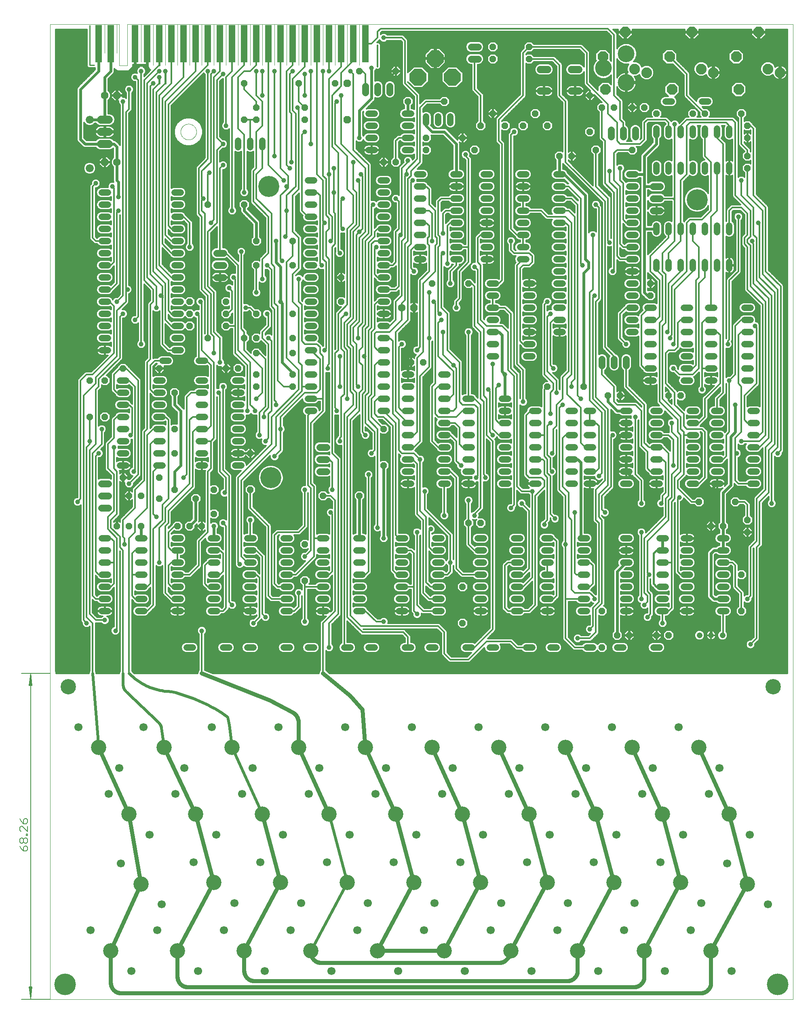
<source format=gbl>
G75*
%MOIN*%
%OFA0B0*%
%FSLAX25Y25*%
%IPPOS*%
%LPD*%
%AMOC8*
5,1,8,0,0,1.08239X$1,22.5*
%
%ADD10C,0.00000*%
%ADD11C,0.00512*%
%ADD12C,0.00600*%
%ADD13C,0.05200*%
%ADD14C,0.06600*%
%ADD15OC8,0.05200*%
%ADD16OC8,0.06300*%
%ADD17C,0.06300*%
%ADD18OC8,0.08850*%
%ADD19C,0.08850*%
%ADD20OC8,0.13843*%
%ADD21R,0.05600X0.31000*%
%ADD22C,0.05600*%
%ADD23C,0.06600*%
%ADD24C,0.13843*%
%ADD25C,0.06000*%
%ADD26C,0.04756*%
%ADD27C,0.06693*%
%ADD28C,0.12598*%
%ADD29C,0.02400*%
%ADD30C,0.03962*%
%ADD31C,0.01600*%
%ADD32C,0.01200*%
%ADD33C,0.03200*%
%ADD34C,0.17780*%
%ADD35C,0.12661*%
%ADD36C,0.17386*%
%ADD37C,0.01000*%
D10*
X0028845Y0033933D02*
X0028845Y0837683D01*
X0073845Y0837683D01*
X0073845Y0813933D01*
X0083845Y0813933D02*
X0083845Y0837683D01*
X0073845Y0837683D01*
X0083845Y0837683D02*
X0085755Y0837683D01*
X0085755Y0803500D01*
X0092398Y0803500D01*
X0092398Y0837683D01*
X0103845Y0837683D01*
X0103845Y0806433D01*
X0113845Y0803933D02*
X0113845Y0837683D01*
X0103845Y0837683D02*
X0641266Y0837683D01*
X0641266Y0033933D01*
X0028845Y0033933D01*
X0136345Y0748933D02*
X0136347Y0749094D01*
X0136353Y0749254D01*
X0136363Y0749415D01*
X0136377Y0749575D01*
X0136395Y0749735D01*
X0136416Y0749894D01*
X0136442Y0750053D01*
X0136472Y0750211D01*
X0136505Y0750368D01*
X0136543Y0750525D01*
X0136584Y0750680D01*
X0136629Y0750834D01*
X0136678Y0750987D01*
X0136731Y0751139D01*
X0136787Y0751290D01*
X0136848Y0751439D01*
X0136911Y0751587D01*
X0136979Y0751733D01*
X0137050Y0751877D01*
X0137124Y0752019D01*
X0137202Y0752160D01*
X0137284Y0752298D01*
X0137369Y0752435D01*
X0137457Y0752569D01*
X0137549Y0752701D01*
X0137644Y0752831D01*
X0137742Y0752959D01*
X0137843Y0753084D01*
X0137947Y0753206D01*
X0138054Y0753326D01*
X0138164Y0753443D01*
X0138277Y0753558D01*
X0138393Y0753669D01*
X0138512Y0753778D01*
X0138633Y0753883D01*
X0138757Y0753986D01*
X0138883Y0754086D01*
X0139011Y0754182D01*
X0139142Y0754275D01*
X0139276Y0754365D01*
X0139411Y0754452D01*
X0139549Y0754535D01*
X0139688Y0754615D01*
X0139830Y0754691D01*
X0139973Y0754764D01*
X0140118Y0754833D01*
X0140265Y0754899D01*
X0140413Y0754961D01*
X0140563Y0755019D01*
X0140714Y0755074D01*
X0140867Y0755125D01*
X0141021Y0755172D01*
X0141176Y0755215D01*
X0141332Y0755254D01*
X0141488Y0755290D01*
X0141646Y0755321D01*
X0141804Y0755349D01*
X0141963Y0755373D01*
X0142123Y0755393D01*
X0142283Y0755409D01*
X0142443Y0755421D01*
X0142604Y0755429D01*
X0142765Y0755433D01*
X0142925Y0755433D01*
X0143086Y0755429D01*
X0143247Y0755421D01*
X0143407Y0755409D01*
X0143567Y0755393D01*
X0143727Y0755373D01*
X0143886Y0755349D01*
X0144044Y0755321D01*
X0144202Y0755290D01*
X0144358Y0755254D01*
X0144514Y0755215D01*
X0144669Y0755172D01*
X0144823Y0755125D01*
X0144976Y0755074D01*
X0145127Y0755019D01*
X0145277Y0754961D01*
X0145425Y0754899D01*
X0145572Y0754833D01*
X0145717Y0754764D01*
X0145860Y0754691D01*
X0146002Y0754615D01*
X0146141Y0754535D01*
X0146279Y0754452D01*
X0146414Y0754365D01*
X0146548Y0754275D01*
X0146679Y0754182D01*
X0146807Y0754086D01*
X0146933Y0753986D01*
X0147057Y0753883D01*
X0147178Y0753778D01*
X0147297Y0753669D01*
X0147413Y0753558D01*
X0147526Y0753443D01*
X0147636Y0753326D01*
X0147743Y0753206D01*
X0147847Y0753084D01*
X0147948Y0752959D01*
X0148046Y0752831D01*
X0148141Y0752701D01*
X0148233Y0752569D01*
X0148321Y0752435D01*
X0148406Y0752298D01*
X0148488Y0752160D01*
X0148566Y0752019D01*
X0148640Y0751877D01*
X0148711Y0751733D01*
X0148779Y0751587D01*
X0148842Y0751439D01*
X0148903Y0751290D01*
X0148959Y0751139D01*
X0149012Y0750987D01*
X0149061Y0750834D01*
X0149106Y0750680D01*
X0149147Y0750525D01*
X0149185Y0750368D01*
X0149218Y0750211D01*
X0149248Y0750053D01*
X0149274Y0749894D01*
X0149295Y0749735D01*
X0149313Y0749575D01*
X0149327Y0749415D01*
X0149337Y0749254D01*
X0149343Y0749094D01*
X0149345Y0748933D01*
X0149343Y0748772D01*
X0149337Y0748612D01*
X0149327Y0748451D01*
X0149313Y0748291D01*
X0149295Y0748131D01*
X0149274Y0747972D01*
X0149248Y0747813D01*
X0149218Y0747655D01*
X0149185Y0747498D01*
X0149147Y0747341D01*
X0149106Y0747186D01*
X0149061Y0747032D01*
X0149012Y0746879D01*
X0148959Y0746727D01*
X0148903Y0746576D01*
X0148842Y0746427D01*
X0148779Y0746279D01*
X0148711Y0746133D01*
X0148640Y0745989D01*
X0148566Y0745847D01*
X0148488Y0745706D01*
X0148406Y0745568D01*
X0148321Y0745431D01*
X0148233Y0745297D01*
X0148141Y0745165D01*
X0148046Y0745035D01*
X0147948Y0744907D01*
X0147847Y0744782D01*
X0147743Y0744660D01*
X0147636Y0744540D01*
X0147526Y0744423D01*
X0147413Y0744308D01*
X0147297Y0744197D01*
X0147178Y0744088D01*
X0147057Y0743983D01*
X0146933Y0743880D01*
X0146807Y0743780D01*
X0146679Y0743684D01*
X0146548Y0743591D01*
X0146414Y0743501D01*
X0146279Y0743414D01*
X0146141Y0743331D01*
X0146002Y0743251D01*
X0145860Y0743175D01*
X0145717Y0743102D01*
X0145572Y0743033D01*
X0145425Y0742967D01*
X0145277Y0742905D01*
X0145127Y0742847D01*
X0144976Y0742792D01*
X0144823Y0742741D01*
X0144669Y0742694D01*
X0144514Y0742651D01*
X0144358Y0742612D01*
X0144202Y0742576D01*
X0144044Y0742545D01*
X0143886Y0742517D01*
X0143727Y0742493D01*
X0143567Y0742473D01*
X0143407Y0742457D01*
X0143247Y0742445D01*
X0143086Y0742437D01*
X0142925Y0742433D01*
X0142765Y0742433D01*
X0142604Y0742437D01*
X0142443Y0742445D01*
X0142283Y0742457D01*
X0142123Y0742473D01*
X0141963Y0742493D01*
X0141804Y0742517D01*
X0141646Y0742545D01*
X0141488Y0742576D01*
X0141332Y0742612D01*
X0141176Y0742651D01*
X0141021Y0742694D01*
X0140867Y0742741D01*
X0140714Y0742792D01*
X0140563Y0742847D01*
X0140413Y0742905D01*
X0140265Y0742967D01*
X0140118Y0743033D01*
X0139973Y0743102D01*
X0139830Y0743175D01*
X0139688Y0743251D01*
X0139549Y0743331D01*
X0139411Y0743414D01*
X0139276Y0743501D01*
X0139142Y0743591D01*
X0139011Y0743684D01*
X0138883Y0743780D01*
X0138757Y0743880D01*
X0138633Y0743983D01*
X0138512Y0744088D01*
X0138393Y0744197D01*
X0138277Y0744308D01*
X0138164Y0744423D01*
X0138054Y0744540D01*
X0137947Y0744660D01*
X0137843Y0744782D01*
X0137742Y0744907D01*
X0137644Y0745035D01*
X0137549Y0745165D01*
X0137457Y0745297D01*
X0137369Y0745431D01*
X0137284Y0745568D01*
X0137202Y0745706D01*
X0137124Y0745847D01*
X0137050Y0745989D01*
X0136979Y0746133D01*
X0136911Y0746279D01*
X0136848Y0746427D01*
X0136787Y0746576D01*
X0136731Y0746727D01*
X0136678Y0746879D01*
X0136629Y0747032D01*
X0136584Y0747186D01*
X0136543Y0747341D01*
X0136505Y0747498D01*
X0136472Y0747655D01*
X0136442Y0747813D01*
X0136416Y0747972D01*
X0136395Y0748131D01*
X0136377Y0748291D01*
X0136363Y0748451D01*
X0136353Y0748612D01*
X0136347Y0748772D01*
X0136345Y0748933D01*
X0133845Y0803933D02*
X0133845Y0837683D01*
X0123845Y0837683D02*
X0123845Y0803933D01*
X0143845Y0803933D02*
X0143845Y0837683D01*
X0153845Y0837683D02*
X0153845Y0803933D01*
X0163845Y0803933D02*
X0163845Y0837683D01*
X0173845Y0837683D02*
X0173845Y0803933D01*
X0183845Y0803933D02*
X0183845Y0837683D01*
X0193845Y0837683D02*
X0193845Y0803933D01*
X0203845Y0803933D02*
X0203845Y0837683D01*
X0213845Y0837683D02*
X0213845Y0803933D01*
X0223845Y0803933D02*
X0223845Y0837683D01*
X0233845Y0837683D02*
X0233845Y0803933D01*
X0243845Y0803933D02*
X0243845Y0837683D01*
X0253845Y0837683D02*
X0253845Y0803933D01*
X0263845Y0803933D02*
X0263845Y0837683D01*
X0273845Y0837683D02*
X0273845Y0803933D01*
X0283845Y0803933D02*
X0283845Y0837683D01*
D11*
X0028845Y0033933D02*
X0004918Y0033933D01*
X0012595Y0034189D02*
X0013619Y0044169D01*
X0013852Y0044169D02*
X0012595Y0034189D01*
X0011572Y0044169D01*
X0011338Y0044169D02*
X0013852Y0044169D01*
X0013107Y0044169D02*
X0012595Y0034189D01*
X0012083Y0044169D01*
X0011338Y0044169D02*
X0012595Y0034189D01*
X0012595Y0302427D01*
X0013619Y0292447D01*
X0013852Y0292447D02*
X0012595Y0302427D01*
X0011572Y0292447D01*
X0011338Y0292447D02*
X0013852Y0292447D01*
X0013107Y0292447D02*
X0012595Y0302427D01*
X0012083Y0292447D01*
X0011338Y0292447D02*
X0012595Y0302427D01*
X0004918Y0302683D02*
X0028845Y0302683D01*
D12*
X0008966Y0182962D02*
X0007898Y0182962D01*
X0006831Y0181895D01*
X0006831Y0178692D01*
X0008966Y0178692D01*
X0010033Y0179760D01*
X0010033Y0181895D01*
X0008966Y0182962D01*
X0004695Y0180827D02*
X0006831Y0178692D01*
X0005763Y0176517D02*
X0010033Y0172247D01*
X0010033Y0176517D01*
X0005763Y0176517D02*
X0004695Y0176517D01*
X0003628Y0175449D01*
X0003628Y0173314D01*
X0004695Y0172247D01*
X0008966Y0170091D02*
X0010033Y0170091D01*
X0010033Y0169024D01*
X0008966Y0169024D01*
X0008966Y0170091D01*
X0008966Y0166849D02*
X0010033Y0165781D01*
X0010033Y0163646D01*
X0008966Y0162578D01*
X0007898Y0162578D01*
X0006831Y0163646D01*
X0006831Y0165781D01*
X0007898Y0166849D01*
X0008966Y0166849D01*
X0006831Y0165781D02*
X0005763Y0166849D01*
X0004695Y0166849D01*
X0003628Y0165781D01*
X0003628Y0163646D01*
X0004695Y0162578D01*
X0005763Y0162578D01*
X0006831Y0163646D01*
X0007898Y0160403D02*
X0006831Y0159336D01*
X0006831Y0156133D01*
X0008966Y0156133D01*
X0010033Y0157201D01*
X0010033Y0159336D01*
X0008966Y0160403D01*
X0007898Y0160403D01*
X0004695Y0158268D02*
X0006831Y0156133D01*
X0004695Y0158268D02*
X0003628Y0160403D01*
X0004695Y0180827D02*
X0003628Y0182962D01*
D13*
X0071245Y0353933D02*
X0076445Y0353933D01*
X0076445Y0363933D02*
X0071245Y0363933D01*
X0071245Y0373933D02*
X0076445Y0373933D01*
X0076445Y0383933D02*
X0071245Y0383933D01*
X0071245Y0393933D02*
X0076445Y0393933D01*
X0076445Y0403933D02*
X0071245Y0403933D01*
X0071245Y0413933D02*
X0076445Y0413933D01*
X0101245Y0413933D02*
X0106445Y0413933D01*
X0106445Y0403933D02*
X0101245Y0403933D01*
X0101245Y0393933D02*
X0106445Y0393933D01*
X0106445Y0383933D02*
X0101245Y0383933D01*
X0101245Y0373933D02*
X0106445Y0373933D01*
X0106445Y0363933D02*
X0101245Y0363933D01*
X0101245Y0353933D02*
X0106445Y0353933D01*
X0131245Y0353933D02*
X0136445Y0353933D01*
X0136445Y0363933D02*
X0131245Y0363933D01*
X0131245Y0373933D02*
X0136445Y0373933D01*
X0136445Y0383933D02*
X0131245Y0383933D01*
X0131245Y0393933D02*
X0136445Y0393933D01*
X0136445Y0403933D02*
X0131245Y0403933D01*
X0131245Y0413933D02*
X0136445Y0413933D01*
X0161245Y0413933D02*
X0166445Y0413933D01*
X0166445Y0403933D02*
X0161245Y0403933D01*
X0161245Y0393933D02*
X0166445Y0393933D01*
X0166445Y0383933D02*
X0161245Y0383933D01*
X0161245Y0373933D02*
X0166445Y0373933D01*
X0166445Y0363933D02*
X0161245Y0363933D01*
X0161245Y0353933D02*
X0166445Y0353933D01*
X0191245Y0353933D02*
X0196445Y0353933D01*
X0196445Y0363933D02*
X0191245Y0363933D01*
X0191245Y0373933D02*
X0196445Y0373933D01*
X0196445Y0383933D02*
X0191245Y0383933D01*
X0191245Y0393933D02*
X0196445Y0393933D01*
X0196445Y0403933D02*
X0191245Y0403933D01*
X0191245Y0413933D02*
X0196445Y0413933D01*
X0221245Y0413933D02*
X0226445Y0413933D01*
X0226445Y0403933D02*
X0221245Y0403933D01*
X0221245Y0393933D02*
X0226445Y0393933D01*
X0226445Y0383933D02*
X0221245Y0383933D01*
X0221245Y0373933D02*
X0226445Y0373933D01*
X0226445Y0363933D02*
X0221245Y0363933D01*
X0221245Y0353933D02*
X0226445Y0353933D01*
X0251245Y0353933D02*
X0256445Y0353933D01*
X0256445Y0363933D02*
X0251245Y0363933D01*
X0251245Y0373933D02*
X0256445Y0373933D01*
X0256445Y0383933D02*
X0251245Y0383933D01*
X0251245Y0393933D02*
X0256445Y0393933D01*
X0256445Y0403933D02*
X0251245Y0403933D01*
X0251245Y0413933D02*
X0256445Y0413933D01*
X0281245Y0413933D02*
X0286445Y0413933D01*
X0286445Y0403933D02*
X0281245Y0403933D01*
X0281245Y0393933D02*
X0286445Y0393933D01*
X0286445Y0383933D02*
X0281245Y0383933D01*
X0281245Y0373933D02*
X0286445Y0373933D01*
X0286445Y0363933D02*
X0281245Y0363933D01*
X0281245Y0353933D02*
X0286445Y0353933D01*
X0291245Y0323933D02*
X0296445Y0323933D01*
X0276445Y0323933D02*
X0271245Y0323933D01*
X0246445Y0323933D02*
X0241245Y0323933D01*
X0226445Y0323933D02*
X0221245Y0323933D01*
X0196445Y0323933D02*
X0191245Y0323933D01*
X0176445Y0323933D02*
X0171245Y0323933D01*
X0146445Y0323933D02*
X0141245Y0323933D01*
X0151245Y0473933D02*
X0156445Y0473933D01*
X0156445Y0483933D02*
X0151245Y0483933D01*
X0151245Y0493933D02*
X0156445Y0493933D01*
X0156445Y0503933D02*
X0151245Y0503933D01*
X0151245Y0513933D02*
X0156445Y0513933D01*
X0156445Y0523933D02*
X0151245Y0523933D01*
X0151245Y0533933D02*
X0156445Y0533933D01*
X0156445Y0543933D02*
X0151245Y0543933D01*
X0151245Y0560183D02*
X0156445Y0560183D01*
X0136445Y0568933D02*
X0131245Y0568933D01*
X0126445Y0560183D02*
X0121245Y0560183D01*
X0121445Y0543933D02*
X0116245Y0543933D01*
X0116245Y0533933D02*
X0121445Y0533933D01*
X0121445Y0523933D02*
X0116245Y0523933D01*
X0116245Y0513933D02*
X0121445Y0513933D01*
X0121445Y0503933D02*
X0116245Y0503933D01*
X0116245Y0493933D02*
X0121445Y0493933D01*
X0121445Y0483933D02*
X0116245Y0483933D01*
X0116245Y0473933D02*
X0121445Y0473933D01*
X0091445Y0473933D02*
X0086245Y0473933D01*
X0086245Y0483933D02*
X0091445Y0483933D01*
X0091445Y0493933D02*
X0086245Y0493933D01*
X0086245Y0503933D02*
X0091445Y0503933D01*
X0091445Y0513933D02*
X0086245Y0513933D01*
X0086245Y0523933D02*
X0091445Y0523933D01*
X0091445Y0533933D02*
X0086245Y0533933D01*
X0086245Y0543933D02*
X0091445Y0543933D01*
X0076445Y0568933D02*
X0071245Y0568933D01*
X0071245Y0578933D02*
X0076445Y0578933D01*
X0076445Y0588933D02*
X0071245Y0588933D01*
X0071245Y0598933D02*
X0076445Y0598933D01*
X0076445Y0608933D02*
X0071245Y0608933D01*
X0071245Y0618933D02*
X0076445Y0618933D01*
X0076445Y0628933D02*
X0071245Y0628933D01*
X0071245Y0638933D02*
X0076445Y0638933D01*
X0076445Y0648933D02*
X0071245Y0648933D01*
X0071245Y0658933D02*
X0076445Y0658933D01*
X0076445Y0668933D02*
X0071245Y0668933D01*
X0071245Y0678933D02*
X0076445Y0678933D01*
X0076445Y0688933D02*
X0071245Y0688933D01*
X0071245Y0698933D02*
X0076445Y0698933D01*
X0131245Y0698933D02*
X0136445Y0698933D01*
X0136445Y0688933D02*
X0131245Y0688933D01*
X0131245Y0678933D02*
X0136445Y0678933D01*
X0136445Y0668933D02*
X0131245Y0668933D01*
X0131245Y0658933D02*
X0136445Y0658933D01*
X0136445Y0648933D02*
X0131245Y0648933D01*
X0131245Y0638933D02*
X0136445Y0638933D01*
X0136445Y0628933D02*
X0131245Y0628933D01*
X0131245Y0618933D02*
X0136445Y0618933D01*
X0136445Y0608933D02*
X0131245Y0608933D01*
X0131245Y0598933D02*
X0136445Y0598933D01*
X0136445Y0588933D02*
X0131245Y0588933D01*
X0131245Y0578933D02*
X0136445Y0578933D01*
X0181245Y0543933D02*
X0186445Y0543933D01*
X0186445Y0533933D02*
X0181245Y0533933D01*
X0181245Y0523933D02*
X0186445Y0523933D01*
X0186445Y0513933D02*
X0181245Y0513933D01*
X0181245Y0503933D02*
X0186445Y0503933D01*
X0186445Y0493933D02*
X0181245Y0493933D01*
X0181245Y0483933D02*
X0186445Y0483933D01*
X0186445Y0473933D02*
X0181245Y0473933D01*
X0241245Y0518933D02*
X0246445Y0518933D01*
X0246445Y0528933D02*
X0241245Y0528933D01*
X0241245Y0538933D02*
X0246445Y0538933D01*
X0246445Y0548933D02*
X0241245Y0548933D01*
X0241245Y0558933D02*
X0246445Y0558933D01*
X0246445Y0568933D02*
X0241245Y0568933D01*
X0241245Y0578933D02*
X0246445Y0578933D01*
X0246445Y0588933D02*
X0241245Y0588933D01*
X0241245Y0598933D02*
X0246445Y0598933D01*
X0246445Y0608933D02*
X0241245Y0608933D01*
X0241245Y0618933D02*
X0246445Y0618933D01*
X0246445Y0628933D02*
X0241245Y0628933D01*
X0241245Y0638933D02*
X0246445Y0638933D01*
X0246445Y0648933D02*
X0241245Y0648933D01*
X0241245Y0658933D02*
X0246445Y0658933D01*
X0246445Y0668933D02*
X0241245Y0668933D01*
X0241245Y0678933D02*
X0246445Y0678933D01*
X0246445Y0688933D02*
X0241245Y0688933D01*
X0241245Y0698933D02*
X0246445Y0698933D01*
X0246445Y0708933D02*
X0241245Y0708933D01*
X0203845Y0736333D02*
X0203845Y0741533D01*
X0193845Y0741533D02*
X0193845Y0736333D01*
X0183845Y0736333D02*
X0183845Y0741533D01*
X0291245Y0743933D02*
X0296445Y0743933D01*
X0296445Y0733933D02*
X0291245Y0733933D01*
X0291245Y0753933D02*
X0296445Y0753933D01*
X0296445Y0763933D02*
X0291245Y0763933D01*
X0321245Y0763933D02*
X0326445Y0763933D01*
X0326445Y0753933D02*
X0321245Y0753933D01*
X0321245Y0743933D02*
X0326445Y0743933D01*
X0326445Y0733933D02*
X0321245Y0733933D01*
X0331245Y0713933D02*
X0336445Y0713933D01*
X0336445Y0703933D02*
X0331245Y0703933D01*
X0331245Y0693933D02*
X0336445Y0693933D01*
X0336445Y0683933D02*
X0331245Y0683933D01*
X0331245Y0673933D02*
X0336445Y0673933D01*
X0336445Y0663933D02*
X0331245Y0663933D01*
X0331245Y0653933D02*
X0336445Y0653933D01*
X0336445Y0643933D02*
X0331245Y0643933D01*
X0306445Y0638933D02*
X0301245Y0638933D01*
X0301245Y0628933D02*
X0306445Y0628933D01*
X0306445Y0618933D02*
X0301245Y0618933D01*
X0301245Y0608933D02*
X0306445Y0608933D01*
X0306445Y0598933D02*
X0301245Y0598933D01*
X0301245Y0588933D02*
X0306445Y0588933D01*
X0306445Y0578933D02*
X0301245Y0578933D01*
X0301245Y0568933D02*
X0306445Y0568933D01*
X0306445Y0558933D02*
X0301245Y0558933D01*
X0301245Y0548933D02*
X0306445Y0548933D01*
X0306445Y0538933D02*
X0301245Y0538933D01*
X0301245Y0528933D02*
X0306445Y0528933D01*
X0306445Y0518933D02*
X0301245Y0518933D01*
X0321245Y0518933D02*
X0326445Y0518933D01*
X0326445Y0508933D02*
X0321245Y0508933D01*
X0321245Y0498933D02*
X0326445Y0498933D01*
X0326445Y0488933D02*
X0321245Y0488933D01*
X0321245Y0478933D02*
X0326445Y0478933D01*
X0326445Y0468933D02*
X0321245Y0468933D01*
X0321245Y0458933D02*
X0326445Y0458933D01*
X0351245Y0458933D02*
X0356445Y0458933D01*
X0356445Y0468933D02*
X0351245Y0468933D01*
X0351245Y0478933D02*
X0356445Y0478933D01*
X0356445Y0488933D02*
X0351245Y0488933D01*
X0351245Y0498933D02*
X0356445Y0498933D01*
X0356445Y0508933D02*
X0351245Y0508933D01*
X0351245Y0518933D02*
X0356445Y0518933D01*
X0356445Y0528933D02*
X0351245Y0528933D01*
X0351245Y0538933D02*
X0356445Y0538933D01*
X0356445Y0548933D02*
X0351245Y0548933D01*
X0371245Y0528933D02*
X0376445Y0528933D01*
X0376445Y0518933D02*
X0371245Y0518933D01*
X0371245Y0508933D02*
X0376445Y0508933D01*
X0376445Y0498933D02*
X0371245Y0498933D01*
X0371245Y0488933D02*
X0376445Y0488933D01*
X0376445Y0478933D02*
X0371245Y0478933D01*
X0371245Y0468933D02*
X0376445Y0468933D01*
X0376445Y0458933D02*
X0371245Y0458933D01*
X0401245Y0458933D02*
X0406445Y0458933D01*
X0406445Y0468933D02*
X0401245Y0468933D01*
X0401245Y0478933D02*
X0406445Y0478933D01*
X0406445Y0488933D02*
X0401245Y0488933D01*
X0401245Y0498933D02*
X0406445Y0498933D01*
X0406445Y0508933D02*
X0401245Y0508933D01*
X0401245Y0518933D02*
X0406445Y0518933D01*
X0406445Y0528933D02*
X0401245Y0528933D01*
X0426245Y0518933D02*
X0431445Y0518933D01*
X0431445Y0508933D02*
X0426245Y0508933D01*
X0426245Y0498933D02*
X0431445Y0498933D01*
X0431445Y0488933D02*
X0426245Y0488933D01*
X0426245Y0478933D02*
X0431445Y0478933D01*
X0431445Y0468933D02*
X0426245Y0468933D01*
X0426245Y0458933D02*
X0431445Y0458933D01*
X0456245Y0458933D02*
X0461445Y0458933D01*
X0461445Y0468933D02*
X0456245Y0468933D01*
X0456245Y0478933D02*
X0461445Y0478933D01*
X0461445Y0488933D02*
X0456245Y0488933D01*
X0456245Y0498933D02*
X0461445Y0498933D01*
X0461445Y0508933D02*
X0456245Y0508933D01*
X0456245Y0518933D02*
X0461445Y0518933D01*
X0471245Y0518933D02*
X0476445Y0518933D01*
X0476445Y0508933D02*
X0471245Y0508933D01*
X0471245Y0498933D02*
X0476445Y0498933D01*
X0476445Y0488933D02*
X0471245Y0488933D01*
X0471245Y0478933D02*
X0476445Y0478933D01*
X0476445Y0468933D02*
X0471245Y0468933D01*
X0471245Y0458933D02*
X0476445Y0458933D01*
X0501245Y0458933D02*
X0506445Y0458933D01*
X0506445Y0468933D02*
X0501245Y0468933D01*
X0501245Y0478933D02*
X0506445Y0478933D01*
X0506445Y0488933D02*
X0501245Y0488933D01*
X0501245Y0498933D02*
X0506445Y0498933D01*
X0506445Y0508933D02*
X0501245Y0508933D01*
X0501245Y0518933D02*
X0506445Y0518933D01*
X0526245Y0518933D02*
X0531445Y0518933D01*
X0531445Y0508933D02*
X0526245Y0508933D01*
X0526245Y0498933D02*
X0531445Y0498933D01*
X0531445Y0488933D02*
X0526245Y0488933D01*
X0526245Y0478933D02*
X0531445Y0478933D01*
X0531445Y0468933D02*
X0526245Y0468933D01*
X0526245Y0458933D02*
X0531445Y0458933D01*
X0556245Y0458933D02*
X0561445Y0458933D01*
X0561445Y0468933D02*
X0556245Y0468933D01*
X0556245Y0478933D02*
X0561445Y0478933D01*
X0561445Y0488933D02*
X0556245Y0488933D01*
X0556245Y0498933D02*
X0561445Y0498933D01*
X0561445Y0508933D02*
X0556245Y0508933D01*
X0556245Y0518933D02*
X0561445Y0518933D01*
X0576245Y0518933D02*
X0581445Y0518933D01*
X0581445Y0508933D02*
X0576245Y0508933D01*
X0576245Y0498933D02*
X0581445Y0498933D01*
X0581445Y0488933D02*
X0576245Y0488933D01*
X0576245Y0478933D02*
X0581445Y0478933D01*
X0581445Y0468933D02*
X0576245Y0468933D01*
X0576245Y0458933D02*
X0581445Y0458933D01*
X0606245Y0458933D02*
X0611445Y0458933D01*
X0611445Y0468933D02*
X0606245Y0468933D01*
X0606245Y0478933D02*
X0611445Y0478933D01*
X0611445Y0488933D02*
X0606245Y0488933D01*
X0606245Y0498933D02*
X0611445Y0498933D01*
X0611445Y0508933D02*
X0606245Y0508933D01*
X0606245Y0518933D02*
X0611445Y0518933D01*
X0606445Y0543933D02*
X0601245Y0543933D01*
X0601245Y0553933D02*
X0606445Y0553933D01*
X0606445Y0563933D02*
X0601245Y0563933D01*
X0601245Y0573933D02*
X0606445Y0573933D01*
X0606445Y0583933D02*
X0601245Y0583933D01*
X0601245Y0593933D02*
X0606445Y0593933D01*
X0606445Y0603933D02*
X0601245Y0603933D01*
X0576445Y0603933D02*
X0571245Y0603933D01*
X0571245Y0593933D02*
X0576445Y0593933D01*
X0576445Y0583933D02*
X0571245Y0583933D01*
X0571245Y0573933D02*
X0576445Y0573933D01*
X0576445Y0563933D02*
X0571245Y0563933D01*
X0571245Y0553933D02*
X0576445Y0553933D01*
X0576445Y0543933D02*
X0571245Y0543933D01*
X0556445Y0543933D02*
X0551245Y0543933D01*
X0551245Y0553933D02*
X0556445Y0553933D01*
X0556445Y0563933D02*
X0551245Y0563933D01*
X0551245Y0573933D02*
X0556445Y0573933D01*
X0556445Y0583933D02*
X0551245Y0583933D01*
X0551245Y0593933D02*
X0556445Y0593933D01*
X0556445Y0603933D02*
X0551245Y0603933D01*
X0526445Y0603933D02*
X0521245Y0603933D01*
X0511445Y0603933D02*
X0506245Y0603933D01*
X0506245Y0593933D02*
X0511445Y0593933D01*
X0521245Y0593933D02*
X0526445Y0593933D01*
X0526445Y0583933D02*
X0521245Y0583933D01*
X0511445Y0583933D02*
X0506245Y0583933D01*
X0521245Y0573933D02*
X0526445Y0573933D01*
X0526445Y0563933D02*
X0521245Y0563933D01*
X0521245Y0553933D02*
X0526445Y0553933D01*
X0526445Y0543933D02*
X0521245Y0543933D01*
X0511445Y0613933D02*
X0506245Y0613933D01*
X0506245Y0623933D02*
X0511445Y0623933D01*
X0511445Y0633933D02*
X0506245Y0633933D01*
X0506245Y0643933D02*
X0511445Y0643933D01*
X0511445Y0653933D02*
X0506245Y0653933D01*
X0506245Y0663933D02*
X0511445Y0663933D01*
X0511445Y0673933D02*
X0506245Y0673933D01*
X0506245Y0683933D02*
X0511445Y0683933D01*
X0511445Y0693933D02*
X0506245Y0693933D01*
X0506245Y0703933D02*
X0511445Y0703933D01*
X0511445Y0713933D02*
X0506245Y0713933D01*
X0528845Y0716333D02*
X0528845Y0721533D01*
X0538845Y0721533D02*
X0538845Y0716333D01*
X0548845Y0716333D02*
X0548845Y0721533D01*
X0558845Y0721533D02*
X0558845Y0716333D01*
X0568845Y0716333D02*
X0568845Y0721533D01*
X0578845Y0721533D02*
X0578845Y0716333D01*
X0588845Y0716333D02*
X0588845Y0721533D01*
X0588845Y0746333D02*
X0588845Y0751533D01*
X0578845Y0751533D02*
X0578845Y0746333D01*
X0568845Y0746333D02*
X0568845Y0751533D01*
X0558845Y0751533D02*
X0558845Y0746333D01*
X0548845Y0746333D02*
X0548845Y0751533D01*
X0538845Y0751533D02*
X0538845Y0746333D01*
X0528845Y0746333D02*
X0528845Y0751533D01*
X0536245Y0773933D02*
X0541445Y0773933D01*
X0566245Y0773933D02*
X0571445Y0773933D01*
X0568845Y0671533D02*
X0568845Y0666333D01*
X0558845Y0666333D02*
X0558845Y0671533D01*
X0548845Y0671533D02*
X0548845Y0666333D01*
X0538845Y0666333D02*
X0538845Y0671533D01*
X0528845Y0671533D02*
X0528845Y0666333D01*
X0528845Y0641533D02*
X0528845Y0636333D01*
X0538845Y0636333D02*
X0538845Y0641533D01*
X0548845Y0641533D02*
X0548845Y0636333D01*
X0558845Y0636333D02*
X0558845Y0641533D01*
X0568845Y0641533D02*
X0568845Y0636333D01*
X0578845Y0636333D02*
X0578845Y0641533D01*
X0588845Y0641533D02*
X0588845Y0636333D01*
X0588845Y0666333D02*
X0588845Y0671533D01*
X0578845Y0671533D02*
X0578845Y0666333D01*
X0451445Y0663933D02*
X0446245Y0663933D01*
X0446245Y0653933D02*
X0451445Y0653933D01*
X0451445Y0643933D02*
X0446245Y0643933D01*
X0446245Y0633933D02*
X0451445Y0633933D01*
X0451445Y0623933D02*
X0446245Y0623933D01*
X0446245Y0613933D02*
X0451445Y0613933D01*
X0451445Y0603933D02*
X0446245Y0603933D01*
X0446245Y0593933D02*
X0451445Y0593933D01*
X0451445Y0583933D02*
X0446245Y0583933D01*
X0426445Y0583933D02*
X0421245Y0583933D01*
X0421245Y0573933D02*
X0426445Y0573933D01*
X0426445Y0563933D02*
X0421245Y0563933D01*
X0396445Y0563933D02*
X0391245Y0563933D01*
X0391245Y0573933D02*
X0396445Y0573933D01*
X0396445Y0583933D02*
X0391245Y0583933D01*
X0391245Y0593933D02*
X0396445Y0593933D01*
X0396445Y0603933D02*
X0391245Y0603933D01*
X0391245Y0613933D02*
X0396445Y0613933D01*
X0396445Y0623933D02*
X0391245Y0623933D01*
X0391445Y0643933D02*
X0386245Y0643933D01*
X0386245Y0653933D02*
X0391445Y0653933D01*
X0391445Y0663933D02*
X0386245Y0663933D01*
X0386245Y0673933D02*
X0391445Y0673933D01*
X0391445Y0683933D02*
X0386245Y0683933D01*
X0386245Y0693933D02*
X0391445Y0693933D01*
X0391445Y0703933D02*
X0386245Y0703933D01*
X0386245Y0713933D02*
X0391445Y0713933D01*
X0416245Y0713933D02*
X0421445Y0713933D01*
X0421445Y0703933D02*
X0416245Y0703933D01*
X0416245Y0693933D02*
X0421445Y0693933D01*
X0421445Y0683933D02*
X0416245Y0683933D01*
X0416245Y0673933D02*
X0421445Y0673933D01*
X0421445Y0663933D02*
X0416245Y0663933D01*
X0416245Y0653933D02*
X0421445Y0653933D01*
X0421445Y0643933D02*
X0416245Y0643933D01*
X0421245Y0623933D02*
X0426445Y0623933D01*
X0426445Y0613933D02*
X0421245Y0613933D01*
X0421245Y0603933D02*
X0426445Y0603933D01*
X0426445Y0593933D02*
X0421245Y0593933D01*
X0366445Y0643933D02*
X0361245Y0643933D01*
X0361245Y0653933D02*
X0366445Y0653933D01*
X0366445Y0663933D02*
X0361245Y0663933D01*
X0361245Y0673933D02*
X0366445Y0673933D01*
X0366445Y0683933D02*
X0361245Y0683933D01*
X0361245Y0693933D02*
X0366445Y0693933D01*
X0366445Y0703933D02*
X0361245Y0703933D01*
X0361245Y0713933D02*
X0366445Y0713933D01*
X0358845Y0756333D02*
X0358845Y0761533D01*
X0348845Y0761533D02*
X0348845Y0756333D01*
X0338845Y0756333D02*
X0338845Y0761533D01*
X0306445Y0708933D02*
X0301245Y0708933D01*
X0301245Y0698933D02*
X0306445Y0698933D01*
X0306445Y0688933D02*
X0301245Y0688933D01*
X0301245Y0678933D02*
X0306445Y0678933D01*
X0306445Y0668933D02*
X0301245Y0668933D01*
X0301245Y0658933D02*
X0306445Y0658933D01*
X0306445Y0648933D02*
X0301245Y0648933D01*
X0321245Y0548933D02*
X0326445Y0548933D01*
X0326445Y0538933D02*
X0321245Y0538933D01*
X0321245Y0528933D02*
X0326445Y0528933D01*
X0321445Y0413933D02*
X0316245Y0413933D01*
X0316245Y0403933D02*
X0321445Y0403933D01*
X0321445Y0393933D02*
X0316245Y0393933D01*
X0316245Y0383933D02*
X0321445Y0383933D01*
X0321445Y0373933D02*
X0316245Y0373933D01*
X0316245Y0363933D02*
X0321445Y0363933D01*
X0321445Y0353933D02*
X0316245Y0353933D01*
X0346245Y0353933D02*
X0351445Y0353933D01*
X0351445Y0363933D02*
X0346245Y0363933D01*
X0346245Y0373933D02*
X0351445Y0373933D01*
X0351445Y0383933D02*
X0346245Y0383933D01*
X0346245Y0393933D02*
X0351445Y0393933D01*
X0351445Y0403933D02*
X0346245Y0403933D01*
X0346245Y0413933D02*
X0351445Y0413933D01*
X0381245Y0413933D02*
X0386445Y0413933D01*
X0386445Y0403933D02*
X0381245Y0403933D01*
X0381245Y0393933D02*
X0386445Y0393933D01*
X0386445Y0383933D02*
X0381245Y0383933D01*
X0381245Y0373933D02*
X0386445Y0373933D01*
X0386445Y0363933D02*
X0381245Y0363933D01*
X0381245Y0353933D02*
X0386445Y0353933D01*
X0411245Y0353933D02*
X0416445Y0353933D01*
X0416445Y0363933D02*
X0411245Y0363933D01*
X0411245Y0373933D02*
X0416445Y0373933D01*
X0416445Y0383933D02*
X0411245Y0383933D01*
X0411245Y0393933D02*
X0416445Y0393933D01*
X0416445Y0403933D02*
X0411245Y0403933D01*
X0411245Y0413933D02*
X0416445Y0413933D01*
X0436245Y0413933D02*
X0441445Y0413933D01*
X0441445Y0403933D02*
X0436245Y0403933D01*
X0436245Y0393933D02*
X0441445Y0393933D01*
X0441445Y0383933D02*
X0436245Y0383933D01*
X0436245Y0373933D02*
X0441445Y0373933D01*
X0441445Y0363933D02*
X0436245Y0363933D01*
X0436245Y0353933D02*
X0441445Y0353933D01*
X0466245Y0353933D02*
X0471445Y0353933D01*
X0471445Y0363933D02*
X0466245Y0363933D01*
X0466245Y0373933D02*
X0471445Y0373933D01*
X0471445Y0383933D02*
X0466245Y0383933D01*
X0466245Y0393933D02*
X0471445Y0393933D01*
X0471445Y0403933D02*
X0466245Y0403933D01*
X0466245Y0413933D02*
X0471445Y0413933D01*
X0501245Y0413933D02*
X0506445Y0413933D01*
X0506445Y0403933D02*
X0501245Y0403933D01*
X0501245Y0393933D02*
X0506445Y0393933D01*
X0506445Y0383933D02*
X0501245Y0383933D01*
X0501245Y0373933D02*
X0506445Y0373933D01*
X0506445Y0363933D02*
X0501245Y0363933D01*
X0501245Y0353933D02*
X0506445Y0353933D01*
X0531245Y0353933D02*
X0536445Y0353933D01*
X0536445Y0363933D02*
X0531245Y0363933D01*
X0531245Y0373933D02*
X0536445Y0373933D01*
X0536445Y0383933D02*
X0531245Y0383933D01*
X0531245Y0393933D02*
X0536445Y0393933D01*
X0536445Y0403933D02*
X0531245Y0403933D01*
X0531245Y0413933D02*
X0536445Y0413933D01*
X0551245Y0413933D02*
X0556445Y0413933D01*
X0556445Y0403933D02*
X0551245Y0403933D01*
X0551245Y0393933D02*
X0556445Y0393933D01*
X0556445Y0383933D02*
X0551245Y0383933D01*
X0551245Y0373933D02*
X0556445Y0373933D01*
X0556445Y0363933D02*
X0551245Y0363933D01*
X0551245Y0353933D02*
X0556445Y0353933D01*
X0581245Y0353933D02*
X0586445Y0353933D01*
X0586445Y0363933D02*
X0581245Y0363933D01*
X0581245Y0373933D02*
X0586445Y0373933D01*
X0586445Y0383933D02*
X0581245Y0383933D01*
X0581245Y0393933D02*
X0586445Y0393933D01*
X0586445Y0403933D02*
X0581245Y0403933D01*
X0581245Y0413933D02*
X0586445Y0413933D01*
X0531445Y0323933D02*
X0526245Y0323933D01*
X0501445Y0323933D02*
X0496245Y0323933D01*
X0476445Y0323933D02*
X0471245Y0323933D01*
X0446445Y0323933D02*
X0441245Y0323933D01*
X0426445Y0323933D02*
X0421245Y0323933D01*
X0396445Y0323933D02*
X0391245Y0323933D01*
X0376445Y0323933D02*
X0371245Y0323933D01*
X0346445Y0323933D02*
X0341245Y0323933D01*
X0326445Y0323933D02*
X0321245Y0323933D01*
X0446245Y0673933D02*
X0451445Y0673933D01*
X0451445Y0683933D02*
X0446245Y0683933D01*
X0446245Y0693933D02*
X0451445Y0693933D01*
X0451445Y0703933D02*
X0446245Y0703933D01*
X0446245Y0713933D02*
X0451445Y0713933D01*
D14*
X0077145Y0738933D02*
X0070545Y0738933D01*
X0070545Y0748933D02*
X0077145Y0748933D01*
X0077145Y0758933D02*
X0070545Y0758933D01*
D15*
X0158845Y0688933D03*
X0188845Y0688933D03*
X0198845Y0658933D03*
X0198845Y0638933D03*
X0173845Y0608933D03*
X0173845Y0598933D03*
X0173845Y0588933D03*
X0158845Y0578933D03*
X0143845Y0588933D03*
X0143845Y0598933D03*
X0143845Y0608933D03*
X0118845Y0553933D03*
X0131345Y0533933D03*
X0131345Y0503933D03*
X0131345Y0483933D03*
X0118845Y0463933D03*
X0131345Y0453933D03*
X0118845Y0446433D03*
X0103845Y0448933D03*
X0093845Y0448933D03*
X0088845Y0463933D03*
X0083845Y0423933D03*
X0093845Y0423933D03*
X0103845Y0423933D03*
X0133845Y0423933D03*
X0143845Y0423933D03*
X0153845Y0423933D03*
X0163845Y0433933D03*
X0148845Y0446433D03*
X0163845Y0453933D03*
X0193845Y0453933D03*
X0193845Y0483933D03*
X0198845Y0538933D03*
X0198845Y0548933D03*
X0183845Y0553933D03*
X0173845Y0553933D03*
X0188845Y0578933D03*
X0198845Y0578933D03*
X0198845Y0566433D03*
X0198845Y0598933D03*
X0228845Y0598933D03*
X0228845Y0578933D03*
X0228845Y0566433D03*
X0228845Y0548933D03*
X0228845Y0538933D03*
X0268845Y0608933D03*
X0268845Y0628933D03*
X0228845Y0638933D03*
X0228845Y0658933D03*
X0303845Y0723933D03*
X0313845Y0723933D03*
X0338845Y0733933D03*
X0338845Y0743933D03*
X0368845Y0743933D03*
X0378845Y0733933D03*
X0383845Y0753933D03*
X0393845Y0763933D03*
X0403845Y0753933D03*
X0418845Y0753933D03*
X0428845Y0763933D03*
X0438845Y0753933D03*
X0448845Y0728933D03*
X0458845Y0728933D03*
X0478845Y0733933D03*
X0473845Y0748933D03*
X0483845Y0768933D03*
X0473845Y0778933D03*
X0493845Y0768933D03*
X0508845Y0768933D03*
X0518845Y0768933D03*
X0528845Y0763933D03*
X0508845Y0733933D03*
X0558845Y0763933D03*
X0568845Y0763933D03*
X0598845Y0763933D03*
X0603845Y0753933D03*
X0603845Y0743933D03*
X0603845Y0728933D03*
X0603845Y0718933D03*
X0523845Y0623933D03*
X0523845Y0613933D03*
X0468845Y0538933D03*
X0488845Y0531433D03*
X0498845Y0531433D03*
X0538845Y0531433D03*
X0548845Y0531433D03*
X0563845Y0443933D03*
X0573845Y0423933D03*
X0583845Y0423933D03*
X0593845Y0443933D03*
X0603845Y0428933D03*
X0603845Y0418933D03*
X0598845Y0383933D03*
X0598845Y0353933D03*
X0538845Y0333933D03*
X0528845Y0333933D03*
X0506345Y0333933D03*
X0496345Y0333933D03*
X0483845Y0323933D03*
X0483845Y0353933D03*
X0383845Y0426433D03*
X0373845Y0426433D03*
X0368845Y0373933D03*
X0368845Y0343933D03*
X0283845Y0448933D03*
X0303845Y0473933D03*
X0303845Y0503933D03*
X0326345Y0558933D03*
X0336345Y0558933D03*
X0343845Y0623933D03*
X0373845Y0623933D03*
X0438845Y0538933D03*
X0253845Y0448933D03*
X0238845Y0408933D03*
X0238845Y0378933D03*
X0088845Y0553933D03*
X0073845Y0543933D03*
X0061345Y0543933D03*
X0061345Y0513933D03*
X0073845Y0513933D03*
X0188845Y0758933D03*
X0198845Y0758933D03*
X0198845Y0768933D03*
X0188845Y0788933D03*
X0233845Y0788933D03*
X0238845Y0768933D03*
X0238845Y0758933D03*
X0263845Y0788933D03*
X0283845Y0798933D03*
X0313845Y0798933D03*
X0323845Y0773933D03*
X0353845Y0773933D03*
X0393845Y0808933D03*
X0393845Y0818933D03*
X0423845Y0818933D03*
X0423845Y0808933D03*
D16*
X0273845Y0788933D03*
X0273845Y0758933D03*
X0328845Y0603933D03*
X0083845Y0778933D03*
X0073845Y0723933D03*
D17*
X0083845Y0723933D03*
X0073845Y0778933D03*
X0318845Y0603933D03*
D18*
X0486645Y0783833D03*
X0484545Y0810833D03*
X0503045Y0831133D03*
X0539545Y0810833D03*
X0558045Y0831133D03*
X0541645Y0783833D03*
X0596645Y0783833D03*
X0594545Y0810833D03*
X0613045Y0831133D03*
D19*
X0620745Y0800733D03*
X0630645Y0797733D03*
X0575645Y0797733D03*
X0565745Y0800733D03*
X0520645Y0797733D03*
X0510745Y0800733D03*
D20*
X0360499Y0793933D03*
X0346345Y0809366D03*
X0332192Y0793933D03*
D21*
X0288845Y0821433D03*
X0278845Y0821433D03*
X0268845Y0821433D03*
X0258845Y0821433D03*
X0248845Y0821433D03*
X0238845Y0821433D03*
X0228845Y0821433D03*
X0218845Y0821433D03*
X0208845Y0821433D03*
X0198845Y0821433D03*
X0188845Y0821433D03*
X0178845Y0821433D03*
X0168845Y0821433D03*
X0158845Y0821433D03*
X0148845Y0821433D03*
X0138845Y0821433D03*
X0128845Y0821433D03*
X0118845Y0821433D03*
X0108845Y0821433D03*
X0098845Y0821433D03*
X0078845Y0821433D03*
X0068845Y0821433D03*
D22*
X0166045Y0648933D02*
X0171645Y0648933D01*
X0171645Y0638933D02*
X0166045Y0638933D01*
X0166045Y0628933D02*
X0171645Y0628933D01*
X0251045Y0488933D02*
X0256645Y0488933D01*
X0256645Y0478933D02*
X0251045Y0478933D01*
X0251045Y0468933D02*
X0256645Y0468933D01*
X0076645Y0458933D02*
X0071045Y0458933D01*
X0071045Y0448933D02*
X0076645Y0448933D01*
X0076645Y0438933D02*
X0071045Y0438933D01*
X0288845Y0781133D02*
X0288845Y0786733D01*
X0298845Y0786733D02*
X0298845Y0781133D01*
X0308845Y0781133D02*
X0308845Y0786733D01*
X0376045Y0808933D02*
X0381645Y0808933D01*
X0381645Y0818933D02*
X0376045Y0818933D01*
X0491345Y0750483D02*
X0491345Y0744883D01*
X0501345Y0744883D02*
X0501345Y0750483D01*
X0511345Y0750483D02*
X0511345Y0744883D01*
X0526045Y0703933D02*
X0531645Y0703933D01*
X0531645Y0693933D02*
X0526045Y0693933D01*
X0526045Y0683933D02*
X0531645Y0683933D01*
X0503845Y0561733D02*
X0503845Y0556133D01*
X0493845Y0556133D02*
X0493845Y0561733D01*
X0483845Y0561733D02*
X0483845Y0556133D01*
D23*
X0061345Y0718933D03*
X0061345Y0758933D03*
D24*
X0484948Y0801433D03*
X0503845Y0789622D03*
X0503845Y0813244D03*
D25*
X0464645Y0800333D02*
X0458645Y0800333D01*
X0458645Y0782533D02*
X0464645Y0782533D01*
X0439045Y0782533D02*
X0433045Y0782533D01*
X0433045Y0800333D02*
X0439045Y0800333D01*
D26*
X0564345Y0333933D03*
X0573739Y0333933D03*
X0583345Y0333933D03*
D27*
X0546988Y0258291D03*
X0525703Y0224576D03*
X0516988Y0203291D03*
X0495703Y0169576D03*
X0476988Y0147041D03*
X0455703Y0113326D03*
X0446988Y0090791D03*
X0425703Y0057076D03*
X0391988Y0090791D03*
X0400703Y0113326D03*
X0421988Y0147041D03*
X0440703Y0169576D03*
X0461988Y0203291D03*
X0470703Y0224576D03*
X0491988Y0258291D03*
X0436988Y0258291D03*
X0415703Y0224576D03*
X0406988Y0203291D03*
X0385703Y0169576D03*
X0366988Y0147041D03*
X0345703Y0113326D03*
X0336988Y0090791D03*
X0315703Y0057076D03*
X0281988Y0090791D03*
X0290703Y0113326D03*
X0311988Y0147041D03*
X0330703Y0169576D03*
X0351988Y0203291D03*
X0360703Y0224576D03*
X0381988Y0258291D03*
X0326988Y0258291D03*
X0305703Y0224576D03*
X0296988Y0203291D03*
X0275703Y0169576D03*
X0256988Y0147041D03*
X0235703Y0113326D03*
X0226988Y0090791D03*
X0205703Y0057076D03*
X0171988Y0090791D03*
X0180703Y0113326D03*
X0201988Y0147041D03*
X0220703Y0169576D03*
X0241988Y0203291D03*
X0250703Y0224576D03*
X0271988Y0258291D03*
X0216988Y0258291D03*
X0195703Y0224576D03*
X0186988Y0203291D03*
X0165703Y0169576D03*
X0146988Y0147041D03*
X0120703Y0112076D03*
X0116988Y0090791D03*
X0095703Y0057076D03*
X0061988Y0090791D03*
X0086988Y0145791D03*
X0110703Y0169576D03*
X0131988Y0203291D03*
X0139453Y0224576D03*
X0161988Y0258291D03*
X0105738Y0258291D03*
X0085703Y0224576D03*
X0076988Y0203291D03*
X0051988Y0258291D03*
X0150703Y0057076D03*
X0260703Y0057076D03*
X0370703Y0057076D03*
X0480703Y0057076D03*
X0501988Y0090791D03*
X0510703Y0113326D03*
X0531988Y0147041D03*
X0550703Y0169576D03*
X0571988Y0203291D03*
X0580703Y0224576D03*
X0605703Y0169576D03*
X0586988Y0145791D03*
X0565703Y0113326D03*
X0556988Y0090791D03*
X0535703Y0057076D03*
X0590703Y0057076D03*
X0620703Y0112076D03*
D28*
X0603845Y0128933D03*
X0573845Y0073933D03*
X0548845Y0130183D03*
X0533845Y0186433D03*
X0493845Y0130183D03*
X0478845Y0186433D03*
X0438845Y0130183D03*
X0423845Y0186433D03*
X0383845Y0130183D03*
X0368845Y0186433D03*
X0328845Y0130183D03*
X0313845Y0186433D03*
X0273845Y0130183D03*
X0258845Y0186433D03*
X0218845Y0130183D03*
X0203845Y0186433D03*
X0163845Y0130183D03*
X0148845Y0186433D03*
X0122595Y0241433D03*
X0093845Y0186433D03*
X0103845Y0128933D03*
X0078845Y0073933D03*
X0133845Y0073933D03*
X0188845Y0073933D03*
X0243845Y0073933D03*
X0298845Y0073933D03*
X0353845Y0073933D03*
X0408845Y0073933D03*
X0463845Y0073933D03*
X0518845Y0073933D03*
X0588845Y0186433D03*
X0563845Y0241433D03*
X0508845Y0241433D03*
X0453845Y0241433D03*
X0398845Y0241433D03*
X0343845Y0241433D03*
X0288845Y0241433D03*
X0233845Y0241433D03*
X0178845Y0241433D03*
X0068845Y0241433D03*
D29*
X0063845Y0302683D01*
X0091345Y0287683D02*
X0118098Y0262093D01*
X0120460Y0257444D02*
X0122595Y0241433D01*
X0120460Y0257444D02*
X0120433Y0257632D01*
X0120401Y0257819D01*
X0120364Y0258005D01*
X0120323Y0258190D01*
X0120278Y0258375D01*
X0120228Y0258558D01*
X0120174Y0258740D01*
X0120116Y0258920D01*
X0120053Y0259100D01*
X0119986Y0259277D01*
X0119914Y0259453D01*
X0119839Y0259627D01*
X0119759Y0259799D01*
X0119675Y0259970D01*
X0119587Y0260138D01*
X0119495Y0260304D01*
X0119399Y0260468D01*
X0119299Y0260629D01*
X0119195Y0260788D01*
X0119087Y0260944D01*
X0118976Y0261098D01*
X0118861Y0261249D01*
X0118742Y0261397D01*
X0118620Y0261543D01*
X0118495Y0261685D01*
X0118366Y0261824D01*
X0118233Y0261960D01*
X0118098Y0262093D01*
X0091345Y0287683D02*
X0091209Y0287807D01*
X0091075Y0287935D01*
X0090945Y0288066D01*
X0090818Y0288200D01*
X0090694Y0288337D01*
X0090574Y0288477D01*
X0090457Y0288621D01*
X0090344Y0288766D01*
X0090234Y0288915D01*
X0090128Y0289067D01*
X0090026Y0289220D01*
X0089928Y0289377D01*
X0089833Y0289536D01*
X0089743Y0289696D01*
X0089656Y0289860D01*
X0089573Y0290025D01*
X0089495Y0290192D01*
X0089420Y0290361D01*
X0089350Y0290532D01*
X0089284Y0290705D01*
X0089222Y0290879D01*
X0089165Y0291054D01*
X0089112Y0291231D01*
X0089063Y0291409D01*
X0089018Y0291589D01*
X0088978Y0291769D01*
X0088943Y0291950D01*
X0088912Y0292133D01*
X0088885Y0292315D01*
X0088863Y0292499D01*
X0088845Y0292683D01*
X0093844Y0302683D02*
X0094676Y0301838D01*
X0095528Y0301014D01*
X0096399Y0300210D01*
X0097290Y0299428D01*
X0098199Y0298668D01*
X0099127Y0297930D01*
X0100072Y0297215D01*
X0101035Y0296523D01*
X0102014Y0295855D01*
X0103009Y0295210D01*
X0104019Y0294590D01*
X0105044Y0293995D01*
X0106083Y0293425D01*
X0107135Y0292880D01*
X0108201Y0292360D01*
X0109279Y0291867D01*
X0110368Y0291400D01*
X0111469Y0290960D01*
X0112580Y0290546D01*
X0113700Y0290160D01*
X0114830Y0289801D01*
X0115968Y0289469D01*
X0117114Y0289165D01*
X0118266Y0288889D01*
X0119425Y0288641D01*
X0120590Y0288422D01*
X0121760Y0288230D01*
X0122934Y0288068D01*
X0124112Y0287933D01*
X0125292Y0287827D01*
X0126475Y0287750D01*
X0127660Y0287702D01*
X0128845Y0287682D01*
X0088846Y0292683D02*
X0088743Y0294110D01*
X0088675Y0295538D01*
X0088641Y0296968D01*
X0088641Y0298398D01*
X0088675Y0299828D01*
X0088743Y0301256D01*
X0088846Y0302683D01*
X0170095Y0270183D02*
X0175095Y0266433D01*
X0176345Y0260183D01*
X0178845Y0241433D01*
X0203845Y0186433D01*
X0258845Y0186433D02*
X0273845Y0130183D01*
X0243845Y0073933D01*
X0243845Y0072683D01*
X0170095Y0270183D02*
X0167356Y0271864D01*
X0164578Y0273483D01*
X0161765Y0275037D01*
X0158916Y0276526D01*
X0156034Y0277949D01*
X0153120Y0279305D01*
X0150175Y0280594D01*
X0147202Y0281816D01*
X0144201Y0282969D01*
X0141175Y0284052D01*
X0138125Y0285066D01*
X0135052Y0286009D01*
X0131958Y0286882D01*
X0128845Y0287683D01*
X0190095Y0353933D02*
X0180095Y0363933D01*
X0180095Y0466433D01*
X0176345Y0470183D01*
X0176345Y0483933D01*
X0183845Y0483933D01*
X0176345Y0483933D02*
X0176345Y0533933D01*
X0176345Y0541433D01*
X0173845Y0543933D01*
X0173845Y0553933D01*
X0173845Y0578933D01*
X0168845Y0583933D01*
X0168845Y0628933D01*
X0198845Y0658933D02*
X0198845Y0673933D01*
X0188845Y0683933D01*
X0188845Y0688933D01*
X0215095Y0658933D02*
X0215095Y0641433D01*
X0218845Y0637683D01*
X0218845Y0608933D01*
X0220095Y0607683D01*
X0220095Y0558933D01*
X0228845Y0550183D01*
X0228845Y0548933D01*
X0183845Y0533933D02*
X0176345Y0533933D01*
X0136345Y0518933D02*
X0136345Y0473933D01*
X0131345Y0468933D01*
X0131345Y0453933D01*
X0148845Y0446433D02*
X0148845Y0428933D01*
X0143845Y0423933D01*
X0163845Y0423933D02*
X0163845Y0413933D01*
X0190095Y0353933D02*
X0193845Y0353933D01*
X0103845Y0413933D02*
X0103845Y0423933D01*
X0088845Y0433933D02*
X0088845Y0448933D01*
X0093845Y0448933D01*
X0088845Y0448933D02*
X0088845Y0463933D01*
X0088845Y0473933D01*
X0088845Y0433933D02*
X0083845Y0428933D01*
X0083845Y0423933D01*
X0136345Y0518933D02*
X0131345Y0523933D01*
X0131345Y0533933D01*
X0073845Y0568933D02*
X0058845Y0568933D01*
X0053845Y0573933D01*
X0053845Y0726433D01*
X0056345Y0728933D01*
X0071345Y0728933D01*
X0073845Y0726433D01*
X0073845Y0723933D01*
X0073845Y0738933D02*
X0081345Y0738933D01*
X0083845Y0736433D01*
X0083845Y0723933D01*
X0083845Y0708933D01*
X0085095Y0707683D01*
X0085095Y0695183D01*
X0073845Y0738933D02*
X0057595Y0738933D01*
X0053845Y0742683D01*
X0053845Y0783933D01*
X0068845Y0798933D01*
X0068845Y0821433D01*
X0078845Y0821433D02*
X0078845Y0798933D01*
X0073845Y0793933D01*
X0073845Y0778933D01*
X0073845Y0758933D01*
X0061345Y0758933D01*
X0073845Y0748933D02*
X0081345Y0748933D01*
X0083845Y0751433D01*
X0083845Y0778933D01*
X0083845Y0788933D01*
X0098845Y0803933D01*
X0108845Y0803933D01*
X0108845Y0821433D01*
X0098845Y0821433D02*
X0098845Y0803933D01*
X0283845Y0766433D02*
X0283845Y0743933D01*
X0283845Y0766433D02*
X0293845Y0776433D01*
X0293845Y0801433D01*
X0323845Y0773933D02*
X0323845Y0763933D01*
X0338845Y0758933D02*
X0338845Y0753933D01*
X0343845Y0748933D01*
X0353845Y0748933D01*
X0363845Y0738933D01*
X0363845Y0713933D01*
X0396345Y0698933D02*
X0396345Y0736433D01*
X0393845Y0738933D01*
X0393845Y0763933D01*
X0396345Y0698933D02*
X0396345Y0673933D01*
X0388845Y0673933D01*
X0396345Y0673933D02*
X0396345Y0646433D01*
X0393845Y0643933D01*
X0388845Y0643933D01*
X0393845Y0583933D02*
X0398845Y0583933D01*
X0401345Y0581433D01*
X0401345Y0551433D01*
X0403845Y0548933D01*
X0403845Y0528933D01*
X0458845Y0478933D02*
X0463845Y0478933D01*
X0466345Y0476433D01*
X0466345Y0416433D01*
X0468845Y0413933D01*
X0496345Y0386433D02*
X0503845Y0393933D01*
X0503845Y0403933D02*
X0511345Y0403933D01*
X0511345Y0353933D01*
X0511345Y0336433D01*
X0508845Y0333933D01*
X0506345Y0333933D01*
X0496345Y0333933D02*
X0496345Y0386433D01*
X0511345Y0403933D02*
X0511345Y0461433D01*
X0503845Y0468933D01*
X0503845Y0478933D01*
X0498845Y0478933D01*
X0496345Y0481433D01*
X0496345Y0495183D01*
X0500095Y0498933D01*
X0503845Y0498933D01*
X0503845Y0508933D01*
X0503845Y0518933D02*
X0496345Y0518933D01*
X0488845Y0526433D01*
X0488845Y0531433D01*
X0498845Y0531433D02*
X0498845Y0566433D01*
X0493845Y0571433D01*
X0493845Y0626433D01*
X0501345Y0633933D01*
X0508845Y0633933D01*
X0518845Y0616433D02*
X0521345Y0613933D01*
X0523845Y0613933D01*
X0518845Y0616433D02*
X0518845Y0668933D01*
X0518845Y0703933D01*
X0528845Y0703933D01*
X0518845Y0703933D02*
X0518845Y0713933D01*
X0508845Y0713933D01*
X0518845Y0713933D02*
X0518845Y0728933D01*
X0528845Y0738933D01*
X0528845Y0748933D01*
X0470095Y0696433D02*
X0470095Y0643933D01*
X0472595Y0641433D01*
X0472595Y0636433D01*
X0468845Y0632683D01*
X0468845Y0538933D01*
X0533845Y0413933D02*
X0533845Y0403933D01*
X0553845Y0413933D02*
X0561345Y0413933D01*
X0561345Y0416433D01*
X0568845Y0423933D01*
X0573845Y0423933D01*
X0573845Y0453933D01*
X0578845Y0458933D01*
X0583845Y0451433D02*
X0590095Y0457683D01*
X0590095Y0497683D01*
X0593845Y0501433D01*
X0593845Y0523933D01*
X0583845Y0451433D02*
X0583845Y0423933D01*
X0583845Y0413933D01*
X0583845Y0403933D01*
X0576345Y0403933D01*
X0573845Y0401433D01*
X0573845Y0366433D01*
X0576345Y0363933D01*
X0583845Y0363933D01*
X0561345Y0353933D02*
X0561345Y0351433D01*
X0573739Y0339039D01*
X0573739Y0333933D01*
X0561345Y0353933D02*
X0553845Y0353933D01*
X0561345Y0353933D02*
X0561345Y0413933D01*
X0511345Y0353933D02*
X0503845Y0353933D01*
X0323845Y0548933D02*
X0323845Y0558933D01*
X0326345Y0558933D01*
X0323845Y0558933D02*
X0323845Y0568933D01*
X0328845Y0573933D01*
X0328845Y0603933D01*
X0328845Y0623933D01*
X0328845Y0626433D01*
X0333845Y0631433D01*
X0333845Y0643933D01*
X0448845Y0713933D02*
X0452595Y0713933D01*
X0470095Y0696433D01*
X0448845Y0713933D02*
X0448845Y0728933D01*
X0518845Y0668933D02*
X0528845Y0668933D01*
X0303845Y0473933D02*
X0303845Y0413933D01*
X0283845Y0413933D02*
X0283845Y0448933D01*
D30*
X0291345Y0466433D03*
X0293845Y0483933D03*
X0288845Y0498933D03*
X0267595Y0493933D03*
X0253845Y0503933D03*
X0265095Y0518933D03*
X0273845Y0528933D03*
X0267595Y0538933D03*
X0257595Y0553933D03*
X0267595Y0563933D03*
X0255095Y0568933D03*
X0272595Y0598933D03*
X0282595Y0578933D03*
X0287595Y0563933D03*
X0282595Y0538933D03*
X0318845Y0573933D03*
X0331345Y0568933D03*
X0341345Y0578933D03*
X0352595Y0583933D03*
X0351345Y0593933D03*
X0350095Y0598933D03*
X0345095Y0608933D03*
X0341345Y0616433D03*
X0328845Y0623933D03*
X0328845Y0633933D03*
X0343845Y0658933D03*
X0352595Y0665183D03*
X0352595Y0648933D03*
X0356345Y0640183D03*
X0358845Y0623933D03*
X0363845Y0603933D03*
X0373845Y0583933D03*
X0361345Y0556433D03*
X0390095Y0536433D03*
X0398845Y0540183D03*
X0403845Y0548933D03*
X0393845Y0557683D03*
X0418845Y0526433D03*
X0418845Y0518933D03*
X0441345Y0516433D03*
X0441345Y0508933D03*
X0451345Y0523933D03*
X0446345Y0533933D03*
X0458845Y0538933D03*
X0466345Y0528933D03*
X0443845Y0553933D03*
X0441345Y0598933D03*
X0438845Y0608933D03*
X0467595Y0638933D03*
X0476345Y0663933D03*
X0490095Y0657683D03*
X0492595Y0633933D03*
X0477595Y0613933D03*
X0503845Y0573933D03*
X0537595Y0583933D03*
X0540095Y0578933D03*
X0542595Y0573933D03*
X0542595Y0553933D03*
X0566345Y0536433D03*
X0588845Y0543933D03*
X0593845Y0523933D03*
X0598845Y0493933D03*
X0595095Y0483933D03*
X0628845Y0483933D03*
X0623845Y0442683D03*
X0603845Y0363933D03*
X0606345Y0326433D03*
X0533845Y0343933D03*
X0521345Y0348933D03*
X0518845Y0358933D03*
X0516345Y0363933D03*
X0522595Y0383933D03*
X0516345Y0418933D03*
X0516345Y0442683D03*
X0532595Y0442683D03*
X0547595Y0447683D03*
X0542595Y0473933D03*
X0541345Y0508933D03*
X0511345Y0513933D03*
X0492595Y0498933D03*
X0481345Y0465183D03*
X0486345Y0435183D03*
X0461345Y0435183D03*
X0445095Y0430183D03*
X0436345Y0425183D03*
X0417595Y0442683D03*
X0426345Y0452683D03*
X0442595Y0468933D03*
X0442595Y0483933D03*
X0408845Y0438933D03*
X0387595Y0463933D03*
X0380095Y0463933D03*
X0367595Y0473933D03*
X0373845Y0445183D03*
X0378845Y0432683D03*
X0353845Y0432683D03*
X0342595Y0421433D03*
X0331345Y0418933D03*
X0303845Y0413933D03*
X0298845Y0422683D03*
X0260095Y0435183D03*
X0261345Y0453933D03*
X0238845Y0453933D03*
X0213845Y0481433D03*
X0206345Y0493933D03*
X0201345Y0498933D03*
X0205095Y0513933D03*
X0197595Y0518933D03*
X0191345Y0518933D03*
X0198845Y0528933D03*
X0215095Y0523933D03*
X0218845Y0503933D03*
X0171345Y0538933D03*
X0167595Y0533933D03*
X0168845Y0558933D03*
X0163845Y0566433D03*
X0150095Y0598933D03*
X0152595Y0608933D03*
X0176345Y0620183D03*
X0180095Y0628933D03*
X0186345Y0650183D03*
X0207595Y0638933D03*
X0203845Y0627683D03*
X0198845Y0616433D03*
X0190095Y0603933D03*
X0207595Y0598933D03*
X0218845Y0608933D03*
X0233845Y0627683D03*
X0220095Y0642683D03*
X0215095Y0658933D03*
X0222595Y0662683D03*
X0223845Y0683933D03*
X0232595Y0693933D03*
X0223845Y0703933D03*
X0221345Y0708933D03*
X0226345Y0718933D03*
X0227595Y0723933D03*
X0213845Y0728933D03*
X0188845Y0698933D03*
X0178845Y0683933D03*
X0161345Y0673933D03*
X0155095Y0693933D03*
X0160095Y0715183D03*
X0171345Y0721433D03*
X0171345Y0731433D03*
X0171345Y0738933D03*
X0173845Y0753933D03*
X0143845Y0778933D03*
X0158845Y0798933D03*
X0163845Y0798933D03*
X0171345Y0796433D03*
X0198845Y0798933D03*
X0203845Y0798933D03*
X0213845Y0798933D03*
X0203845Y0778933D03*
X0232595Y0768933D03*
X0238845Y0778933D03*
X0238845Y0796433D03*
X0243845Y0798933D03*
X0253845Y0798933D03*
X0258845Y0798933D03*
X0268845Y0778933D03*
X0265095Y0773933D03*
X0276345Y0798933D03*
X0293845Y0801433D03*
X0303845Y0826433D03*
X0368845Y0773933D03*
X0371345Y0730183D03*
X0396345Y0698933D03*
X0408845Y0658933D03*
X0378845Y0637683D03*
X0327595Y0708933D03*
X0322595Y0713933D03*
X0323845Y0725183D03*
X0313845Y0693933D03*
X0295095Y0688933D03*
X0282595Y0708933D03*
X0285095Y0713933D03*
X0278845Y0723933D03*
X0262595Y0718933D03*
X0258845Y0713933D03*
X0262595Y0698933D03*
X0270095Y0693933D03*
X0255095Y0673933D03*
X0260095Y0658933D03*
X0267595Y0648933D03*
X0252595Y0638933D03*
X0270095Y0668933D03*
X0283845Y0666433D03*
X0297595Y0653933D03*
X0317595Y0663933D03*
X0283845Y0743933D03*
X0243845Y0738933D03*
X0238845Y0748933D03*
X0228845Y0798933D03*
X0123845Y0798933D03*
X0118845Y0798933D03*
X0118845Y0793933D03*
X0113845Y0788933D03*
X0103845Y0798933D03*
X0098845Y0793933D03*
X0093845Y0783933D03*
X0088845Y0773933D03*
X0066345Y0706433D03*
X0080095Y0703933D03*
X0085095Y0695183D03*
X0085095Y0683933D03*
X0092595Y0618933D03*
X0083845Y0608933D03*
X0088845Y0598933D03*
X0098845Y0593933D03*
X0116345Y0603933D03*
X0120095Y0613933D03*
X0103845Y0573933D03*
X0095095Y0498933D03*
X0081345Y0488933D03*
X0068845Y0483933D03*
X0061345Y0493933D03*
X0071345Y0503933D03*
X0097595Y0468933D03*
X0093845Y0458933D03*
X0116345Y0431433D03*
X0138845Y0463933D03*
X0163845Y0423933D03*
X0171345Y0426433D03*
X0193845Y0428933D03*
X0172595Y0451433D03*
X0185095Y0392683D03*
X0178845Y0358933D03*
X0196345Y0343933D03*
X0206345Y0348933D03*
X0233845Y0368933D03*
X0238845Y0345183D03*
X0258845Y0323933D03*
X0303845Y0345183D03*
X0331345Y0351433D03*
X0358845Y0393933D03*
X0337595Y0452683D03*
X0333845Y0478933D03*
X0393845Y0498933D03*
X0453845Y0408933D03*
X0477595Y0363933D03*
X0473845Y0338933D03*
X0463845Y0331433D03*
X0587595Y0573933D03*
X0610095Y0588933D03*
X0607595Y0658933D03*
X0612595Y0673933D03*
X0596345Y0678933D03*
X0598845Y0708933D03*
X0553845Y0703933D03*
X0543845Y0755183D03*
X0498845Y0718933D03*
X0490095Y0716433D03*
X0478845Y0688933D03*
X0411345Y0748933D03*
X0208845Y0578933D03*
X0143845Y0653933D03*
X0051345Y0443933D03*
X0090095Y0408933D03*
X0118845Y0393933D03*
X0153845Y0337683D03*
X0082595Y0337683D03*
X0073845Y0346433D03*
X0058845Y0343933D03*
X0238845Y0398933D03*
D31*
X0153845Y0423933D02*
X0153845Y0473933D01*
X0133845Y0588933D02*
X0128845Y0588933D01*
X0128845Y0598933D02*
X0133845Y0598933D01*
X0121345Y0612683D02*
X0120095Y0613933D01*
X0121345Y0613933D01*
X0118845Y0788933D02*
X0118845Y0793933D01*
X0123845Y0798933D02*
X0123845Y0788933D01*
X0118845Y0803933D02*
X0118845Y0821433D01*
X0293845Y0733933D02*
X0303845Y0733933D01*
X0303845Y0788933D01*
X0313845Y0798933D01*
X0346345Y0791433D02*
X0346345Y0809366D01*
X0346345Y0791433D02*
X0363845Y0773933D01*
X0368845Y0773933D01*
X0368845Y0743933D01*
X0303845Y0733933D02*
X0303845Y0723933D01*
X0423845Y0583933D02*
X0428845Y0583933D01*
X0431345Y0581433D01*
X0431345Y0531433D01*
X0418845Y0518933D01*
X0418845Y0463933D01*
X0423845Y0458933D01*
X0428845Y0458933D01*
X0526345Y0401433D02*
X0526345Y0376433D01*
X0528845Y0373933D01*
X0533845Y0373933D01*
X0526345Y0401433D02*
X0528845Y0403933D01*
X0533845Y0403933D01*
X0458845Y0728933D02*
X0458845Y0776433D01*
X0461345Y0778933D01*
X0461345Y0782233D01*
X0461645Y0782533D01*
D32*
X0461245Y0782933D02*
X0461245Y0782133D01*
X0454051Y0782133D01*
X0454158Y0781456D01*
X0454382Y0780767D01*
X0454711Y0780122D01*
X0455136Y0779536D01*
X0455648Y0779024D01*
X0456234Y0778599D01*
X0456879Y0778270D01*
X0457568Y0778046D01*
X0458283Y0777933D01*
X0461245Y0777933D01*
X0461245Y0782133D01*
X0462045Y0782133D01*
X0462045Y0777933D01*
X0465007Y0777933D01*
X0465722Y0778046D01*
X0466411Y0778270D01*
X0467056Y0778599D01*
X0467642Y0779024D01*
X0468154Y0779536D01*
X0468579Y0780122D01*
X0468908Y0780767D01*
X0469132Y0781456D01*
X0469239Y0782133D01*
X0462045Y0782133D01*
X0462045Y0782933D01*
X0461245Y0782933D01*
X0454051Y0782933D01*
X0454158Y0783610D01*
X0454382Y0784299D01*
X0454711Y0784944D01*
X0455136Y0785530D01*
X0455648Y0786042D01*
X0456234Y0786467D01*
X0456879Y0786796D01*
X0457568Y0787020D01*
X0458283Y0787133D01*
X0461245Y0787133D01*
X0461245Y0782933D01*
X0461245Y0783003D02*
X0462045Y0783003D01*
X0462045Y0782933D02*
X0462045Y0787133D01*
X0465007Y0787133D01*
X0465722Y0787020D01*
X0466411Y0786796D01*
X0467056Y0786467D01*
X0467642Y0786042D01*
X0468154Y0785530D01*
X0468579Y0784944D01*
X0468908Y0784299D01*
X0469132Y0783610D01*
X0469239Y0782933D01*
X0462045Y0782933D01*
X0462045Y0781804D02*
X0461245Y0781804D01*
X0461245Y0780606D02*
X0462045Y0780606D01*
X0462045Y0779407D02*
X0461245Y0779407D01*
X0461245Y0778209D02*
X0462045Y0778209D01*
X0466222Y0778209D02*
X0469645Y0778209D01*
X0469645Y0778733D02*
X0469645Y0777193D01*
X0472105Y0774733D01*
X0473645Y0774733D01*
X0473645Y0778733D01*
X0469645Y0778733D01*
X0469645Y0779133D02*
X0473645Y0779133D01*
X0473645Y0778733D01*
X0474045Y0778733D01*
X0474045Y0774733D01*
X0475585Y0774733D01*
X0478045Y0777193D01*
X0478045Y0778733D01*
X0474045Y0778733D01*
X0474045Y0779133D01*
X0473645Y0779133D01*
X0473645Y0783133D01*
X0472105Y0783133D01*
X0469645Y0780673D01*
X0469645Y0779133D01*
X0469645Y0779407D02*
X0468025Y0779407D01*
X0468826Y0780606D02*
X0469645Y0780606D01*
X0469187Y0781804D02*
X0470777Y0781804D01*
X0471975Y0783003D02*
X0469228Y0783003D01*
X0468940Y0784201D02*
X0472683Y0784201D01*
X0473645Y0783003D02*
X0473881Y0783003D01*
X0474045Y0782839D02*
X0474045Y0779133D01*
X0477751Y0779133D01*
X0483551Y0773333D01*
X0482023Y0773333D01*
X0479445Y0770756D01*
X0479445Y0767111D01*
X0481445Y0765111D01*
X0481445Y0743456D01*
X0481811Y0742574D01*
X0482486Y0741898D01*
X0483945Y0740439D01*
X0483945Y0705956D01*
X0484311Y0705074D01*
X0484986Y0704398D01*
X0491445Y0697939D01*
X0491445Y0661216D01*
X0491245Y0661299D01*
X0491245Y0694410D01*
X0490880Y0695293D01*
X0481245Y0704927D01*
X0481245Y0730111D01*
X0483245Y0732111D01*
X0483245Y0735756D01*
X0480668Y0738333D01*
X0477023Y0738333D01*
X0474445Y0735756D01*
X0474445Y0732111D01*
X0476445Y0730111D01*
X0476445Y0704727D01*
X0456245Y0724927D01*
X0456245Y0725593D01*
X0457105Y0724733D01*
X0458645Y0724733D01*
X0458645Y0728733D01*
X0459045Y0728733D01*
X0459045Y0724733D01*
X0460585Y0724733D01*
X0463045Y0727193D01*
X0463045Y0728733D01*
X0459045Y0728733D01*
X0459045Y0729133D01*
X0458645Y0729133D01*
X0458645Y0733133D01*
X0457105Y0733133D01*
X0456245Y0732273D01*
X0456245Y0774410D01*
X0455880Y0775293D01*
X0451245Y0779927D01*
X0451245Y0804410D01*
X0450880Y0805293D01*
X0445880Y0810293D01*
X0445205Y0810968D01*
X0444323Y0811333D01*
X0427668Y0811333D01*
X0425668Y0813333D01*
X0422023Y0813333D01*
X0421245Y0812556D01*
X0421245Y0812939D01*
X0422839Y0814533D01*
X0425668Y0814533D01*
X0427668Y0816533D01*
X0465351Y0816533D01*
X0468945Y0812939D01*
X0468945Y0802495D01*
X0468714Y0803052D01*
X0467364Y0804402D01*
X0465600Y0805133D01*
X0457690Y0805133D01*
X0455926Y0804402D01*
X0454576Y0803052D01*
X0453845Y0801288D01*
X0453845Y0799378D01*
X0454576Y0797614D01*
X0455926Y0796264D01*
X0457690Y0795533D01*
X0465600Y0795533D01*
X0467364Y0796264D01*
X0468714Y0797614D01*
X0468945Y0798171D01*
X0468945Y0788456D01*
X0469311Y0787574D01*
X0469986Y0786898D01*
X0474045Y0782839D01*
X0474045Y0781804D02*
X0473645Y0781804D01*
X0473645Y0780606D02*
X0474045Y0780606D01*
X0474045Y0779407D02*
X0473645Y0779407D01*
X0473645Y0778209D02*
X0474045Y0778209D01*
X0474045Y0777010D02*
X0473645Y0777010D01*
X0473645Y0775812D02*
X0474045Y0775812D01*
X0476663Y0775812D02*
X0481073Y0775812D01*
X0482271Y0774613D02*
X0456161Y0774613D01*
X0456245Y0773415D02*
X0483470Y0773415D01*
X0480906Y0772216D02*
X0456245Y0772216D01*
X0456245Y0771018D02*
X0479707Y0771018D01*
X0479445Y0769819D02*
X0456245Y0769819D01*
X0456245Y0768621D02*
X0479445Y0768621D01*
X0479445Y0767422D02*
X0456245Y0767422D01*
X0456245Y0766223D02*
X0480332Y0766223D01*
X0481445Y0765025D02*
X0456245Y0765025D01*
X0456245Y0763826D02*
X0481445Y0763826D01*
X0481445Y0762628D02*
X0456245Y0762628D01*
X0456245Y0761429D02*
X0481445Y0761429D01*
X0481445Y0760231D02*
X0456245Y0760231D01*
X0456245Y0759032D02*
X0481445Y0759032D01*
X0481445Y0757834D02*
X0456245Y0757834D01*
X0456245Y0756635D02*
X0481445Y0756635D01*
X0481445Y0755437D02*
X0456245Y0755437D01*
X0456245Y0754238D02*
X0481445Y0754238D01*
X0481445Y0753040D02*
X0475961Y0753040D01*
X0475668Y0753333D02*
X0472023Y0753333D01*
X0469445Y0750756D01*
X0469445Y0747111D01*
X0472023Y0744533D01*
X0475668Y0744533D01*
X0478245Y0747111D01*
X0478245Y0750756D01*
X0475668Y0753333D01*
X0477159Y0751841D02*
X0481445Y0751841D01*
X0481445Y0750643D02*
X0478245Y0750643D01*
X0478245Y0749444D02*
X0481445Y0749444D01*
X0481445Y0748246D02*
X0478245Y0748246D01*
X0478182Y0747047D02*
X0481445Y0747047D01*
X0481445Y0745849D02*
X0476983Y0745849D01*
X0475785Y0744650D02*
X0481445Y0744650D01*
X0481447Y0743452D02*
X0456245Y0743452D01*
X0456245Y0744650D02*
X0471905Y0744650D01*
X0470707Y0745849D02*
X0456245Y0745849D01*
X0456245Y0747047D02*
X0469508Y0747047D01*
X0469445Y0748246D02*
X0456245Y0748246D01*
X0456245Y0749444D02*
X0469445Y0749444D01*
X0469445Y0750643D02*
X0456245Y0750643D01*
X0456245Y0751841D02*
X0470531Y0751841D01*
X0471729Y0753040D02*
X0456245Y0753040D01*
X0451445Y0753040D02*
X0443245Y0753040D01*
X0443245Y0752111D02*
X0440668Y0749533D01*
X0437023Y0749533D01*
X0434445Y0752111D01*
X0434445Y0755756D01*
X0437023Y0758333D01*
X0440668Y0758333D01*
X0443245Y0755756D01*
X0443245Y0752111D01*
X0442976Y0751841D02*
X0451445Y0751841D01*
X0451445Y0750643D02*
X0441777Y0750643D01*
X0443245Y0754238D02*
X0451445Y0754238D01*
X0451445Y0755437D02*
X0443245Y0755437D01*
X0442365Y0756635D02*
X0451445Y0756635D01*
X0451445Y0757834D02*
X0441167Y0757834D01*
X0436523Y0757834D02*
X0421167Y0757834D01*
X0420668Y0758333D02*
X0417023Y0758333D01*
X0414445Y0755756D01*
X0414445Y0752111D01*
X0417023Y0749533D01*
X0420668Y0749533D01*
X0423245Y0752111D01*
X0423245Y0755756D01*
X0420668Y0758333D01*
X0422365Y0756635D02*
X0435325Y0756635D01*
X0434445Y0755437D02*
X0423245Y0755437D01*
X0423245Y0754238D02*
X0434445Y0754238D01*
X0434445Y0753040D02*
X0423245Y0753040D01*
X0422976Y0751841D02*
X0434714Y0751841D01*
X0435913Y0750643D02*
X0421777Y0750643D01*
X0415913Y0750643D02*
X0414730Y0750643D01*
X0414551Y0751075D02*
X0413487Y0752139D01*
X0412097Y0752714D01*
X0410593Y0752714D01*
X0409203Y0752139D01*
X0408140Y0751075D01*
X0407564Y0749685D01*
X0407564Y0748546D01*
X0406811Y0747793D01*
X0406445Y0746910D01*
X0406445Y0668456D01*
X0406811Y0667574D01*
X0407486Y0666898D01*
X0412212Y0662172D01*
X0412515Y0661441D01*
X0413753Y0660203D01*
X0415370Y0659533D01*
X0416445Y0659533D01*
X0416445Y0658333D01*
X0415370Y0658333D01*
X0413753Y0657663D01*
X0412515Y0656425D01*
X0411845Y0654808D01*
X0411845Y0653058D01*
X0412515Y0651441D01*
X0412623Y0651333D01*
X0412339Y0651333D01*
X0411245Y0652427D01*
X0411245Y0655986D01*
X0412051Y0656791D01*
X0412626Y0658181D01*
X0412626Y0659685D01*
X0412051Y0661075D01*
X0410987Y0662139D01*
X0409597Y0662714D01*
X0408093Y0662714D01*
X0406703Y0662139D01*
X0405640Y0661075D01*
X0405064Y0659685D01*
X0405064Y0658181D01*
X0405640Y0656791D01*
X0406445Y0655986D01*
X0406445Y0650956D01*
X0406811Y0650074D01*
X0407486Y0649398D01*
X0409986Y0646898D01*
X0410868Y0646533D01*
X0412623Y0646533D01*
X0412515Y0646425D01*
X0411845Y0644808D01*
X0411845Y0643058D01*
X0412515Y0641441D01*
X0412737Y0641219D01*
X0411811Y0640293D01*
X0411445Y0639410D01*
X0411445Y0557206D01*
X0411811Y0556324D01*
X0412486Y0555648D01*
X0416445Y0551689D01*
X0416445Y0529380D01*
X0416245Y0529180D01*
X0416245Y0549410D01*
X0415880Y0550293D01*
X0411245Y0554927D01*
X0411245Y0599410D01*
X0410880Y0600293D01*
X0405880Y0605293D01*
X0405205Y0605968D01*
X0404323Y0606333D01*
X0400214Y0606333D01*
X0400175Y0606425D01*
X0398938Y0607663D01*
X0397320Y0608333D01*
X0396245Y0608333D01*
X0396245Y0609533D01*
X0397320Y0609533D01*
X0398938Y0610203D01*
X0400175Y0611441D01*
X0400845Y0613058D01*
X0400845Y0614808D01*
X0400175Y0616425D01*
X0398938Y0617663D01*
X0397320Y0618333D01*
X0390370Y0618333D01*
X0388753Y0617663D01*
X0387515Y0616425D01*
X0386845Y0614808D01*
X0386845Y0613058D01*
X0387515Y0611441D01*
X0388753Y0610203D01*
X0390370Y0609533D01*
X0391445Y0609533D01*
X0391445Y0608333D01*
X0390370Y0608333D01*
X0388753Y0607663D01*
X0387515Y0606425D01*
X0386845Y0604808D01*
X0386845Y0603058D01*
X0387515Y0601441D01*
X0388753Y0600203D01*
X0390370Y0599533D01*
X0397320Y0599533D01*
X0398938Y0600203D01*
X0400175Y0601441D01*
X0400214Y0601533D01*
X0402851Y0601533D01*
X0406445Y0597939D01*
X0406445Y0587227D01*
X0403380Y0590293D01*
X0402705Y0590968D01*
X0401823Y0591333D01*
X0400068Y0591333D01*
X0400175Y0591441D01*
X0400845Y0593058D01*
X0400845Y0594808D01*
X0400175Y0596425D01*
X0398938Y0597663D01*
X0397320Y0598333D01*
X0390370Y0598333D01*
X0388753Y0597663D01*
X0387515Y0596425D01*
X0386845Y0594808D01*
X0386845Y0594327D01*
X0386245Y0594927D01*
X0386245Y0639410D01*
X0386111Y0639733D01*
X0388645Y0639733D01*
X0388645Y0643733D01*
X0389045Y0643733D01*
X0389045Y0639733D01*
X0391776Y0639733D01*
X0392429Y0639836D01*
X0393057Y0640041D01*
X0393646Y0640341D01*
X0394181Y0640729D01*
X0394649Y0641197D01*
X0395037Y0641732D01*
X0395337Y0642321D01*
X0395542Y0642950D01*
X0395645Y0643603D01*
X0395645Y0643733D01*
X0389045Y0643733D01*
X0389045Y0644133D01*
X0388645Y0644133D01*
X0388645Y0648133D01*
X0385915Y0648133D01*
X0385262Y0648030D01*
X0384633Y0647825D01*
X0384044Y0647525D01*
X0383745Y0647308D01*
X0383745Y0650211D01*
X0383753Y0650203D01*
X0385370Y0649533D01*
X0392320Y0649533D01*
X0393938Y0650203D01*
X0395175Y0651441D01*
X0395845Y0653058D01*
X0395845Y0654808D01*
X0395175Y0656425D01*
X0393938Y0657663D01*
X0392320Y0658333D01*
X0385370Y0658333D01*
X0383753Y0657663D01*
X0383745Y0657656D01*
X0383745Y0660211D01*
X0383753Y0660203D01*
X0385370Y0659533D01*
X0392320Y0659533D01*
X0393938Y0660203D01*
X0395175Y0661441D01*
X0395845Y0663058D01*
X0395845Y0664808D01*
X0395175Y0666425D01*
X0393938Y0667663D01*
X0392320Y0668333D01*
X0385370Y0668333D01*
X0383753Y0667663D01*
X0382515Y0666425D01*
X0382212Y0665694D01*
X0381811Y0665293D01*
X0379311Y0662793D01*
X0378945Y0661910D01*
X0378945Y0641464D01*
X0378093Y0641464D01*
X0376703Y0640889D01*
X0375640Y0639825D01*
X0375064Y0638435D01*
X0375064Y0636931D01*
X0375640Y0635541D01*
X0376703Y0634478D01*
X0378093Y0633902D01*
X0378945Y0633902D01*
X0378945Y0624727D01*
X0378380Y0625293D01*
X0378245Y0625427D01*
X0378245Y0625756D01*
X0375668Y0628333D01*
X0372023Y0628333D01*
X0369445Y0625756D01*
X0369445Y0622111D01*
X0372023Y0619533D01*
X0375668Y0619533D01*
X0376445Y0620311D01*
X0376445Y0588456D01*
X0376811Y0587574D01*
X0377486Y0586898D01*
X0381445Y0582939D01*
X0381445Y0529727D01*
X0380880Y0530293D01*
X0380478Y0530694D01*
X0380175Y0531425D01*
X0378938Y0532663D01*
X0377320Y0533333D01*
X0376245Y0533333D01*
X0376245Y0580986D01*
X0377051Y0581791D01*
X0377626Y0583181D01*
X0377626Y0584685D01*
X0377051Y0586075D01*
X0375987Y0587139D01*
X0374597Y0587714D01*
X0373093Y0587714D01*
X0371703Y0587139D01*
X0370640Y0586075D01*
X0370064Y0584685D01*
X0370064Y0583181D01*
X0370640Y0581791D01*
X0371445Y0580986D01*
X0371445Y0533333D01*
X0370370Y0533333D01*
X0368753Y0532663D01*
X0368745Y0532656D01*
X0368745Y0559410D01*
X0368380Y0560293D01*
X0358745Y0569927D01*
X0358745Y0599410D01*
X0358380Y0600293D01*
X0353745Y0604927D01*
X0353745Y0637436D01*
X0354203Y0636978D01*
X0355593Y0636402D01*
X0357097Y0636402D01*
X0358487Y0636978D01*
X0359551Y0638041D01*
X0360126Y0639431D01*
X0360126Y0639634D01*
X0360370Y0639533D01*
X0361051Y0639533D01*
X0356811Y0635293D01*
X0356445Y0634410D01*
X0356445Y0626880D01*
X0355640Y0626075D01*
X0355064Y0624685D01*
X0355064Y0623181D01*
X0355640Y0621791D01*
X0356703Y0620728D01*
X0358093Y0620152D01*
X0359597Y0620152D01*
X0360987Y0620728D01*
X0362051Y0621791D01*
X0362626Y0623181D01*
X0362626Y0624685D01*
X0362051Y0626075D01*
X0361245Y0626880D01*
X0361245Y0632939D01*
X0365205Y0636898D01*
X0365880Y0637574D01*
X0366245Y0638456D01*
X0366245Y0639533D01*
X0367320Y0639533D01*
X0368938Y0640203D01*
X0370175Y0641441D01*
X0370845Y0643058D01*
X0370845Y0644808D01*
X0370175Y0646425D01*
X0368938Y0647663D01*
X0367320Y0648333D01*
X0360370Y0648333D01*
X0358753Y0647663D01*
X0358745Y0647656D01*
X0358745Y0650211D01*
X0358753Y0650203D01*
X0360370Y0649533D01*
X0367320Y0649533D01*
X0368938Y0650203D01*
X0370175Y0651441D01*
X0370214Y0651533D01*
X0371445Y0651533D01*
X0371445Y0642427D01*
X0364986Y0635968D01*
X0364311Y0635293D01*
X0363945Y0634410D01*
X0363945Y0612427D01*
X0362486Y0610968D01*
X0361811Y0610293D01*
X0361445Y0609410D01*
X0361445Y0606880D01*
X0360640Y0606075D01*
X0360064Y0604685D01*
X0360064Y0603181D01*
X0360640Y0601791D01*
X0361703Y0600728D01*
X0363093Y0600152D01*
X0364597Y0600152D01*
X0365987Y0600728D01*
X0367051Y0601791D01*
X0367626Y0603181D01*
X0367626Y0604685D01*
X0367051Y0606075D01*
X0366245Y0606880D01*
X0366245Y0607939D01*
X0368380Y0610074D01*
X0368745Y0610956D01*
X0368745Y0632939D01*
X0375880Y0640074D01*
X0376245Y0640956D01*
X0376245Y0726910D01*
X0375880Y0727793D01*
X0375205Y0728468D01*
X0375205Y0728468D01*
X0374867Y0728805D01*
X0375126Y0729431D01*
X0375126Y0730935D01*
X0374777Y0731779D01*
X0377023Y0729533D01*
X0380668Y0729533D01*
X0383245Y0732111D01*
X0383245Y0735756D01*
X0380668Y0738333D01*
X0377023Y0738333D01*
X0374445Y0735756D01*
X0374445Y0732430D01*
X0373487Y0733389D01*
X0372097Y0733964D01*
X0370593Y0733964D01*
X0369203Y0733389D01*
X0368140Y0732325D01*
X0367564Y0730935D01*
X0367564Y0729431D01*
X0368140Y0728041D01*
X0369203Y0726978D01*
X0370404Y0726480D01*
X0371445Y0725439D01*
X0371445Y0656333D01*
X0370214Y0656333D01*
X0370175Y0656425D01*
X0368938Y0657663D01*
X0367320Y0658333D01*
X0360370Y0658333D01*
X0358753Y0657663D01*
X0358745Y0657656D01*
X0358745Y0660211D01*
X0358753Y0660203D01*
X0360370Y0659533D01*
X0367320Y0659533D01*
X0368938Y0660203D01*
X0370175Y0661441D01*
X0370845Y0663058D01*
X0370845Y0664808D01*
X0370175Y0666425D01*
X0368938Y0667663D01*
X0367320Y0668333D01*
X0360370Y0668333D01*
X0358753Y0667663D01*
X0358745Y0667656D01*
X0358745Y0670211D01*
X0358753Y0670203D01*
X0360370Y0669533D01*
X0367320Y0669533D01*
X0368938Y0670203D01*
X0370175Y0671441D01*
X0370845Y0673058D01*
X0370845Y0674808D01*
X0370175Y0676425D01*
X0368938Y0677663D01*
X0367320Y0678333D01*
X0360370Y0678333D01*
X0358753Y0677663D01*
X0357515Y0676425D01*
X0357212Y0675694D01*
X0356811Y0675293D01*
X0354995Y0673477D01*
X0354995Y0680439D01*
X0356089Y0681533D01*
X0357477Y0681533D01*
X0357515Y0681441D01*
X0358753Y0680203D01*
X0360370Y0679533D01*
X0367320Y0679533D01*
X0368938Y0680203D01*
X0370175Y0681441D01*
X0370845Y0683058D01*
X0370845Y0684808D01*
X0370175Y0686425D01*
X0368938Y0687663D01*
X0367320Y0688333D01*
X0360370Y0688333D01*
X0358753Y0687663D01*
X0357515Y0686425D01*
X0357477Y0686333D01*
X0354618Y0686333D01*
X0353736Y0685968D01*
X0353061Y0685293D01*
X0351245Y0683477D01*
X0351245Y0690439D01*
X0352339Y0691533D01*
X0357477Y0691533D01*
X0357515Y0691441D01*
X0358753Y0690203D01*
X0360370Y0689533D01*
X0367320Y0689533D01*
X0368938Y0690203D01*
X0370175Y0691441D01*
X0370845Y0693058D01*
X0370845Y0694808D01*
X0370175Y0696425D01*
X0368938Y0697663D01*
X0367320Y0698333D01*
X0360370Y0698333D01*
X0358753Y0697663D01*
X0357515Y0696425D01*
X0357477Y0696333D01*
X0350868Y0696333D01*
X0349986Y0695968D01*
X0349311Y0695293D01*
X0346811Y0692793D01*
X0346445Y0691910D01*
X0346445Y0687227D01*
X0343745Y0689927D01*
X0343745Y0701910D01*
X0343380Y0702793D01*
X0342705Y0703468D01*
X0342705Y0703468D01*
X0340880Y0705293D01*
X0340478Y0705694D01*
X0340175Y0706425D01*
X0338938Y0707663D01*
X0337320Y0708333D01*
X0331376Y0708333D01*
X0331376Y0709533D01*
X0337320Y0709533D01*
X0338938Y0710203D01*
X0340175Y0711441D01*
X0340845Y0713058D01*
X0340845Y0714808D01*
X0340175Y0716425D01*
X0338938Y0717663D01*
X0337320Y0718333D01*
X0331639Y0718333D01*
X0335880Y0722574D01*
X0336245Y0723456D01*
X0336245Y0730311D01*
X0337023Y0729533D01*
X0340668Y0729533D01*
X0343245Y0732111D01*
X0343245Y0735756D01*
X0340668Y0738333D01*
X0337023Y0738333D01*
X0336245Y0737556D01*
X0336245Y0740311D01*
X0337023Y0739533D01*
X0340668Y0739533D01*
X0343245Y0742111D01*
X0343245Y0745756D01*
X0342940Y0746061D01*
X0343248Y0745933D01*
X0352602Y0745933D01*
X0360845Y0737690D01*
X0360845Y0718333D01*
X0360370Y0718333D01*
X0358753Y0717663D01*
X0357515Y0716425D01*
X0356845Y0714808D01*
X0356845Y0713058D01*
X0357515Y0711441D01*
X0358753Y0710203D01*
X0360370Y0709533D01*
X0367320Y0709533D01*
X0368938Y0710203D01*
X0370175Y0711441D01*
X0370845Y0713058D01*
X0370845Y0714808D01*
X0370175Y0716425D01*
X0368938Y0717663D01*
X0367320Y0718333D01*
X0366845Y0718333D01*
X0366845Y0739530D01*
X0366517Y0740321D01*
X0367105Y0739733D01*
X0368645Y0739733D01*
X0368645Y0743733D01*
X0364645Y0743733D01*
X0364645Y0742376D01*
X0355545Y0751476D01*
X0354442Y0751933D01*
X0345088Y0751933D01*
X0342752Y0754268D01*
X0343245Y0755458D01*
X0343245Y0762408D01*
X0342575Y0764025D01*
X0341338Y0765263D01*
X0339720Y0765933D01*
X0337970Y0765933D01*
X0336353Y0765263D01*
X0336245Y0765156D01*
X0336245Y0767939D01*
X0339839Y0771533D01*
X0350023Y0771533D01*
X0352023Y0769533D01*
X0355668Y0769533D01*
X0358245Y0772111D01*
X0358245Y0775756D01*
X0355668Y0778333D01*
X0352023Y0778333D01*
X0350023Y0776333D01*
X0338368Y0776333D01*
X0337486Y0775968D01*
X0333745Y0772227D01*
X0333745Y0779410D01*
X0333380Y0780293D01*
X0323745Y0789927D01*
X0323745Y0790046D01*
X0328579Y0785212D01*
X0335804Y0785212D01*
X0340913Y0790321D01*
X0340913Y0797546D01*
X0335804Y0802654D01*
X0328579Y0802654D01*
X0323745Y0797820D01*
X0323745Y0824410D01*
X0323380Y0825293D01*
X0320880Y0827793D01*
X0320205Y0828468D01*
X0319323Y0828833D01*
X0306792Y0828833D01*
X0305987Y0829639D01*
X0304597Y0830214D01*
X0303093Y0830214D01*
X0301703Y0829639D01*
X0301245Y0829180D01*
X0301245Y0830439D01*
X0302339Y0831533D01*
X0487851Y0831533D01*
X0491445Y0827939D01*
X0491445Y0807269D01*
X0490615Y0808099D01*
X0490770Y0808255D01*
X0490770Y0813412D01*
X0487124Y0817058D01*
X0481967Y0817058D01*
X0478320Y0813412D01*
X0478320Y0808255D01*
X0478878Y0807697D01*
X0477554Y0806373D01*
X0476226Y0803168D01*
X0476226Y0799698D01*
X0477554Y0796493D01*
X0480007Y0794040D01*
X0483213Y0792712D01*
X0486682Y0792712D01*
X0489888Y0794040D01*
X0491445Y0795597D01*
X0491445Y0787837D01*
X0489224Y0790058D01*
X0484067Y0790058D01*
X0480420Y0786412D01*
X0480420Y0783252D01*
X0473745Y0789927D01*
X0473745Y0814410D01*
X0473380Y0815293D01*
X0468380Y0820293D01*
X0467705Y0820968D01*
X0466823Y0821333D01*
X0427668Y0821333D01*
X0425668Y0823333D01*
X0422023Y0823333D01*
X0419445Y0820756D01*
X0419445Y0817927D01*
X0416811Y0815293D01*
X0416445Y0814410D01*
X0416445Y0779927D01*
X0397486Y0760968D01*
X0396811Y0760293D01*
X0396445Y0759410D01*
X0396445Y0740956D01*
X0396811Y0740074D01*
X0398945Y0737939D01*
X0398945Y0627656D01*
X0398938Y0627663D01*
X0397320Y0628333D01*
X0390370Y0628333D01*
X0388753Y0627663D01*
X0387515Y0626425D01*
X0386845Y0624808D01*
X0386845Y0623058D01*
X0387515Y0621441D01*
X0388753Y0620203D01*
X0390370Y0619533D01*
X0397320Y0619533D01*
X0398938Y0620203D01*
X0400175Y0621441D01*
X0400478Y0622172D01*
X0400880Y0622574D01*
X0403380Y0625074D01*
X0403745Y0625956D01*
X0403745Y0739410D01*
X0403380Y0740293D01*
X0402705Y0740968D01*
X0401245Y0742427D01*
X0401245Y0750311D01*
X0402023Y0749533D01*
X0405668Y0749533D01*
X0408245Y0752111D01*
X0408245Y0755756D01*
X0405668Y0758333D01*
X0402023Y0758333D01*
X0401245Y0757556D01*
X0401245Y0757939D01*
X0420880Y0777574D01*
X0421245Y0778456D01*
X0421245Y0805311D01*
X0422023Y0804533D01*
X0425668Y0804533D01*
X0427668Y0806533D01*
X0442851Y0806533D01*
X0446445Y0802939D01*
X0446445Y0778456D01*
X0446811Y0777574D01*
X0447486Y0776898D01*
X0451445Y0772939D01*
X0451445Y0732556D01*
X0450668Y0733333D01*
X0447023Y0733333D01*
X0444445Y0730756D01*
X0444445Y0727111D01*
X0445845Y0725711D01*
X0445845Y0718333D01*
X0445370Y0718333D01*
X0443753Y0717663D01*
X0442515Y0716425D01*
X0441845Y0714808D01*
X0441845Y0713058D01*
X0442515Y0711441D01*
X0443753Y0710203D01*
X0445370Y0709533D01*
X0452320Y0709533D01*
X0452626Y0709660D01*
X0455953Y0706333D01*
X0455214Y0706333D01*
X0455175Y0706425D01*
X0453938Y0707663D01*
X0452320Y0708333D01*
X0445370Y0708333D01*
X0443753Y0707663D01*
X0442515Y0706425D01*
X0441845Y0704808D01*
X0441845Y0703058D01*
X0442515Y0701441D01*
X0443753Y0700203D01*
X0445370Y0699533D01*
X0452320Y0699533D01*
X0453938Y0700203D01*
X0455175Y0701441D01*
X0455214Y0701533D01*
X0455351Y0701533D01*
X0463945Y0692939D01*
X0463945Y0692227D01*
X0460205Y0695968D01*
X0459323Y0696333D01*
X0455214Y0696333D01*
X0455175Y0696425D01*
X0453938Y0697663D01*
X0452320Y0698333D01*
X0445370Y0698333D01*
X0443753Y0697663D01*
X0442515Y0696425D01*
X0441845Y0694808D01*
X0441845Y0693058D01*
X0442515Y0691441D01*
X0443753Y0690203D01*
X0445370Y0689533D01*
X0452320Y0689533D01*
X0453938Y0690203D01*
X0455175Y0691441D01*
X0455214Y0691533D01*
X0457851Y0691533D01*
X0461445Y0687939D01*
X0461445Y0682227D01*
X0458380Y0685293D01*
X0457705Y0685968D01*
X0456823Y0686333D01*
X0455214Y0686333D01*
X0455175Y0686425D01*
X0453938Y0687663D01*
X0452320Y0688333D01*
X0445370Y0688333D01*
X0443753Y0687663D01*
X0442515Y0686425D01*
X0441845Y0684808D01*
X0441845Y0683058D01*
X0442515Y0681441D01*
X0442623Y0681333D01*
X0439839Y0681333D01*
X0435880Y0685293D01*
X0435205Y0685968D01*
X0434323Y0686333D01*
X0425214Y0686333D01*
X0425175Y0686425D01*
X0423938Y0687663D01*
X0422320Y0688333D01*
X0421245Y0688333D01*
X0421245Y0689533D01*
X0422320Y0689533D01*
X0423938Y0690203D01*
X0425175Y0691441D01*
X0425845Y0693058D01*
X0425845Y0694808D01*
X0425175Y0696425D01*
X0423938Y0697663D01*
X0422320Y0698333D01*
X0415370Y0698333D01*
X0413753Y0697663D01*
X0412515Y0696425D01*
X0411845Y0694808D01*
X0411845Y0693058D01*
X0412515Y0691441D01*
X0413753Y0690203D01*
X0415370Y0689533D01*
X0416445Y0689533D01*
X0416445Y0688333D01*
X0415370Y0688333D01*
X0413753Y0687663D01*
X0412515Y0686425D01*
X0411845Y0684808D01*
X0411845Y0683058D01*
X0412515Y0681441D01*
X0413753Y0680203D01*
X0415370Y0679533D01*
X0422320Y0679533D01*
X0423938Y0680203D01*
X0425175Y0681441D01*
X0425214Y0681533D01*
X0432851Y0681533D01*
X0437486Y0676898D01*
X0438368Y0676533D01*
X0442623Y0676533D01*
X0442515Y0676425D01*
X0441845Y0674808D01*
X0441845Y0673058D01*
X0442515Y0671441D01*
X0443753Y0670203D01*
X0445370Y0669533D01*
X0452320Y0669533D01*
X0453938Y0670203D01*
X0453945Y0670211D01*
X0453945Y0667656D01*
X0453938Y0667663D01*
X0452320Y0668333D01*
X0445370Y0668333D01*
X0443753Y0667663D01*
X0442515Y0666425D01*
X0441845Y0664808D01*
X0441845Y0663058D01*
X0442515Y0661441D01*
X0443753Y0660203D01*
X0445370Y0659533D01*
X0452320Y0659533D01*
X0453938Y0660203D01*
X0453945Y0660211D01*
X0453945Y0657656D01*
X0453938Y0657663D01*
X0452320Y0658333D01*
X0445370Y0658333D01*
X0443753Y0657663D01*
X0442515Y0656425D01*
X0441845Y0654808D01*
X0441845Y0653058D01*
X0442515Y0651441D01*
X0443753Y0650203D01*
X0445370Y0649533D01*
X0452320Y0649533D01*
X0453938Y0650203D01*
X0453945Y0650211D01*
X0453945Y0647656D01*
X0453938Y0647663D01*
X0452320Y0648333D01*
X0445370Y0648333D01*
X0443753Y0647663D01*
X0442515Y0646425D01*
X0441845Y0644808D01*
X0441845Y0643058D01*
X0442515Y0641441D01*
X0443753Y0640203D01*
X0445370Y0639533D01*
X0452320Y0639533D01*
X0453938Y0640203D01*
X0453945Y0640211D01*
X0453945Y0637656D01*
X0453938Y0637663D01*
X0452320Y0638333D01*
X0445370Y0638333D01*
X0443753Y0637663D01*
X0442515Y0636425D01*
X0441845Y0634808D01*
X0441845Y0633058D01*
X0442515Y0631441D01*
X0443753Y0630203D01*
X0445370Y0629533D01*
X0452320Y0629533D01*
X0453938Y0630203D01*
X0453945Y0630211D01*
X0453945Y0627656D01*
X0453938Y0627663D01*
X0452320Y0628333D01*
X0445370Y0628333D01*
X0443753Y0627663D01*
X0442515Y0626425D01*
X0441845Y0624808D01*
X0441845Y0623058D01*
X0442515Y0621441D01*
X0443753Y0620203D01*
X0445370Y0619533D01*
X0452320Y0619533D01*
X0453938Y0620203D01*
X0453945Y0620211D01*
X0453945Y0617656D01*
X0453938Y0617663D01*
X0452320Y0618333D01*
X0445370Y0618333D01*
X0443753Y0617663D01*
X0442515Y0616425D01*
X0441845Y0614808D01*
X0441845Y0613058D01*
X0442515Y0611441D01*
X0443753Y0610203D01*
X0445370Y0609533D01*
X0452320Y0609533D01*
X0453938Y0610203D01*
X0453945Y0610211D01*
X0453945Y0607656D01*
X0453938Y0607663D01*
X0452320Y0608333D01*
X0445370Y0608333D01*
X0443753Y0607663D01*
X0442515Y0606425D01*
X0441845Y0604808D01*
X0441845Y0603058D01*
X0441987Y0602714D01*
X0440593Y0602714D01*
X0439203Y0602139D01*
X0438745Y0601680D01*
X0438745Y0605152D01*
X0439597Y0605152D01*
X0440987Y0605728D01*
X0442051Y0606791D01*
X0442626Y0608181D01*
X0442626Y0609685D01*
X0442051Y0611075D01*
X0440987Y0612139D01*
X0439597Y0612714D01*
X0438093Y0612714D01*
X0436703Y0612139D01*
X0435640Y0611075D01*
X0435064Y0609685D01*
X0435064Y0608546D01*
X0434311Y0607793D01*
X0433945Y0606910D01*
X0433945Y0548456D01*
X0434311Y0547574D01*
X0434986Y0546898D01*
X0438551Y0543333D01*
X0437023Y0543333D01*
X0434445Y0540756D01*
X0434445Y0537927D01*
X0434311Y0537793D01*
X0433945Y0536910D01*
X0433945Y0522656D01*
X0433938Y0522663D01*
X0432320Y0523333D01*
X0425370Y0523333D01*
X0423753Y0522663D01*
X0422515Y0521425D01*
X0421845Y0519808D01*
X0421845Y0519077D01*
X0419986Y0517218D01*
X0419311Y0516543D01*
X0418945Y0515660D01*
X0418945Y0465956D01*
X0419311Y0465074D01*
X0419986Y0464398D01*
X0422486Y0461898D01*
X0423041Y0461668D01*
X0422653Y0461134D01*
X0422353Y0460545D01*
X0422149Y0459917D01*
X0422045Y0459264D01*
X0422045Y0459133D01*
X0428645Y0459133D01*
X0428645Y0458733D01*
X0422045Y0458733D01*
X0422045Y0458603D01*
X0422149Y0457950D01*
X0422353Y0457321D01*
X0422653Y0456732D01*
X0423042Y0456197D01*
X0423509Y0455729D01*
X0423819Y0455504D01*
X0423398Y0455083D01*
X0418589Y0455083D01*
X0416245Y0457427D01*
X0416245Y0523686D01*
X0416703Y0523228D01*
X0418093Y0522652D01*
X0419597Y0522652D01*
X0420987Y0523228D01*
X0422051Y0524291D01*
X0422626Y0525681D01*
X0422626Y0527185D01*
X0422051Y0528575D01*
X0421245Y0529380D01*
X0421245Y0553160D01*
X0420880Y0554043D01*
X0416245Y0558677D01*
X0416245Y0573139D01*
X0417212Y0572172D01*
X0417515Y0571441D01*
X0418753Y0570203D01*
X0420370Y0569533D01*
X0427320Y0569533D01*
X0428938Y0570203D01*
X0430175Y0571441D01*
X0430845Y0573058D01*
X0430845Y0574808D01*
X0430175Y0576425D01*
X0428938Y0577663D01*
X0427320Y0578333D01*
X0420370Y0578333D01*
X0418753Y0577663D01*
X0418745Y0577656D01*
X0418745Y0580558D01*
X0419044Y0580341D01*
X0419633Y0580041D01*
X0420262Y0579836D01*
X0420915Y0579733D01*
X0423645Y0579733D01*
X0423645Y0583733D01*
X0424045Y0583733D01*
X0424045Y0579733D01*
X0426776Y0579733D01*
X0427429Y0579836D01*
X0428057Y0580041D01*
X0428646Y0580341D01*
X0429181Y0580729D01*
X0429649Y0581197D01*
X0430037Y0581732D01*
X0430337Y0582321D01*
X0430542Y0582950D01*
X0430645Y0583603D01*
X0430645Y0583733D01*
X0424045Y0583733D01*
X0424045Y0584133D01*
X0423645Y0584133D01*
X0423645Y0588133D01*
X0420915Y0588133D01*
X0420262Y0588030D01*
X0419633Y0587825D01*
X0419044Y0587525D01*
X0418745Y0587308D01*
X0418745Y0590211D01*
X0418753Y0590203D01*
X0420370Y0589533D01*
X0427320Y0589533D01*
X0428938Y0590203D01*
X0430175Y0591441D01*
X0430845Y0593058D01*
X0430845Y0594808D01*
X0430175Y0596425D01*
X0428938Y0597663D01*
X0427320Y0598333D01*
X0420370Y0598333D01*
X0418753Y0597663D01*
X0418745Y0597656D01*
X0418745Y0600211D01*
X0418753Y0600203D01*
X0420370Y0599533D01*
X0427320Y0599533D01*
X0428938Y0600203D01*
X0430175Y0601441D01*
X0430845Y0603058D01*
X0430845Y0604808D01*
X0430175Y0606425D01*
X0428938Y0607663D01*
X0427320Y0608333D01*
X0420370Y0608333D01*
X0418753Y0607663D01*
X0418745Y0607656D01*
X0418745Y0610211D01*
X0418753Y0610203D01*
X0420370Y0609533D01*
X0427320Y0609533D01*
X0428938Y0610203D01*
X0430175Y0611441D01*
X0430845Y0613058D01*
X0430845Y0614808D01*
X0430175Y0616425D01*
X0428938Y0617663D01*
X0427320Y0618333D01*
X0420370Y0618333D01*
X0418753Y0617663D01*
X0418745Y0617656D01*
X0418745Y0620558D01*
X0419044Y0620341D01*
X0419633Y0620041D01*
X0420262Y0619836D01*
X0420915Y0619733D01*
X0423645Y0619733D01*
X0423645Y0623733D01*
X0424045Y0623733D01*
X0424045Y0619733D01*
X0426776Y0619733D01*
X0427429Y0619836D01*
X0428057Y0620041D01*
X0428646Y0620341D01*
X0429181Y0620729D01*
X0429649Y0621197D01*
X0430037Y0621732D01*
X0430337Y0622321D01*
X0430542Y0622950D01*
X0430645Y0623603D01*
X0430645Y0623733D01*
X0424045Y0623733D01*
X0424045Y0624133D01*
X0423645Y0624133D01*
X0423645Y0628133D01*
X0420915Y0628133D01*
X0420262Y0628030D01*
X0419633Y0627825D01*
X0419044Y0627525D01*
X0418745Y0627308D01*
X0418745Y0635439D01*
X0419839Y0636533D01*
X0424323Y0636533D01*
X0425205Y0636898D01*
X0427705Y0639398D01*
X0428380Y0640074D01*
X0428745Y0640956D01*
X0428745Y0646910D01*
X0428380Y0647793D01*
X0425880Y0650293D01*
X0425205Y0650968D01*
X0424849Y0651115D01*
X0425175Y0651441D01*
X0425845Y0653058D01*
X0425845Y0654808D01*
X0425175Y0656425D01*
X0423938Y0657663D01*
X0422320Y0658333D01*
X0421245Y0658333D01*
X0421245Y0659533D01*
X0422320Y0659533D01*
X0423938Y0660203D01*
X0425175Y0661441D01*
X0425845Y0663058D01*
X0425845Y0664808D01*
X0425175Y0666425D01*
X0423938Y0667663D01*
X0422320Y0668333D01*
X0415370Y0668333D01*
X0413753Y0667663D01*
X0413631Y0667541D01*
X0411245Y0669927D01*
X0411245Y0745152D01*
X0412097Y0745152D01*
X0413487Y0745728D01*
X0414551Y0746791D01*
X0415126Y0748181D01*
X0415126Y0749685D01*
X0414551Y0751075D01*
X0414714Y0751841D02*
X0413784Y0751841D01*
X0414445Y0753040D02*
X0408245Y0753040D01*
X0408245Y0754238D02*
X0414445Y0754238D01*
X0414445Y0755437D02*
X0408245Y0755437D01*
X0407365Y0756635D02*
X0415325Y0756635D01*
X0416523Y0757834D02*
X0406167Y0757834D01*
X0403537Y0760231D02*
X0426325Y0760231D01*
X0427023Y0759533D02*
X0430668Y0759533D01*
X0433245Y0762111D01*
X0433245Y0765756D01*
X0430668Y0768333D01*
X0427023Y0768333D01*
X0424445Y0765756D01*
X0424445Y0762111D01*
X0427023Y0759533D01*
X0425126Y0761429D02*
X0404736Y0761429D01*
X0405934Y0762628D02*
X0424445Y0762628D01*
X0424445Y0763826D02*
X0407133Y0763826D01*
X0408331Y0765025D02*
X0424445Y0765025D01*
X0424913Y0766223D02*
X0409530Y0766223D01*
X0410728Y0767422D02*
X0426112Y0767422D01*
X0431579Y0767422D02*
X0451445Y0767422D01*
X0451445Y0768621D02*
X0411927Y0768621D01*
X0413125Y0769819D02*
X0451445Y0769819D01*
X0451445Y0771018D02*
X0414324Y0771018D01*
X0415522Y0772216D02*
X0451445Y0772216D01*
X0450970Y0773415D02*
X0416721Y0773415D01*
X0417919Y0774613D02*
X0449771Y0774613D01*
X0448573Y0775812D02*
X0419118Y0775812D01*
X0420316Y0777010D02*
X0447374Y0777010D01*
X0446547Y0778209D02*
X0440622Y0778209D01*
X0440811Y0778270D02*
X0441456Y0778599D01*
X0442042Y0779024D01*
X0442554Y0779536D01*
X0442979Y0780122D01*
X0443308Y0780767D01*
X0443532Y0781456D01*
X0443639Y0782133D01*
X0436445Y0782133D01*
X0436445Y0777933D01*
X0439407Y0777933D01*
X0440122Y0778046D01*
X0440811Y0778270D01*
X0442425Y0779407D02*
X0446445Y0779407D01*
X0446445Y0780606D02*
X0443226Y0780606D01*
X0443587Y0781804D02*
X0446445Y0781804D01*
X0446445Y0783003D02*
X0443628Y0783003D01*
X0443639Y0782933D02*
X0443532Y0783610D01*
X0443308Y0784299D01*
X0442979Y0784944D01*
X0442554Y0785530D01*
X0442042Y0786042D01*
X0441456Y0786467D01*
X0440811Y0786796D01*
X0440122Y0787020D01*
X0439407Y0787133D01*
X0436445Y0787133D01*
X0436445Y0782933D01*
X0435645Y0782933D01*
X0435645Y0782133D01*
X0428451Y0782133D01*
X0428558Y0781456D01*
X0428782Y0780767D01*
X0429111Y0780122D01*
X0429536Y0779536D01*
X0430048Y0779024D01*
X0430634Y0778599D01*
X0431279Y0778270D01*
X0431968Y0778046D01*
X0432683Y0777933D01*
X0435645Y0777933D01*
X0435645Y0782133D01*
X0436445Y0782133D01*
X0436445Y0782933D01*
X0443639Y0782933D01*
X0443340Y0784201D02*
X0446445Y0784201D01*
X0446445Y0785400D02*
X0442648Y0785400D01*
X0441199Y0786598D02*
X0446445Y0786598D01*
X0446445Y0787797D02*
X0421245Y0787797D01*
X0421245Y0788995D02*
X0446445Y0788995D01*
X0446445Y0790194D02*
X0421245Y0790194D01*
X0421245Y0791392D02*
X0446445Y0791392D01*
X0446445Y0792591D02*
X0421245Y0792591D01*
X0421245Y0793789D02*
X0446445Y0793789D01*
X0446445Y0794988D02*
X0421245Y0794988D01*
X0421245Y0796186D02*
X0430513Y0796186D01*
X0430326Y0796264D02*
X0432090Y0795533D01*
X0440000Y0795533D01*
X0441764Y0796264D01*
X0443114Y0797614D01*
X0443845Y0799378D01*
X0443845Y0801288D01*
X0443114Y0803052D01*
X0441764Y0804402D01*
X0440000Y0805133D01*
X0432090Y0805133D01*
X0430326Y0804402D01*
X0428976Y0803052D01*
X0428245Y0801288D01*
X0428245Y0799378D01*
X0428976Y0797614D01*
X0430326Y0796264D01*
X0429205Y0797385D02*
X0421245Y0797385D01*
X0421245Y0798583D02*
X0428574Y0798583D01*
X0428245Y0799782D02*
X0421245Y0799782D01*
X0421245Y0800980D02*
X0428245Y0800980D01*
X0428614Y0802179D02*
X0421245Y0802179D01*
X0421245Y0803377D02*
X0429301Y0803377D01*
X0430745Y0804576D02*
X0425710Y0804576D01*
X0426909Y0805774D02*
X0443610Y0805774D01*
X0444808Y0804576D02*
X0441345Y0804576D01*
X0442789Y0803377D02*
X0446007Y0803377D01*
X0446445Y0802179D02*
X0443476Y0802179D01*
X0443845Y0800980D02*
X0446445Y0800980D01*
X0446445Y0799782D02*
X0443845Y0799782D01*
X0443516Y0798583D02*
X0446445Y0798583D01*
X0446445Y0797385D02*
X0442885Y0797385D01*
X0441577Y0796186D02*
X0446445Y0796186D01*
X0451245Y0796186D02*
X0456113Y0796186D01*
X0454805Y0797385D02*
X0451245Y0797385D01*
X0451245Y0798583D02*
X0454174Y0798583D01*
X0453845Y0799782D02*
X0451245Y0799782D01*
X0451245Y0800980D02*
X0453845Y0800980D01*
X0454214Y0802179D02*
X0451245Y0802179D01*
X0451245Y0803377D02*
X0454901Y0803377D01*
X0456345Y0804576D02*
X0451177Y0804576D01*
X0450398Y0805774D02*
X0468945Y0805774D01*
X0468945Y0804576D02*
X0466945Y0804576D01*
X0468389Y0803377D02*
X0468945Y0803377D01*
X0468945Y0806973D02*
X0449199Y0806973D01*
X0448001Y0808171D02*
X0468945Y0808171D01*
X0468945Y0809370D02*
X0446802Y0809370D01*
X0445604Y0810568D02*
X0468945Y0810568D01*
X0468945Y0811767D02*
X0427234Y0811767D01*
X0426035Y0812965D02*
X0468919Y0812965D01*
X0467720Y0814164D02*
X0422470Y0814164D01*
X0421655Y0812965D02*
X0421272Y0812965D01*
X0418845Y0813933D02*
X0423845Y0818933D01*
X0466345Y0818933D01*
X0471345Y0813933D01*
X0471345Y0788933D01*
X0488845Y0771433D01*
X0488845Y0763933D01*
X0496345Y0756433D01*
X0496345Y0741433D01*
X0498845Y0738933D01*
X0515095Y0738933D01*
X0518845Y0742683D01*
X0518845Y0756433D01*
X0521345Y0758933D01*
X0536345Y0758933D01*
X0538845Y0756433D01*
X0538845Y0748933D01*
X0534445Y0749444D02*
X0533245Y0749444D01*
X0533245Y0748246D02*
X0534445Y0748246D01*
X0534445Y0747047D02*
X0533245Y0747047D01*
X0533245Y0745849D02*
X0534445Y0745849D01*
X0534445Y0745458D02*
X0535115Y0743841D01*
X0536353Y0742603D01*
X0537970Y0741933D01*
X0539720Y0741933D01*
X0541338Y0742603D01*
X0541445Y0742711D01*
X0541445Y0725156D01*
X0541338Y0725263D01*
X0539720Y0725933D01*
X0537970Y0725933D01*
X0536353Y0725263D01*
X0535115Y0724025D01*
X0534445Y0722408D01*
X0534445Y0715458D01*
X0535115Y0713841D01*
X0536353Y0712603D01*
X0537970Y0711933D01*
X0539720Y0711933D01*
X0541338Y0712603D01*
X0541445Y0712711D01*
X0541445Y0696333D01*
X0535630Y0696333D01*
X0535545Y0696539D01*
X0534251Y0697833D01*
X0532560Y0698533D01*
X0525130Y0698533D01*
X0523439Y0697833D01*
X0522145Y0696539D01*
X0521845Y0695814D01*
X0521845Y0700933D01*
X0522540Y0700933D01*
X0523439Y0700033D01*
X0525130Y0699333D01*
X0532560Y0699333D01*
X0534251Y0700033D01*
X0535545Y0701327D01*
X0536245Y0703018D01*
X0536245Y0704848D01*
X0535545Y0706539D01*
X0534251Y0707833D01*
X0532560Y0708533D01*
X0525130Y0708533D01*
X0523439Y0707833D01*
X0522540Y0706933D01*
X0521845Y0706933D01*
X0521845Y0727690D01*
X0530545Y0736390D01*
X0531388Y0737234D01*
X0531845Y0738336D01*
X0531845Y0743111D01*
X0532575Y0743841D01*
X0533245Y0745458D01*
X0533245Y0752408D01*
X0532575Y0754025D01*
X0531338Y0755263D01*
X0529720Y0755933D01*
X0527970Y0755933D01*
X0526353Y0755263D01*
X0525115Y0754025D01*
X0524445Y0752408D01*
X0524445Y0745458D01*
X0525115Y0743841D01*
X0525845Y0743111D01*
X0525845Y0740176D01*
X0516302Y0730632D01*
X0515845Y0729530D01*
X0515845Y0716933D01*
X0514668Y0716933D01*
X0513938Y0717663D01*
X0512320Y0718333D01*
X0505370Y0718333D01*
X0503753Y0717663D01*
X0502515Y0716425D01*
X0501845Y0714808D01*
X0501845Y0713058D01*
X0502515Y0711441D01*
X0503753Y0710203D01*
X0505370Y0709533D01*
X0512320Y0709533D01*
X0513938Y0710203D01*
X0514668Y0710933D01*
X0515845Y0710933D01*
X0515845Y0615836D01*
X0516302Y0614734D01*
X0518802Y0612234D01*
X0519646Y0611390D01*
X0520534Y0611022D01*
X0522023Y0609533D01*
X0525668Y0609533D01*
X0528245Y0612111D01*
X0528245Y0615756D01*
X0525668Y0618333D01*
X0522023Y0618333D01*
X0521845Y0618156D01*
X0521845Y0619993D01*
X0522105Y0619733D01*
X0523645Y0619733D01*
X0523645Y0623733D01*
X0524045Y0623733D01*
X0524045Y0619733D01*
X0525585Y0619733D01*
X0528045Y0622193D01*
X0528045Y0623733D01*
X0524045Y0623733D01*
X0524045Y0624133D01*
X0523645Y0624133D01*
X0523645Y0628133D01*
X0522105Y0628133D01*
X0521845Y0627873D01*
X0521845Y0632539D01*
X0522486Y0631898D01*
X0528945Y0625439D01*
X0528945Y0607656D01*
X0528938Y0607663D01*
X0527320Y0608333D01*
X0520370Y0608333D01*
X0518753Y0607663D01*
X0517515Y0606425D01*
X0516845Y0604808D01*
X0516845Y0603058D01*
X0517279Y0602011D01*
X0514986Y0599718D01*
X0514311Y0599043D01*
X0513945Y0598160D01*
X0513945Y0597656D01*
X0513938Y0597663D01*
X0512320Y0598333D01*
X0505370Y0598333D01*
X0503753Y0597663D01*
X0502515Y0596425D01*
X0501845Y0594808D01*
X0501845Y0593058D01*
X0502515Y0591441D01*
X0503753Y0590203D01*
X0505370Y0589533D01*
X0512320Y0589533D01*
X0513938Y0590203D01*
X0513945Y0590211D01*
X0513945Y0587656D01*
X0513938Y0587663D01*
X0512320Y0588333D01*
X0505370Y0588333D01*
X0503753Y0587663D01*
X0502515Y0586425D01*
X0501845Y0584808D01*
X0501845Y0583058D01*
X0502515Y0581441D01*
X0503753Y0580203D01*
X0505370Y0579533D01*
X0512320Y0579533D01*
X0513938Y0580203D01*
X0513945Y0580211D01*
X0513945Y0555956D01*
X0514311Y0555074D01*
X0516811Y0552574D01*
X0517212Y0552172D01*
X0517515Y0551441D01*
X0518753Y0550203D01*
X0520370Y0549533D01*
X0527320Y0549533D01*
X0528938Y0550203D01*
X0528945Y0550211D01*
X0528945Y0547308D01*
X0528646Y0547525D01*
X0528057Y0547825D01*
X0527429Y0548030D01*
X0526776Y0548133D01*
X0524045Y0548133D01*
X0524045Y0544133D01*
X0523645Y0544133D01*
X0523645Y0543733D01*
X0517045Y0543733D01*
X0517045Y0543603D01*
X0517149Y0542950D01*
X0517353Y0542321D01*
X0517653Y0541732D01*
X0518042Y0541197D01*
X0518509Y0540729D01*
X0519044Y0540341D01*
X0519633Y0540041D01*
X0520262Y0539836D01*
X0520915Y0539733D01*
X0523645Y0539733D01*
X0523645Y0543733D01*
X0524045Y0543733D01*
X0524045Y0539733D01*
X0526776Y0539733D01*
X0527429Y0539836D01*
X0528057Y0540041D01*
X0528646Y0540341D01*
X0528945Y0540558D01*
X0528945Y0525956D01*
X0529311Y0525074D01*
X0529986Y0524398D01*
X0531051Y0523333D01*
X0525370Y0523333D01*
X0523753Y0522663D01*
X0522515Y0521425D01*
X0521845Y0519808D01*
X0521845Y0518058D01*
X0522515Y0516441D01*
X0523753Y0515203D01*
X0525370Y0514533D01*
X0532320Y0514533D01*
X0533938Y0515203D01*
X0535175Y0516441D01*
X0535845Y0518058D01*
X0535845Y0518539D01*
X0541670Y0512714D01*
X0540593Y0512714D01*
X0539203Y0512139D01*
X0538140Y0511075D01*
X0537564Y0509685D01*
X0537564Y0508181D01*
X0538140Y0506791D01*
X0538945Y0505986D01*
X0538945Y0501333D01*
X0535214Y0501333D01*
X0535175Y0501425D01*
X0533938Y0502663D01*
X0532320Y0503333D01*
X0525370Y0503333D01*
X0523753Y0502663D01*
X0522515Y0501425D01*
X0521845Y0499808D01*
X0521845Y0498058D01*
X0522515Y0496441D01*
X0523753Y0495203D01*
X0525370Y0494533D01*
X0532320Y0494533D01*
X0533938Y0495203D01*
X0535175Y0496441D01*
X0535214Y0496533D01*
X0537851Y0496533D01*
X0540195Y0494189D01*
X0540195Y0485977D01*
X0535880Y0490293D01*
X0535478Y0490694D01*
X0535175Y0491425D01*
X0533938Y0492663D01*
X0532320Y0493333D01*
X0525370Y0493333D01*
X0523753Y0492663D01*
X0523006Y0491916D01*
X0521245Y0493677D01*
X0521245Y0524410D01*
X0520880Y0525293D01*
X0506245Y0539927D01*
X0506245Y0552148D01*
X0506451Y0552233D01*
X0507745Y0553527D01*
X0508445Y0555218D01*
X0508445Y0562648D01*
X0507745Y0564339D01*
X0506451Y0565633D01*
X0504760Y0566333D01*
X0502930Y0566333D01*
X0501239Y0565633D01*
X0499945Y0564339D01*
X0499245Y0562648D01*
X0499245Y0555218D01*
X0499945Y0553527D01*
X0501239Y0552233D01*
X0501445Y0552148D01*
X0501445Y0538456D01*
X0501811Y0537574D01*
X0502486Y0536898D01*
X0516445Y0522939D01*
X0516445Y0522227D01*
X0512705Y0525968D01*
X0511823Y0526333D01*
X0497339Y0526333D01*
X0496245Y0527427D01*
X0496245Y0528093D01*
X0497105Y0527233D01*
X0498645Y0527233D01*
X0498645Y0531233D01*
X0499045Y0531233D01*
X0499045Y0527233D01*
X0500585Y0527233D01*
X0503045Y0529693D01*
X0503045Y0531233D01*
X0499045Y0531233D01*
X0499045Y0531633D01*
X0498645Y0531633D01*
X0498645Y0535633D01*
X0497105Y0535633D01*
X0496245Y0534773D01*
X0496245Y0539410D01*
X0495880Y0540293D01*
X0495205Y0540968D01*
X0486245Y0549927D01*
X0486245Y0552148D01*
X0486451Y0552233D01*
X0487745Y0553527D01*
X0488445Y0555218D01*
X0488445Y0562648D01*
X0487745Y0564339D01*
X0486451Y0565633D01*
X0484760Y0566333D01*
X0482930Y0566333D01*
X0481245Y0565635D01*
X0481245Y0607939D01*
X0483380Y0610074D01*
X0483745Y0610956D01*
X0483745Y0686910D01*
X0483380Y0687793D01*
X0482705Y0688468D01*
X0482626Y0688546D01*
X0482626Y0689685D01*
X0482051Y0691075D01*
X0480987Y0692139D01*
X0479597Y0692714D01*
X0478093Y0692714D01*
X0476703Y0692139D01*
X0475640Y0691075D01*
X0475064Y0689685D01*
X0475064Y0688181D01*
X0475640Y0686791D01*
X0476703Y0685728D01*
X0478093Y0685152D01*
X0478945Y0685152D01*
X0478945Y0666680D01*
X0478487Y0667139D01*
X0477097Y0667714D01*
X0475593Y0667714D01*
X0474203Y0667139D01*
X0473140Y0666075D01*
X0473095Y0665967D01*
X0473095Y0697030D01*
X0472638Y0698132D01*
X0455762Y0715009D01*
X0455175Y0716425D01*
X0453938Y0717663D01*
X0452320Y0718333D01*
X0451845Y0718333D01*
X0451845Y0722539D01*
X0452486Y0721898D01*
X0483945Y0690439D01*
X0483945Y0570956D01*
X0484311Y0570074D01*
X0484986Y0569398D01*
X0489995Y0564389D01*
X0489945Y0564339D01*
X0489245Y0562648D01*
X0489245Y0555218D01*
X0489945Y0553527D01*
X0491239Y0552233D01*
X0492930Y0551533D01*
X0494760Y0551533D01*
X0496451Y0552233D01*
X0497745Y0553527D01*
X0498445Y0555218D01*
X0498445Y0562648D01*
X0497745Y0564339D01*
X0496451Y0565633D01*
X0494895Y0566277D01*
X0488745Y0572427D01*
X0488745Y0654150D01*
X0489343Y0653902D01*
X0490847Y0653902D01*
X0491445Y0654150D01*
X0491445Y0637549D01*
X0490453Y0637139D01*
X0489390Y0636075D01*
X0488814Y0634685D01*
X0488814Y0633181D01*
X0489390Y0631791D01*
X0490453Y0630728D01*
X0491843Y0630152D01*
X0493347Y0630152D01*
X0494737Y0630728D01*
X0495801Y0631791D01*
X0496376Y0633181D01*
X0496376Y0634685D01*
X0496245Y0635002D01*
X0496245Y0643139D01*
X0497486Y0641898D01*
X0498368Y0641533D01*
X0502477Y0641533D01*
X0502515Y0641441D01*
X0503753Y0640203D01*
X0505370Y0639533D01*
X0512320Y0639533D01*
X0513938Y0640203D01*
X0515175Y0641441D01*
X0515845Y0643058D01*
X0515845Y0644808D01*
X0515175Y0646425D01*
X0513938Y0647663D01*
X0512320Y0648333D01*
X0505370Y0648333D01*
X0503753Y0647663D01*
X0502515Y0646425D01*
X0502477Y0646333D01*
X0499839Y0646333D01*
X0498745Y0647427D01*
X0498745Y0653139D01*
X0499986Y0651898D01*
X0500868Y0651533D01*
X0502477Y0651533D01*
X0502515Y0651441D01*
X0503753Y0650203D01*
X0505370Y0649533D01*
X0512320Y0649533D01*
X0513938Y0650203D01*
X0515175Y0651441D01*
X0515845Y0653058D01*
X0515845Y0654808D01*
X0515175Y0656425D01*
X0513938Y0657663D01*
X0512320Y0658333D01*
X0505370Y0658333D01*
X0503753Y0657663D01*
X0502515Y0656425D01*
X0502477Y0656333D01*
X0502339Y0656333D01*
X0501245Y0657427D01*
X0501245Y0673139D01*
X0502212Y0672172D01*
X0502515Y0671441D01*
X0503753Y0670203D01*
X0505370Y0669533D01*
X0512320Y0669533D01*
X0513938Y0670203D01*
X0515175Y0671441D01*
X0515845Y0673058D01*
X0515845Y0674808D01*
X0515175Y0676425D01*
X0513938Y0677663D01*
X0512320Y0678333D01*
X0505370Y0678333D01*
X0503753Y0677663D01*
X0503745Y0677656D01*
X0503745Y0680211D01*
X0503753Y0680203D01*
X0505370Y0679533D01*
X0512320Y0679533D01*
X0513938Y0680203D01*
X0515175Y0681441D01*
X0515845Y0683058D01*
X0515845Y0684808D01*
X0515175Y0686425D01*
X0513938Y0687663D01*
X0512320Y0688333D01*
X0505370Y0688333D01*
X0503753Y0687663D01*
X0503745Y0687656D01*
X0503745Y0690211D01*
X0503753Y0690203D01*
X0505370Y0689533D01*
X0512320Y0689533D01*
X0513938Y0690203D01*
X0515175Y0691441D01*
X0515845Y0693058D01*
X0515845Y0694808D01*
X0515175Y0696425D01*
X0513938Y0697663D01*
X0512320Y0698333D01*
X0505370Y0698333D01*
X0503753Y0697663D01*
X0503745Y0697656D01*
X0503745Y0700211D01*
X0503753Y0700203D01*
X0505370Y0699533D01*
X0512320Y0699533D01*
X0513938Y0700203D01*
X0515175Y0701441D01*
X0515845Y0703058D01*
X0515845Y0704808D01*
X0515175Y0706425D01*
X0513938Y0707663D01*
X0512320Y0708333D01*
X0505370Y0708333D01*
X0503753Y0707663D01*
X0503527Y0707437D01*
X0503380Y0707793D01*
X0501245Y0709927D01*
X0501245Y0715986D01*
X0502051Y0716791D01*
X0502626Y0718181D01*
X0502626Y0719685D01*
X0502051Y0721075D01*
X0500987Y0722139D01*
X0499597Y0722714D01*
X0498093Y0722714D01*
X0496703Y0722139D01*
X0496245Y0721680D01*
X0496245Y0730439D01*
X0497339Y0731533D01*
X0505023Y0731533D01*
X0507023Y0729533D01*
X0510668Y0729533D01*
X0513245Y0732111D01*
X0513245Y0735756D01*
X0512468Y0736533D01*
X0515573Y0736533D01*
X0516455Y0736898D01*
X0517130Y0737574D01*
X0520205Y0740648D01*
X0520880Y0741324D01*
X0521245Y0742206D01*
X0521245Y0755439D01*
X0522339Y0756533D01*
X0535351Y0756533D01*
X0536445Y0755439D01*
X0536445Y0755301D01*
X0536353Y0755263D01*
X0535115Y0754025D01*
X0534445Y0752408D01*
X0534445Y0745458D01*
X0534780Y0744650D02*
X0532911Y0744650D01*
X0532186Y0743452D02*
X0535504Y0743452D01*
X0537197Y0742253D02*
X0531845Y0742253D01*
X0531845Y0741055D02*
X0541445Y0741055D01*
X0541445Y0742253D02*
X0540493Y0742253D01*
X0541445Y0739856D02*
X0531845Y0739856D01*
X0531845Y0738658D02*
X0541445Y0738658D01*
X0541445Y0737459D02*
X0531482Y0737459D01*
X0530415Y0736261D02*
X0541445Y0736261D01*
X0541445Y0735062D02*
X0529217Y0735062D01*
X0528018Y0733864D02*
X0541445Y0733864D01*
X0541445Y0732665D02*
X0526820Y0732665D01*
X0525621Y0731467D02*
X0541445Y0731467D01*
X0541445Y0730268D02*
X0524423Y0730268D01*
X0523224Y0729070D02*
X0541445Y0729070D01*
X0541445Y0727871D02*
X0522026Y0727871D01*
X0521845Y0726673D02*
X0541445Y0726673D01*
X0541445Y0725474D02*
X0540828Y0725474D01*
X0536862Y0725474D02*
X0530828Y0725474D01*
X0531338Y0725263D02*
X0529720Y0725933D01*
X0527970Y0725933D01*
X0526353Y0725263D01*
X0525115Y0724025D01*
X0524445Y0722408D01*
X0524445Y0715458D01*
X0525115Y0713841D01*
X0526353Y0712603D01*
X0527970Y0711933D01*
X0529720Y0711933D01*
X0531338Y0712603D01*
X0532575Y0713841D01*
X0533245Y0715458D01*
X0533245Y0722408D01*
X0532575Y0724025D01*
X0531338Y0725263D01*
X0532325Y0724276D02*
X0535365Y0724276D01*
X0534722Y0723077D02*
X0532968Y0723077D01*
X0533245Y0721879D02*
X0534445Y0721879D01*
X0534445Y0720680D02*
X0533245Y0720680D01*
X0533245Y0719482D02*
X0534445Y0719482D01*
X0534445Y0718283D02*
X0533245Y0718283D01*
X0533245Y0717085D02*
X0534445Y0717085D01*
X0534445Y0715886D02*
X0533245Y0715886D01*
X0532926Y0714687D02*
X0534764Y0714687D01*
X0535467Y0713489D02*
X0532224Y0713489D01*
X0530583Y0712290D02*
X0537107Y0712290D01*
X0540583Y0712290D02*
X0541445Y0712290D01*
X0541445Y0711092D02*
X0521845Y0711092D01*
X0521845Y0712290D02*
X0527107Y0712290D01*
X0525467Y0713489D02*
X0521845Y0713489D01*
X0521845Y0714687D02*
X0524764Y0714687D01*
X0524445Y0715886D02*
X0521845Y0715886D01*
X0521845Y0717085D02*
X0524445Y0717085D01*
X0524445Y0718283D02*
X0521845Y0718283D01*
X0521845Y0719482D02*
X0524445Y0719482D01*
X0524445Y0720680D02*
X0521845Y0720680D01*
X0521845Y0721879D02*
X0524445Y0721879D01*
X0524722Y0723077D02*
X0521845Y0723077D01*
X0521845Y0724276D02*
X0525365Y0724276D01*
X0526862Y0725474D02*
X0521845Y0725474D01*
X0515845Y0725474D02*
X0496245Y0725474D01*
X0496245Y0724276D02*
X0515845Y0724276D01*
X0515845Y0723077D02*
X0496245Y0723077D01*
X0496245Y0721879D02*
X0496443Y0721879D01*
X0498845Y0718933D02*
X0498845Y0708933D01*
X0501345Y0706433D01*
X0501345Y0676433D01*
X0503845Y0673933D01*
X0508845Y0673933D01*
X0514067Y0677534D02*
X0515845Y0677534D01*
X0515845Y0678732D02*
X0503745Y0678732D01*
X0503745Y0679931D02*
X0504410Y0679931D01*
X0501644Y0672740D02*
X0501245Y0672740D01*
X0501245Y0671541D02*
X0502473Y0671541D01*
X0503613Y0670343D02*
X0501245Y0670343D01*
X0501245Y0669144D02*
X0515845Y0669144D01*
X0515845Y0667946D02*
X0513256Y0667946D01*
X0513938Y0667663D02*
X0512320Y0668333D01*
X0505370Y0668333D01*
X0503753Y0667663D01*
X0502515Y0666425D01*
X0501845Y0664808D01*
X0501845Y0663058D01*
X0502515Y0661441D01*
X0503753Y0660203D01*
X0505370Y0659533D01*
X0512320Y0659533D01*
X0513938Y0660203D01*
X0515175Y0661441D01*
X0515845Y0663058D01*
X0515845Y0664808D01*
X0515175Y0666425D01*
X0513938Y0667663D01*
X0514854Y0666747D02*
X0515845Y0666747D01*
X0515845Y0665549D02*
X0515539Y0665549D01*
X0515845Y0664350D02*
X0515845Y0664350D01*
X0515845Y0663152D02*
X0515845Y0663152D01*
X0515845Y0661953D02*
X0515387Y0661953D01*
X0515845Y0660754D02*
X0514489Y0660754D01*
X0515845Y0659556D02*
X0512376Y0659556D01*
X0514442Y0657159D02*
X0515845Y0657159D01*
X0515845Y0658357D02*
X0501245Y0658357D01*
X0501245Y0659556D02*
X0505315Y0659556D01*
X0503201Y0660754D02*
X0501245Y0660754D01*
X0501245Y0661953D02*
X0502303Y0661953D01*
X0501845Y0663152D02*
X0501245Y0663152D01*
X0501245Y0664350D02*
X0501845Y0664350D01*
X0502152Y0665549D02*
X0501245Y0665549D01*
X0501245Y0666747D02*
X0502837Y0666747D01*
X0501245Y0667946D02*
X0504434Y0667946D01*
X0503248Y0657159D02*
X0501513Y0657159D01*
X0498845Y0656433D02*
X0498845Y0703933D01*
X0493845Y0708933D01*
X0493845Y0731433D01*
X0496345Y0733933D01*
X0508845Y0733933D01*
X0513245Y0733864D02*
X0519533Y0733864D01*
X0520732Y0735062D02*
X0513245Y0735062D01*
X0512740Y0736261D02*
X0521930Y0736261D01*
X0523129Y0737459D02*
X0517015Y0737459D01*
X0517130Y0737574D02*
X0517130Y0737574D01*
X0518214Y0738658D02*
X0524327Y0738658D01*
X0525526Y0739856D02*
X0519412Y0739856D01*
X0520205Y0740648D02*
X0520205Y0740648D01*
X0520611Y0741055D02*
X0525845Y0741055D01*
X0525845Y0742253D02*
X0521245Y0742253D01*
X0521245Y0743452D02*
X0525504Y0743452D01*
X0524780Y0744650D02*
X0521245Y0744650D01*
X0521245Y0745849D02*
X0524445Y0745849D01*
X0524445Y0747047D02*
X0521245Y0747047D01*
X0521245Y0748246D02*
X0524445Y0748246D01*
X0524445Y0749444D02*
X0521245Y0749444D01*
X0521245Y0750643D02*
X0524445Y0750643D01*
X0524445Y0751841D02*
X0521245Y0751841D01*
X0521245Y0753040D02*
X0524707Y0753040D01*
X0525328Y0754238D02*
X0521245Y0754238D01*
X0521245Y0755437D02*
X0526772Y0755437D01*
X0530918Y0755437D02*
X0536445Y0755437D01*
X0535328Y0754238D02*
X0532362Y0754238D01*
X0532984Y0753040D02*
X0534707Y0753040D01*
X0534445Y0751841D02*
X0533245Y0751841D01*
X0533245Y0750643D02*
X0534445Y0750643D01*
X0540946Y0757632D02*
X0540880Y0757793D01*
X0538380Y0760293D01*
X0537705Y0760968D01*
X0536823Y0761333D01*
X0532468Y0761333D01*
X0533245Y0762111D01*
X0533245Y0765756D01*
X0530668Y0768333D01*
X0527023Y0768333D01*
X0524445Y0765756D01*
X0524445Y0762111D01*
X0525223Y0761333D01*
X0520868Y0761333D01*
X0519986Y0760968D01*
X0517486Y0758468D01*
X0516811Y0757793D01*
X0516445Y0756910D01*
X0516445Y0743677D01*
X0515386Y0742618D01*
X0515945Y0743968D01*
X0515945Y0751398D01*
X0515245Y0753089D01*
X0513951Y0754383D01*
X0512260Y0755083D01*
X0510430Y0755083D01*
X0508739Y0754383D01*
X0507445Y0753089D01*
X0506745Y0751398D01*
X0506745Y0743968D01*
X0507445Y0742277D01*
X0508390Y0741333D01*
X0504300Y0741333D01*
X0505245Y0742277D01*
X0505945Y0743968D01*
X0505945Y0751398D01*
X0505245Y0753089D01*
X0503951Y0754383D01*
X0503745Y0754468D01*
X0503745Y0756910D01*
X0503380Y0757793D01*
X0501245Y0759927D01*
X0501245Y0774410D01*
X0500880Y0775293D01*
X0496245Y0779927D01*
X0496245Y0785743D01*
X0496745Y0784878D01*
X0497425Y0783992D01*
X0498215Y0783202D01*
X0499101Y0782522D01*
X0500068Y0781963D01*
X0501100Y0781536D01*
X0502179Y0781247D01*
X0503245Y0781106D01*
X0503245Y0789022D01*
X0504445Y0789022D01*
X0504445Y0781106D01*
X0505511Y0781247D01*
X0506590Y0781536D01*
X0507622Y0781963D01*
X0508589Y0782522D01*
X0509476Y0783202D01*
X0510266Y0783992D01*
X0510945Y0784878D01*
X0511504Y0785845D01*
X0511931Y0786877D01*
X0512221Y0787956D01*
X0512361Y0789022D01*
X0504445Y0789022D01*
X0504445Y0790222D01*
X0503245Y0790222D01*
X0503245Y0798138D01*
X0502179Y0797997D01*
X0501100Y0797708D01*
X0500068Y0797281D01*
X0499101Y0796722D01*
X0498215Y0796042D01*
X0497425Y0795253D01*
X0496745Y0794366D01*
X0496245Y0793501D01*
X0496245Y0808802D01*
X0496452Y0808304D01*
X0498905Y0805851D01*
X0502110Y0804523D01*
X0505580Y0804523D01*
X0505839Y0804630D01*
X0505468Y0804259D01*
X0504520Y0801971D01*
X0504520Y0799495D01*
X0505119Y0798049D01*
X0504445Y0798138D01*
X0504445Y0790222D01*
X0512361Y0790222D01*
X0512221Y0791288D01*
X0511931Y0792367D01*
X0511504Y0793399D01*
X0510945Y0794366D01*
X0510837Y0794508D01*
X0511983Y0794508D01*
X0514271Y0795456D01*
X0514681Y0795865D01*
X0515368Y0794207D01*
X0517119Y0792456D01*
X0519407Y0791508D01*
X0521883Y0791508D01*
X0524171Y0792456D01*
X0525922Y0794207D01*
X0526870Y0796495D01*
X0526870Y0798971D01*
X0525922Y0801259D01*
X0524171Y0803010D01*
X0521883Y0803958D01*
X0519407Y0803958D01*
X0517119Y0803010D01*
X0516709Y0802601D01*
X0516022Y0804259D01*
X0514271Y0806010D01*
X0511983Y0806958D01*
X0509893Y0806958D01*
X0511239Y0808304D01*
X0512566Y0811509D01*
X0512566Y0814979D01*
X0511239Y0818184D01*
X0508785Y0820638D01*
X0505580Y0821965D01*
X0502110Y0821965D01*
X0498905Y0820638D01*
X0496452Y0818184D01*
X0496245Y0817686D01*
X0496245Y0829410D01*
X0495880Y0830293D01*
X0493089Y0833083D01*
X0497020Y0833083D01*
X0497020Y0831733D01*
X0502445Y0831733D01*
X0502445Y0830533D01*
X0497020Y0830533D01*
X0497020Y0828637D01*
X0500550Y0825108D01*
X0502445Y0825108D01*
X0502445Y0830533D01*
X0503645Y0830533D01*
X0503645Y0825108D01*
X0505541Y0825108D01*
X0509070Y0828637D01*
X0509070Y0830533D01*
X0503645Y0830533D01*
X0503645Y0831733D01*
X0509070Y0831733D01*
X0509070Y0833083D01*
X0552020Y0833083D01*
X0552020Y0831733D01*
X0557445Y0831733D01*
X0557445Y0830533D01*
X0552020Y0830533D01*
X0552020Y0828637D01*
X0555550Y0825108D01*
X0557445Y0825108D01*
X0557445Y0830533D01*
X0558645Y0830533D01*
X0558645Y0825108D01*
X0560541Y0825108D01*
X0564070Y0828637D01*
X0564070Y0830533D01*
X0558645Y0830533D01*
X0558645Y0831733D01*
X0564070Y0831733D01*
X0564070Y0833083D01*
X0607020Y0833083D01*
X0607020Y0831733D01*
X0612445Y0831733D01*
X0612445Y0830533D01*
X0607020Y0830533D01*
X0607020Y0828637D01*
X0610550Y0825108D01*
X0612445Y0825108D01*
X0612445Y0830533D01*
X0613645Y0830533D01*
X0613645Y0825108D01*
X0615541Y0825108D01*
X0619070Y0828637D01*
X0619070Y0830533D01*
X0613645Y0830533D01*
X0613645Y0831733D01*
X0619070Y0831733D01*
X0619070Y0833083D01*
X0636666Y0833083D01*
X0636666Y0302683D01*
X0259156Y0302683D01*
X0256245Y0305109D01*
X0256245Y0321186D01*
X0256703Y0320728D01*
X0258093Y0320152D01*
X0259597Y0320152D01*
X0260987Y0320728D01*
X0262051Y0321791D01*
X0262626Y0323181D01*
X0262626Y0324685D01*
X0262051Y0326075D01*
X0261245Y0326880D01*
X0261245Y0342939D01*
X0268380Y0350074D01*
X0268745Y0350956D01*
X0268745Y0479410D01*
X0268380Y0480293D01*
X0267705Y0480968D01*
X0263745Y0484927D01*
X0263745Y0515400D01*
X0264343Y0515152D01*
X0265847Y0515152D01*
X0266445Y0515400D01*
X0266445Y0498677D01*
X0265561Y0497793D01*
X0265195Y0496910D01*
X0265195Y0496880D01*
X0264390Y0496075D01*
X0263814Y0494685D01*
X0263814Y0493181D01*
X0264390Y0491791D01*
X0265453Y0490728D01*
X0266843Y0490152D01*
X0268347Y0490152D01*
X0268945Y0490400D01*
X0268945Y0327743D01*
X0268753Y0327663D01*
X0267515Y0326425D01*
X0266845Y0324808D01*
X0266845Y0323058D01*
X0267515Y0321441D01*
X0268753Y0320203D01*
X0270370Y0319533D01*
X0277320Y0319533D01*
X0278938Y0320203D01*
X0280175Y0321441D01*
X0280845Y0323058D01*
X0280845Y0324808D01*
X0280175Y0326425D01*
X0278938Y0327663D01*
X0277320Y0328333D01*
X0273745Y0328333D01*
X0273745Y0345639D01*
X0284311Y0335074D01*
X0284986Y0334398D01*
X0285868Y0334033D01*
X0319101Y0334033D01*
X0321445Y0331689D01*
X0321445Y0328333D01*
X0320370Y0328333D01*
X0318753Y0327663D01*
X0317515Y0326425D01*
X0316845Y0324808D01*
X0316845Y0323058D01*
X0317515Y0321441D01*
X0318753Y0320203D01*
X0320370Y0319533D01*
X0327320Y0319533D01*
X0328938Y0320203D01*
X0330175Y0321441D01*
X0330845Y0323058D01*
X0330845Y0324808D01*
X0330175Y0326425D01*
X0328938Y0327663D01*
X0327320Y0328333D01*
X0326245Y0328333D01*
X0326245Y0333160D01*
X0325880Y0334043D01*
X0325205Y0334718D01*
X0321455Y0338468D01*
X0320573Y0338833D01*
X0287339Y0338833D01*
X0287139Y0339033D01*
X0347851Y0339033D01*
X0351445Y0335439D01*
X0351445Y0318456D01*
X0351811Y0317574D01*
X0356811Y0312574D01*
X0357486Y0311898D01*
X0358368Y0311533D01*
X0374323Y0311533D01*
X0375205Y0311898D01*
X0386845Y0323539D01*
X0386845Y0323058D01*
X0387515Y0321441D01*
X0388753Y0320203D01*
X0390370Y0319533D01*
X0397320Y0319533D01*
X0398938Y0320203D01*
X0400175Y0321441D01*
X0400845Y0323058D01*
X0400845Y0324808D01*
X0400175Y0326425D01*
X0400068Y0326533D01*
X0407851Y0326533D01*
X0411811Y0322574D01*
X0412486Y0321898D01*
X0413368Y0321533D01*
X0417477Y0321533D01*
X0417515Y0321441D01*
X0418753Y0320203D01*
X0420370Y0319533D01*
X0427320Y0319533D01*
X0428938Y0320203D01*
X0430175Y0321441D01*
X0430845Y0323058D01*
X0430845Y0324808D01*
X0430175Y0326425D01*
X0428938Y0327663D01*
X0427320Y0328333D01*
X0420370Y0328333D01*
X0418753Y0327663D01*
X0417515Y0326425D01*
X0417477Y0326333D01*
X0414839Y0326333D01*
X0410205Y0330968D01*
X0409323Y0331333D01*
X0389639Y0331333D01*
X0395880Y0337574D01*
X0396245Y0338456D01*
X0396245Y0494410D01*
X0395880Y0495293D01*
X0395604Y0495569D01*
X0395987Y0495728D01*
X0397051Y0496791D01*
X0397209Y0497175D01*
X0397212Y0497172D01*
X0397515Y0496441D01*
X0398753Y0495203D01*
X0400370Y0494533D01*
X0407320Y0494533D01*
X0408938Y0495203D01*
X0408945Y0495211D01*
X0408945Y0492656D01*
X0408938Y0492663D01*
X0407320Y0493333D01*
X0400370Y0493333D01*
X0398753Y0492663D01*
X0397515Y0491425D01*
X0396845Y0489808D01*
X0396845Y0488058D01*
X0397515Y0486441D01*
X0398753Y0485203D01*
X0400370Y0484533D01*
X0407320Y0484533D01*
X0408938Y0485203D01*
X0408945Y0485211D01*
X0408945Y0482656D01*
X0408938Y0482663D01*
X0407320Y0483333D01*
X0400370Y0483333D01*
X0398753Y0482663D01*
X0397515Y0481425D01*
X0396845Y0479808D01*
X0396845Y0478058D01*
X0397515Y0476441D01*
X0398753Y0475203D01*
X0400370Y0474533D01*
X0407320Y0474533D01*
X0408938Y0475203D01*
X0408945Y0475211D01*
X0408945Y0472656D01*
X0408938Y0472663D01*
X0407320Y0473333D01*
X0400370Y0473333D01*
X0398753Y0472663D01*
X0397515Y0471425D01*
X0396845Y0469808D01*
X0396845Y0468058D01*
X0397515Y0466441D01*
X0398753Y0465203D01*
X0400370Y0464533D01*
X0407320Y0464533D01*
X0408938Y0465203D01*
X0408945Y0465211D01*
X0408945Y0462656D01*
X0408938Y0462663D01*
X0407320Y0463333D01*
X0400370Y0463333D01*
X0398753Y0462663D01*
X0397515Y0461425D01*
X0396845Y0459808D01*
X0396845Y0458058D01*
X0397515Y0456441D01*
X0398753Y0455203D01*
X0400370Y0454533D01*
X0407320Y0454533D01*
X0408938Y0455203D01*
X0408945Y0455211D01*
X0408945Y0442714D01*
X0408093Y0442714D01*
X0406703Y0442139D01*
X0405640Y0441075D01*
X0405064Y0439685D01*
X0405064Y0438181D01*
X0405640Y0436791D01*
X0406703Y0435728D01*
X0408093Y0435152D01*
X0409597Y0435152D01*
X0410987Y0435728D01*
X0412051Y0436791D01*
X0412626Y0438181D01*
X0412626Y0439320D01*
X0412705Y0439398D01*
X0413380Y0440074D01*
X0413745Y0440956D01*
X0413745Y0453139D01*
X0416236Y0450648D01*
X0417118Y0450283D01*
X0423398Y0450283D01*
X0423945Y0449736D01*
X0423945Y0439727D01*
X0421376Y0442296D01*
X0421376Y0443435D01*
X0420801Y0444825D01*
X0419737Y0445889D01*
X0418347Y0446464D01*
X0416843Y0446464D01*
X0415453Y0445889D01*
X0414390Y0444825D01*
X0413814Y0443435D01*
X0413814Y0441931D01*
X0414390Y0440541D01*
X0415453Y0439478D01*
X0416843Y0438902D01*
X0417982Y0438902D01*
X0421445Y0435439D01*
X0421445Y0389927D01*
X0419059Y0387541D01*
X0418938Y0387663D01*
X0417320Y0388333D01*
X0410370Y0388333D01*
X0408753Y0387663D01*
X0407515Y0386425D01*
X0406845Y0384808D01*
X0406845Y0383058D01*
X0407515Y0381441D01*
X0408753Y0380203D01*
X0410370Y0379533D01*
X0417320Y0379533D01*
X0418938Y0380203D01*
X0420175Y0381441D01*
X0420478Y0382172D01*
X0423945Y0385639D01*
X0423945Y0382427D01*
X0419059Y0377541D01*
X0418938Y0377663D01*
X0417320Y0378333D01*
X0410370Y0378333D01*
X0408753Y0377663D01*
X0407515Y0376425D01*
X0406845Y0374808D01*
X0406845Y0373058D01*
X0407515Y0371441D01*
X0408753Y0370203D01*
X0410370Y0369533D01*
X0417320Y0369533D01*
X0418938Y0370203D01*
X0420175Y0371441D01*
X0420478Y0372172D01*
X0426445Y0378139D01*
X0426445Y0359927D01*
X0422851Y0356333D01*
X0420214Y0356333D01*
X0420175Y0356425D01*
X0418938Y0357663D01*
X0417320Y0358333D01*
X0410370Y0358333D01*
X0408753Y0357663D01*
X0407515Y0356425D01*
X0407477Y0356333D01*
X0407339Y0356333D01*
X0406245Y0357427D01*
X0406245Y0390439D01*
X0407339Y0391533D01*
X0407477Y0391533D01*
X0407515Y0391441D01*
X0408753Y0390203D01*
X0410370Y0389533D01*
X0417320Y0389533D01*
X0418938Y0390203D01*
X0420175Y0391441D01*
X0420845Y0393058D01*
X0420845Y0394808D01*
X0420175Y0396425D01*
X0418938Y0397663D01*
X0417320Y0398333D01*
X0410370Y0398333D01*
X0408753Y0397663D01*
X0407515Y0396425D01*
X0407477Y0396333D01*
X0405868Y0396333D01*
X0404986Y0395968D01*
X0402486Y0393468D01*
X0401811Y0392793D01*
X0401445Y0391910D01*
X0401445Y0355956D01*
X0401811Y0355074D01*
X0404311Y0352574D01*
X0404986Y0351898D01*
X0405868Y0351533D01*
X0407477Y0351533D01*
X0407515Y0351441D01*
X0408753Y0350203D01*
X0410370Y0349533D01*
X0417320Y0349533D01*
X0418938Y0350203D01*
X0420175Y0351441D01*
X0420214Y0351533D01*
X0424323Y0351533D01*
X0425205Y0351898D01*
X0430205Y0356898D01*
X0430880Y0357574D01*
X0431245Y0358456D01*
X0431245Y0447939D01*
X0436445Y0453139D01*
X0436445Y0429927D01*
X0435404Y0428886D01*
X0434203Y0428389D01*
X0433140Y0427325D01*
X0432564Y0425935D01*
X0432564Y0424431D01*
X0433140Y0423041D01*
X0434203Y0421978D01*
X0435593Y0421402D01*
X0437097Y0421402D01*
X0438487Y0421978D01*
X0439551Y0423041D01*
X0440126Y0424431D01*
X0440126Y0425935D01*
X0439867Y0426561D01*
X0440205Y0426898D01*
X0440880Y0427574D01*
X0441245Y0428456D01*
X0441245Y0430639D01*
X0441314Y0430570D01*
X0441314Y0429431D01*
X0441890Y0428041D01*
X0442953Y0426978D01*
X0444343Y0426402D01*
X0445847Y0426402D01*
X0447237Y0426978D01*
X0448301Y0428041D01*
X0448876Y0429431D01*
X0448876Y0430935D01*
X0448301Y0432325D01*
X0447237Y0433389D01*
X0445847Y0433964D01*
X0444708Y0433964D01*
X0443745Y0434927D01*
X0443745Y0465317D01*
X0444737Y0465728D01*
X0445801Y0466791D01*
X0446376Y0468181D01*
X0446376Y0469685D01*
X0445801Y0471075D01*
X0444737Y0472139D01*
X0443745Y0472549D01*
X0443745Y0480317D01*
X0444737Y0480728D01*
X0445801Y0481791D01*
X0446376Y0483181D01*
X0446376Y0484685D01*
X0446245Y0485002D01*
X0446245Y0502939D01*
X0446445Y0503139D01*
X0446445Y0453456D01*
X0446811Y0452574D01*
X0447486Y0451898D01*
X0451445Y0447939D01*
X0451445Y0411880D01*
X0450640Y0411075D01*
X0450064Y0409685D01*
X0450064Y0408181D01*
X0450640Y0406791D01*
X0451445Y0405986D01*
X0451445Y0330956D01*
X0451811Y0330074D01*
X0459311Y0322574D01*
X0459986Y0321898D01*
X0460868Y0321533D01*
X0467477Y0321533D01*
X0467515Y0321441D01*
X0468753Y0320203D01*
X0470370Y0319533D01*
X0477320Y0319533D01*
X0478938Y0320203D01*
X0480145Y0321411D01*
X0482023Y0319533D01*
X0485668Y0319533D01*
X0488245Y0322111D01*
X0488245Y0325756D01*
X0485668Y0328333D01*
X0482023Y0328333D01*
X0480145Y0326456D01*
X0478938Y0327663D01*
X0477320Y0328333D01*
X0470370Y0328333D01*
X0468753Y0327663D01*
X0467515Y0326425D01*
X0467477Y0326333D01*
X0462339Y0326333D01*
X0456245Y0332427D01*
X0456245Y0361533D01*
X0462477Y0361533D01*
X0462515Y0361441D01*
X0463753Y0360203D01*
X0465370Y0359533D01*
X0472320Y0359533D01*
X0473938Y0360203D01*
X0474958Y0361223D01*
X0475453Y0360728D01*
X0476721Y0360203D01*
X0474311Y0357793D01*
X0474163Y0357437D01*
X0473938Y0357663D01*
X0472320Y0358333D01*
X0465370Y0358333D01*
X0463753Y0357663D01*
X0462515Y0356425D01*
X0461845Y0354808D01*
X0461845Y0353058D01*
X0462515Y0351441D01*
X0463753Y0350203D01*
X0465370Y0349533D01*
X0472320Y0349533D01*
X0473938Y0350203D01*
X0473945Y0350211D01*
X0473945Y0342714D01*
X0473093Y0342714D01*
X0471703Y0342139D01*
X0470640Y0341075D01*
X0470064Y0339685D01*
X0470064Y0338181D01*
X0470640Y0336791D01*
X0471703Y0335728D01*
X0473093Y0335152D01*
X0474170Y0335152D01*
X0472851Y0333833D01*
X0466792Y0333833D01*
X0465987Y0334639D01*
X0464597Y0335214D01*
X0463093Y0335214D01*
X0461703Y0334639D01*
X0460640Y0333575D01*
X0460064Y0332185D01*
X0460064Y0330681D01*
X0460640Y0329291D01*
X0461703Y0328228D01*
X0463093Y0327652D01*
X0464597Y0327652D01*
X0465987Y0328228D01*
X0466792Y0329033D01*
X0474323Y0329033D01*
X0475205Y0329398D01*
X0475880Y0330074D01*
X0480880Y0335074D01*
X0481245Y0335956D01*
X0481245Y0350311D01*
X0482023Y0349533D01*
X0485668Y0349533D01*
X0488245Y0352111D01*
X0488245Y0355756D01*
X0485668Y0358333D01*
X0485389Y0358333D01*
X0485880Y0358824D01*
X0486245Y0359706D01*
X0486245Y0429410D01*
X0485880Y0430293D01*
X0485205Y0430968D01*
X0483745Y0432427D01*
X0483745Y0432436D01*
X0484203Y0431978D01*
X0485593Y0431402D01*
X0487097Y0431402D01*
X0488487Y0431978D01*
X0489551Y0433041D01*
X0490126Y0434431D01*
X0490126Y0435935D01*
X0489551Y0437325D01*
X0488487Y0438389D01*
X0487097Y0438964D01*
X0486245Y0438964D01*
X0486245Y0447939D01*
X0493380Y0455074D01*
X0493745Y0455956D01*
X0493745Y0495317D01*
X0494737Y0495728D01*
X0495801Y0496791D01*
X0496376Y0498181D01*
X0496376Y0499685D01*
X0495801Y0501075D01*
X0494737Y0502139D01*
X0493347Y0502714D01*
X0491843Y0502714D01*
X0491245Y0502466D01*
X0491245Y0519790D01*
X0493802Y0517234D01*
X0494646Y0516390D01*
X0495748Y0515933D01*
X0498023Y0515933D01*
X0498753Y0515203D01*
X0500370Y0514533D01*
X0507320Y0514533D01*
X0507564Y0514634D01*
X0507564Y0513181D01*
X0507658Y0512955D01*
X0507429Y0513030D01*
X0506776Y0513133D01*
X0504045Y0513133D01*
X0504045Y0509133D01*
X0503645Y0509133D01*
X0503645Y0508733D01*
X0497045Y0508733D01*
X0497045Y0508603D01*
X0497149Y0507950D01*
X0497353Y0507321D01*
X0497653Y0506732D01*
X0498042Y0506197D01*
X0498509Y0505729D01*
X0499044Y0505341D01*
X0499633Y0505041D01*
X0500262Y0504836D01*
X0500915Y0504733D01*
X0503645Y0504733D01*
X0503645Y0508733D01*
X0504045Y0508733D01*
X0504045Y0504733D01*
X0506776Y0504733D01*
X0507429Y0504836D01*
X0508057Y0505041D01*
X0508646Y0505341D01*
X0508945Y0505558D01*
X0508945Y0502308D01*
X0508646Y0502525D01*
X0508057Y0502825D01*
X0507429Y0503030D01*
X0506776Y0503133D01*
X0504045Y0503133D01*
X0504045Y0499133D01*
X0503645Y0499133D01*
X0503645Y0498733D01*
X0497045Y0498733D01*
X0497045Y0498603D01*
X0497149Y0497950D01*
X0497353Y0497321D01*
X0497653Y0496732D01*
X0498042Y0496197D01*
X0498509Y0495729D01*
X0499044Y0495341D01*
X0499633Y0495041D01*
X0500262Y0494836D01*
X0500915Y0494733D01*
X0503645Y0494733D01*
X0503645Y0498733D01*
X0504045Y0498733D01*
X0504045Y0494733D01*
X0506776Y0494733D01*
X0507429Y0494836D01*
X0508057Y0495041D01*
X0508646Y0495341D01*
X0508945Y0495558D01*
X0508945Y0492656D01*
X0508938Y0492663D01*
X0507320Y0493333D01*
X0500370Y0493333D01*
X0498753Y0492663D01*
X0497515Y0491425D01*
X0496845Y0489808D01*
X0496845Y0488058D01*
X0497515Y0486441D01*
X0498753Y0485203D01*
X0500370Y0484533D01*
X0507320Y0484533D01*
X0508938Y0485203D01*
X0508945Y0485211D01*
X0508945Y0482308D01*
X0508646Y0482525D01*
X0508057Y0482825D01*
X0507429Y0483030D01*
X0506776Y0483133D01*
X0504045Y0483133D01*
X0504045Y0479133D01*
X0503645Y0479133D01*
X0503645Y0478733D01*
X0497045Y0478733D01*
X0497045Y0478603D01*
X0497149Y0477950D01*
X0497353Y0477321D01*
X0497653Y0476732D01*
X0498042Y0476197D01*
X0498509Y0475729D01*
X0499044Y0475341D01*
X0499633Y0475041D01*
X0500262Y0474836D01*
X0500915Y0474733D01*
X0503645Y0474733D01*
X0503645Y0478733D01*
X0504045Y0478733D01*
X0504045Y0474733D01*
X0506776Y0474733D01*
X0507429Y0474836D01*
X0508057Y0475041D01*
X0508646Y0475341D01*
X0508945Y0475558D01*
X0508945Y0472308D01*
X0508646Y0472525D01*
X0508057Y0472825D01*
X0507429Y0473030D01*
X0506776Y0473133D01*
X0504045Y0473133D01*
X0504045Y0469133D01*
X0503645Y0469133D01*
X0503645Y0468733D01*
X0497045Y0468733D01*
X0497045Y0468603D01*
X0497149Y0467950D01*
X0497353Y0467321D01*
X0497653Y0466732D01*
X0498042Y0466197D01*
X0498509Y0465729D01*
X0499044Y0465341D01*
X0499633Y0465041D01*
X0500262Y0464836D01*
X0500915Y0464733D01*
X0503645Y0464733D01*
X0503645Y0468733D01*
X0504045Y0468733D01*
X0504045Y0464733D01*
X0506776Y0464733D01*
X0507429Y0464836D01*
X0508057Y0465041D01*
X0508646Y0465341D01*
X0509072Y0465650D01*
X0509311Y0465074D01*
X0513945Y0460439D01*
X0513945Y0445630D01*
X0513140Y0444825D01*
X0512564Y0443435D01*
X0512564Y0441931D01*
X0513140Y0440541D01*
X0514203Y0439478D01*
X0515593Y0438902D01*
X0517097Y0438902D01*
X0518487Y0439478D01*
X0519551Y0440541D01*
X0520126Y0441931D01*
X0520126Y0443435D01*
X0519551Y0444825D01*
X0518745Y0445630D01*
X0518745Y0461910D01*
X0518380Y0462793D01*
X0517705Y0463468D01*
X0513745Y0467427D01*
X0513745Y0510986D01*
X0513945Y0511186D01*
X0513945Y0489706D01*
X0514311Y0488824D01*
X0518945Y0484189D01*
X0518945Y0470956D01*
X0519311Y0470074D01*
X0521811Y0467574D01*
X0522212Y0467172D01*
X0522515Y0466441D01*
X0523753Y0465203D01*
X0525370Y0464533D01*
X0532320Y0464533D01*
X0533938Y0465203D01*
X0533945Y0465211D01*
X0533945Y0462308D01*
X0533646Y0462525D01*
X0533057Y0462825D01*
X0532429Y0463030D01*
X0531776Y0463133D01*
X0529045Y0463133D01*
X0529045Y0459133D01*
X0528645Y0459133D01*
X0528645Y0458733D01*
X0522045Y0458733D01*
X0522045Y0458603D01*
X0522149Y0457950D01*
X0522353Y0457321D01*
X0522653Y0456732D01*
X0523042Y0456197D01*
X0523509Y0455729D01*
X0524044Y0455341D01*
X0524633Y0455041D01*
X0525262Y0454836D01*
X0525915Y0454733D01*
X0528645Y0454733D01*
X0528645Y0458733D01*
X0529045Y0458733D01*
X0529045Y0454733D01*
X0531776Y0454733D01*
X0532429Y0454836D01*
X0533057Y0455041D01*
X0533646Y0455341D01*
X0533945Y0455558D01*
X0533945Y0452427D01*
X0531811Y0450293D01*
X0531445Y0449410D01*
X0531445Y0446299D01*
X0530453Y0445889D01*
X0529390Y0444825D01*
X0528814Y0443435D01*
X0528814Y0441931D01*
X0529390Y0440541D01*
X0530453Y0439478D01*
X0531843Y0438902D01*
X0533347Y0438902D01*
X0533945Y0439150D01*
X0533945Y0432427D01*
X0520126Y0418608D01*
X0520126Y0419685D01*
X0519551Y0421075D01*
X0518487Y0422139D01*
X0517097Y0422714D01*
X0515593Y0422714D01*
X0514203Y0422139D01*
X0513140Y0421075D01*
X0512564Y0419685D01*
X0512564Y0418181D01*
X0513140Y0416791D01*
X0513945Y0415986D01*
X0513945Y0366880D01*
X0513140Y0366075D01*
X0512564Y0364685D01*
X0512564Y0363181D01*
X0513140Y0361791D01*
X0514203Y0360728D01*
X0515307Y0360271D01*
X0515064Y0359685D01*
X0515064Y0358181D01*
X0515640Y0356791D01*
X0516703Y0355728D01*
X0518093Y0355152D01*
X0519597Y0355152D01*
X0520987Y0355728D01*
X0521445Y0356186D01*
X0521445Y0352714D01*
X0520593Y0352714D01*
X0519203Y0352139D01*
X0518140Y0351075D01*
X0517564Y0349685D01*
X0517564Y0348181D01*
X0518140Y0346791D01*
X0519203Y0345728D01*
X0520593Y0345152D01*
X0522097Y0345152D01*
X0523487Y0345728D01*
X0524551Y0346791D01*
X0525126Y0348181D01*
X0525126Y0349320D01*
X0525205Y0349398D01*
X0525880Y0350074D01*
X0526245Y0350956D01*
X0526245Y0368160D01*
X0525880Y0369043D01*
X0523745Y0371177D01*
X0523745Y0380317D01*
X0523745Y0375916D01*
X0524141Y0374960D01*
X0524872Y0374229D01*
X0527372Y0371729D01*
X0527400Y0371717D01*
X0527515Y0371441D01*
X0528753Y0370203D01*
X0530370Y0369533D01*
X0537320Y0369533D01*
X0538938Y0370203D01*
X0538945Y0370211D01*
X0538945Y0367656D01*
X0538938Y0367663D01*
X0537320Y0368333D01*
X0530370Y0368333D01*
X0528753Y0367663D01*
X0527515Y0366425D01*
X0526845Y0364808D01*
X0526845Y0363058D01*
X0527515Y0361441D01*
X0528753Y0360203D01*
X0530370Y0359533D01*
X0537320Y0359533D01*
X0538938Y0360203D01*
X0538945Y0360211D01*
X0538945Y0357656D01*
X0538938Y0357663D01*
X0537320Y0358333D01*
X0530370Y0358333D01*
X0528753Y0357663D01*
X0527515Y0356425D01*
X0526845Y0354808D01*
X0526845Y0353058D01*
X0527515Y0351441D01*
X0528753Y0350203D01*
X0530370Y0349533D01*
X0531445Y0349533D01*
X0531445Y0346880D01*
X0530640Y0346075D01*
X0530064Y0344685D01*
X0530064Y0343181D01*
X0530640Y0341791D01*
X0531703Y0340728D01*
X0533093Y0340152D01*
X0534597Y0340152D01*
X0535987Y0340728D01*
X0537051Y0341791D01*
X0537626Y0343181D01*
X0537626Y0344685D01*
X0537051Y0346075D01*
X0536245Y0346880D01*
X0536245Y0349533D01*
X0537320Y0349533D01*
X0538938Y0350203D01*
X0540175Y0351441D01*
X0540478Y0352172D01*
X0542705Y0354398D01*
X0543380Y0355074D01*
X0543745Y0355956D01*
X0543745Y0442939D01*
X0543945Y0443139D01*
X0543945Y0385956D01*
X0544311Y0385074D01*
X0544986Y0384398D01*
X0547212Y0382172D01*
X0547515Y0381441D01*
X0548753Y0380203D01*
X0550370Y0379533D01*
X0557320Y0379533D01*
X0558938Y0380203D01*
X0560175Y0381441D01*
X0560845Y0383058D01*
X0560845Y0384808D01*
X0560175Y0386425D01*
X0558938Y0387663D01*
X0557320Y0388333D01*
X0550370Y0388333D01*
X0548753Y0387663D01*
X0548745Y0387656D01*
X0548745Y0390211D01*
X0548753Y0390203D01*
X0550370Y0389533D01*
X0557320Y0389533D01*
X0558938Y0390203D01*
X0560175Y0391441D01*
X0560845Y0393058D01*
X0560845Y0394808D01*
X0560175Y0396425D01*
X0558938Y0397663D01*
X0557320Y0398333D01*
X0550370Y0398333D01*
X0548753Y0397663D01*
X0548745Y0397656D01*
X0548745Y0400211D01*
X0548753Y0400203D01*
X0550370Y0399533D01*
X0557320Y0399533D01*
X0558938Y0400203D01*
X0560175Y0401441D01*
X0560845Y0403058D01*
X0560845Y0404808D01*
X0560175Y0406425D01*
X0558938Y0407663D01*
X0557320Y0408333D01*
X0550370Y0408333D01*
X0548753Y0407663D01*
X0548745Y0407656D01*
X0548745Y0410558D01*
X0549044Y0410341D01*
X0549633Y0410041D01*
X0550262Y0409836D01*
X0550915Y0409733D01*
X0553645Y0409733D01*
X0553645Y0413733D01*
X0554045Y0413733D01*
X0554045Y0409733D01*
X0556776Y0409733D01*
X0557429Y0409836D01*
X0558057Y0410041D01*
X0558646Y0410341D01*
X0559181Y0410729D01*
X0559649Y0411197D01*
X0560037Y0411732D01*
X0560337Y0412321D01*
X0560542Y0412950D01*
X0560645Y0413603D01*
X0560645Y0413733D01*
X0554045Y0413733D01*
X0554045Y0414133D01*
X0553645Y0414133D01*
X0553645Y0418133D01*
X0550915Y0418133D01*
X0550262Y0418030D01*
X0549633Y0417825D01*
X0549044Y0417525D01*
X0548745Y0417308D01*
X0548745Y0444067D01*
X0549737Y0444478D01*
X0550801Y0445541D01*
X0551326Y0446809D01*
X0556236Y0441898D01*
X0557118Y0441533D01*
X0560023Y0441533D01*
X0562023Y0439533D01*
X0565668Y0439533D01*
X0568245Y0442111D01*
X0568245Y0445756D01*
X0565668Y0448333D01*
X0562023Y0448333D01*
X0560023Y0446333D01*
X0558589Y0446333D01*
X0548745Y0456177D01*
X0548745Y0460439D01*
X0552705Y0464398D01*
X0553380Y0465074D01*
X0553527Y0465429D01*
X0553753Y0465203D01*
X0555370Y0464533D01*
X0562320Y0464533D01*
X0563938Y0465203D01*
X0565175Y0466441D01*
X0565845Y0468058D01*
X0565845Y0469808D01*
X0565175Y0471425D01*
X0563938Y0472663D01*
X0562320Y0473333D01*
X0555370Y0473333D01*
X0553753Y0472663D01*
X0553745Y0472656D01*
X0553745Y0475211D01*
X0553753Y0475203D01*
X0555370Y0474533D01*
X0562320Y0474533D01*
X0563938Y0475203D01*
X0565175Y0476441D01*
X0565845Y0478058D01*
X0565845Y0479808D01*
X0565175Y0481425D01*
X0563938Y0482663D01*
X0562320Y0483333D01*
X0555370Y0483333D01*
X0553753Y0482663D01*
X0553745Y0482656D01*
X0553745Y0485211D01*
X0553753Y0485203D01*
X0555370Y0484533D01*
X0562320Y0484533D01*
X0563938Y0485203D01*
X0565175Y0486441D01*
X0565845Y0488058D01*
X0565845Y0489808D01*
X0565175Y0491425D01*
X0563938Y0492663D01*
X0562320Y0493333D01*
X0555370Y0493333D01*
X0553753Y0492663D01*
X0553745Y0492656D01*
X0553745Y0495211D01*
X0553753Y0495203D01*
X0555370Y0494533D01*
X0562320Y0494533D01*
X0563938Y0495203D01*
X0565175Y0496441D01*
X0565845Y0498058D01*
X0565845Y0499808D01*
X0565175Y0501425D01*
X0565068Y0501533D01*
X0565351Y0501533D01*
X0566445Y0500439D01*
X0566445Y0464927D01*
X0564059Y0462541D01*
X0563938Y0462663D01*
X0562320Y0463333D01*
X0555370Y0463333D01*
X0553753Y0462663D01*
X0552515Y0461425D01*
X0551845Y0459808D01*
X0551845Y0458058D01*
X0552515Y0456441D01*
X0553753Y0455203D01*
X0555370Y0454533D01*
X0562320Y0454533D01*
X0563938Y0455203D01*
X0565175Y0456441D01*
X0565478Y0457172D01*
X0570205Y0461898D01*
X0570880Y0462574D01*
X0571245Y0463456D01*
X0571245Y0501910D01*
X0570880Y0502793D01*
X0568380Y0505293D01*
X0567705Y0505968D01*
X0566823Y0506333D01*
X0565068Y0506333D01*
X0565175Y0506441D01*
X0565478Y0507172D01*
X0570205Y0511898D01*
X0570880Y0512574D01*
X0571245Y0513456D01*
X0571245Y0527939D01*
X0581445Y0538139D01*
X0581445Y0534927D01*
X0576811Y0530293D01*
X0576445Y0529410D01*
X0576445Y0523333D01*
X0575370Y0523333D01*
X0573753Y0522663D01*
X0572515Y0521425D01*
X0571845Y0519808D01*
X0571845Y0518058D01*
X0572515Y0516441D01*
X0573753Y0515203D01*
X0575370Y0514533D01*
X0582320Y0514533D01*
X0583938Y0515203D01*
X0585175Y0516441D01*
X0585845Y0518058D01*
X0585845Y0519808D01*
X0585175Y0521425D01*
X0583938Y0522663D01*
X0582320Y0523333D01*
X0581245Y0523333D01*
X0581245Y0527939D01*
X0585205Y0531898D01*
X0585880Y0532574D01*
X0586245Y0533456D01*
X0586245Y0541186D01*
X0586445Y0540986D01*
X0586445Y0502427D01*
X0585254Y0501236D01*
X0585175Y0501425D01*
X0583938Y0502663D01*
X0582320Y0503333D01*
X0575370Y0503333D01*
X0573753Y0502663D01*
X0572515Y0501425D01*
X0571845Y0499808D01*
X0571845Y0498058D01*
X0572515Y0496441D01*
X0573753Y0495203D01*
X0575370Y0494533D01*
X0582320Y0494533D01*
X0583938Y0495203D01*
X0583945Y0495211D01*
X0583945Y0492656D01*
X0583938Y0492663D01*
X0582320Y0493333D01*
X0575370Y0493333D01*
X0573753Y0492663D01*
X0572515Y0491425D01*
X0571845Y0489808D01*
X0571845Y0488058D01*
X0572515Y0486441D01*
X0573753Y0485203D01*
X0575370Y0484533D01*
X0582320Y0484533D01*
X0583938Y0485203D01*
X0583945Y0485211D01*
X0583945Y0482656D01*
X0583938Y0482663D01*
X0582320Y0483333D01*
X0575370Y0483333D01*
X0573753Y0482663D01*
X0572515Y0481425D01*
X0571845Y0479808D01*
X0571845Y0478058D01*
X0572515Y0476441D01*
X0573753Y0475203D01*
X0575370Y0474533D01*
X0582320Y0474533D01*
X0583938Y0475203D01*
X0585175Y0476441D01*
X0585478Y0477172D01*
X0587095Y0478789D01*
X0587095Y0458926D01*
X0585179Y0457009D01*
X0585337Y0457321D01*
X0585542Y0457950D01*
X0585645Y0458603D01*
X0585645Y0458733D01*
X0579045Y0458733D01*
X0579045Y0454733D01*
X0581776Y0454733D01*
X0582429Y0454836D01*
X0583057Y0455041D01*
X0583369Y0455200D01*
X0581302Y0453132D01*
X0580845Y0452030D01*
X0580845Y0427156D01*
X0579445Y0425756D01*
X0579445Y0422111D01*
X0580845Y0420711D01*
X0580845Y0418333D01*
X0580370Y0418333D01*
X0578753Y0417663D01*
X0577515Y0416425D01*
X0576845Y0414808D01*
X0576845Y0413058D01*
X0577515Y0411441D01*
X0578753Y0410203D01*
X0580370Y0409533D01*
X0580845Y0409533D01*
X0580845Y0408333D01*
X0580370Y0408333D01*
X0578753Y0407663D01*
X0578023Y0406933D01*
X0575748Y0406933D01*
X0574646Y0406476D01*
X0572146Y0403976D01*
X0571302Y0403132D01*
X0570845Y0402030D01*
X0570845Y0365836D01*
X0571302Y0364734D01*
X0573802Y0362234D01*
X0574646Y0361390D01*
X0575748Y0360933D01*
X0578023Y0360933D01*
X0578753Y0360203D01*
X0580370Y0359533D01*
X0587320Y0359533D01*
X0588938Y0360203D01*
X0590175Y0361441D01*
X0590845Y0363058D01*
X0590845Y0364808D01*
X0590175Y0366425D01*
X0588938Y0367663D01*
X0587320Y0368333D01*
X0580370Y0368333D01*
X0578753Y0367663D01*
X0578023Y0366933D01*
X0577588Y0366933D01*
X0576845Y0367676D01*
X0576845Y0400190D01*
X0577588Y0400933D01*
X0578023Y0400933D01*
X0578753Y0400203D01*
X0580370Y0399533D01*
X0587320Y0399533D01*
X0588938Y0400203D01*
X0590175Y0401441D01*
X0590845Y0403058D01*
X0590845Y0404808D01*
X0590175Y0406425D01*
X0588938Y0407663D01*
X0587320Y0408333D01*
X0586845Y0408333D01*
X0586845Y0409533D01*
X0587320Y0409533D01*
X0588938Y0410203D01*
X0590175Y0411441D01*
X0590845Y0413058D01*
X0590845Y0414808D01*
X0590175Y0416425D01*
X0588938Y0417663D01*
X0587320Y0418333D01*
X0586845Y0418333D01*
X0586845Y0420711D01*
X0588245Y0422111D01*
X0588245Y0425756D01*
X0586845Y0427156D01*
X0586845Y0450190D01*
X0591795Y0455140D01*
X0592638Y0455984D01*
X0593095Y0457086D01*
X0593095Y0458789D01*
X0594986Y0456898D01*
X0595868Y0456533D01*
X0602477Y0456533D01*
X0602515Y0456441D01*
X0603753Y0455203D01*
X0605370Y0454533D01*
X0612320Y0454533D01*
X0613938Y0455203D01*
X0615175Y0456441D01*
X0615845Y0458058D01*
X0615845Y0459808D01*
X0615175Y0461425D01*
X0613938Y0462663D01*
X0612320Y0463333D01*
X0605370Y0463333D01*
X0603753Y0462663D01*
X0602515Y0461425D01*
X0602477Y0461333D01*
X0597339Y0461333D01*
X0596245Y0462427D01*
X0596245Y0480317D01*
X0597237Y0480728D01*
X0598301Y0481791D01*
X0598876Y0483181D01*
X0598876Y0484685D01*
X0598301Y0486075D01*
X0597237Y0487139D01*
X0596245Y0487549D01*
X0596245Y0491186D01*
X0596703Y0490728D01*
X0598093Y0490152D01*
X0599597Y0490152D01*
X0600987Y0490728D01*
X0601792Y0491533D01*
X0602623Y0491533D01*
X0602515Y0491425D01*
X0601845Y0489808D01*
X0601845Y0488058D01*
X0602515Y0486441D01*
X0603753Y0485203D01*
X0605370Y0484533D01*
X0612320Y0484533D01*
X0613938Y0485203D01*
X0615175Y0486441D01*
X0615478Y0487172D01*
X0615880Y0487574D01*
X0616445Y0488139D01*
X0616445Y0454927D01*
X0609311Y0447793D01*
X0608945Y0446910D01*
X0608945Y0412427D01*
X0604311Y0407793D01*
X0603945Y0406910D01*
X0603945Y0367714D01*
X0603093Y0367714D01*
X0601703Y0367139D01*
X0601245Y0366680D01*
X0601245Y0369410D01*
X0600880Y0370293D01*
X0600205Y0370968D01*
X0596245Y0374927D01*
X0596245Y0380311D01*
X0597023Y0379533D01*
X0600668Y0379533D01*
X0603245Y0382111D01*
X0603245Y0385756D01*
X0600668Y0388333D01*
X0597023Y0388333D01*
X0596245Y0387556D01*
X0596245Y0391910D01*
X0595880Y0392793D01*
X0595205Y0393468D01*
X0592705Y0395968D01*
X0591823Y0396333D01*
X0590214Y0396333D01*
X0590175Y0396425D01*
X0588938Y0397663D01*
X0587320Y0398333D01*
X0580370Y0398333D01*
X0578753Y0397663D01*
X0577515Y0396425D01*
X0576845Y0394808D01*
X0576845Y0393058D01*
X0577515Y0391441D01*
X0578753Y0390203D01*
X0580370Y0389533D01*
X0587320Y0389533D01*
X0588938Y0390203D01*
X0590175Y0391441D01*
X0590214Y0391533D01*
X0590351Y0391533D01*
X0591445Y0390439D01*
X0591445Y0373456D01*
X0591811Y0372574D01*
X0596445Y0367939D01*
X0596445Y0357756D01*
X0594445Y0355756D01*
X0594445Y0352111D01*
X0597023Y0349533D01*
X0600668Y0349533D01*
X0603245Y0352111D01*
X0603245Y0355756D01*
X0601245Y0357756D01*
X0601245Y0361186D01*
X0601703Y0360728D01*
X0603093Y0360152D01*
X0604597Y0360152D01*
X0605987Y0360728D01*
X0607051Y0361791D01*
X0607626Y0363181D01*
X0607626Y0364320D01*
X0607705Y0364398D01*
X0608380Y0365074D01*
X0608745Y0365956D01*
X0608745Y0405439D01*
X0608945Y0405639D01*
X0608945Y0332427D01*
X0606732Y0330214D01*
X0605593Y0330214D01*
X0604203Y0329639D01*
X0603140Y0328575D01*
X0602564Y0327185D01*
X0602564Y0325681D01*
X0603140Y0324291D01*
X0604203Y0323228D01*
X0605593Y0322652D01*
X0607097Y0322652D01*
X0608487Y0323228D01*
X0609551Y0324291D01*
X0610126Y0325681D01*
X0610126Y0326820D01*
X0612705Y0329398D01*
X0613380Y0330074D01*
X0613745Y0330956D01*
X0613745Y0405439D01*
X0615880Y0407574D01*
X0616245Y0408456D01*
X0616245Y0442939D01*
X0621445Y0448139D01*
X0621445Y0445630D01*
X0620640Y0444825D01*
X0620064Y0443435D01*
X0620064Y0441931D01*
X0620640Y0440541D01*
X0621703Y0439478D01*
X0623093Y0438902D01*
X0624597Y0438902D01*
X0625987Y0439478D01*
X0627051Y0440541D01*
X0627626Y0441931D01*
X0627626Y0443435D01*
X0627051Y0444825D01*
X0626245Y0445630D01*
X0626245Y0481186D01*
X0626703Y0480728D01*
X0628093Y0480152D01*
X0629597Y0480152D01*
X0630987Y0480728D01*
X0632051Y0481791D01*
X0632626Y0483181D01*
X0632626Y0484320D01*
X0632705Y0484398D01*
X0633380Y0485074D01*
X0633745Y0485956D01*
X0633745Y0621910D01*
X0633380Y0622793D01*
X0621245Y0634927D01*
X0621245Y0686910D01*
X0620880Y0687793D01*
X0611245Y0697427D01*
X0611245Y0751910D01*
X0610880Y0752793D01*
X0608380Y0755293D01*
X0608245Y0755427D01*
X0608245Y0755756D01*
X0605668Y0758333D01*
X0602023Y0758333D01*
X0601245Y0757556D01*
X0601245Y0760111D01*
X0603245Y0762111D01*
X0603245Y0765756D01*
X0600668Y0768333D01*
X0597023Y0768333D01*
X0594445Y0765756D01*
X0594445Y0762111D01*
X0596445Y0760111D01*
X0596445Y0738456D01*
X0596811Y0737574D01*
X0601445Y0732939D01*
X0601445Y0732756D01*
X0599445Y0730756D01*
X0599445Y0727111D01*
X0602023Y0724533D01*
X0605668Y0724533D01*
X0606445Y0725311D01*
X0606445Y0722556D01*
X0605668Y0723333D01*
X0602023Y0723333D01*
X0599445Y0720756D01*
X0599445Y0717111D01*
X0601445Y0715111D01*
X0601445Y0711680D01*
X0600987Y0712139D01*
X0599597Y0712714D01*
X0598093Y0712714D01*
X0596703Y0712139D01*
X0596245Y0711680D01*
X0596245Y0756910D01*
X0595880Y0757793D01*
X0593380Y0760293D01*
X0592705Y0760968D01*
X0591823Y0761333D01*
X0572468Y0761333D01*
X0573245Y0762111D01*
X0573245Y0765756D01*
X0570668Y0768333D01*
X0567839Y0768333D01*
X0566639Y0769533D01*
X0572320Y0769533D01*
X0573938Y0770203D01*
X0575175Y0771441D01*
X0575845Y0773058D01*
X0575845Y0774808D01*
X0575175Y0776425D01*
X0573938Y0777663D01*
X0572320Y0778333D01*
X0565370Y0778333D01*
X0563753Y0777663D01*
X0562515Y0776425D01*
X0561845Y0774808D01*
X0561845Y0774327D01*
X0556245Y0779927D01*
X0556245Y0797010D01*
X0555880Y0797893D01*
X0545644Y0808128D01*
X0545770Y0808255D01*
X0545770Y0813412D01*
X0542124Y0817058D01*
X0536967Y0817058D01*
X0533320Y0813412D01*
X0533320Y0808255D01*
X0536967Y0804608D01*
X0542124Y0804608D01*
X0542250Y0804734D01*
X0551445Y0795539D01*
X0551445Y0778456D01*
X0551811Y0777574D01*
X0552486Y0776898D01*
X0564445Y0764939D01*
X0564445Y0762111D01*
X0565223Y0761333D01*
X0562468Y0761333D01*
X0563245Y0762111D01*
X0563245Y0765756D01*
X0560668Y0768333D01*
X0557023Y0768333D01*
X0554445Y0765756D01*
X0554445Y0762111D01*
X0555223Y0761333D01*
X0553368Y0761333D01*
X0552486Y0760968D01*
X0547576Y0756058D01*
X0547051Y0757325D01*
X0545987Y0758389D01*
X0544597Y0758964D01*
X0543093Y0758964D01*
X0541703Y0758389D01*
X0540946Y0757632D01*
X0540838Y0757834D02*
X0541149Y0757834D01*
X0539640Y0759032D02*
X0550550Y0759032D01*
X0549352Y0757834D02*
X0546542Y0757834D01*
X0547336Y0756635D02*
X0548153Y0756635D01*
X0548845Y0753933D02*
X0548845Y0748933D01*
X0548845Y0753933D02*
X0553845Y0758933D01*
X0591345Y0758933D01*
X0593845Y0756433D01*
X0593845Y0696433D01*
X0606345Y0683933D01*
X0606345Y0662683D01*
X0603845Y0660183D01*
X0603845Y0657683D01*
X0606345Y0655183D01*
X0606345Y0621433D01*
X0618845Y0608933D01*
X0618845Y0498933D01*
X0613845Y0493933D01*
X0598845Y0493933D01*
X0597094Y0490566D02*
X0596245Y0490566D01*
X0596245Y0489367D02*
X0601845Y0489367D01*
X0601845Y0488169D02*
X0596245Y0488169D01*
X0597405Y0486970D02*
X0602296Y0486970D01*
X0603184Y0485772D02*
X0598426Y0485772D01*
X0598876Y0484573D02*
X0605273Y0484573D01*
X0605370Y0483333D02*
X0603753Y0482663D01*
X0602515Y0481425D01*
X0601845Y0479808D01*
X0601845Y0478058D01*
X0602515Y0476441D01*
X0603753Y0475203D01*
X0605370Y0474533D01*
X0612320Y0474533D01*
X0613938Y0475203D01*
X0615175Y0476441D01*
X0615845Y0478058D01*
X0615845Y0479808D01*
X0615175Y0481425D01*
X0613938Y0482663D01*
X0612320Y0483333D01*
X0605370Y0483333D01*
X0603266Y0482176D02*
X0598460Y0482176D01*
X0598876Y0483375D02*
X0616445Y0483375D01*
X0616445Y0484573D02*
X0612418Y0484573D01*
X0614506Y0485772D02*
X0616445Y0485772D01*
X0616445Y0486970D02*
X0615395Y0486970D01*
X0613845Y0488933D02*
X0608845Y0488933D01*
X0613845Y0488933D02*
X0621345Y0496433D01*
X0621345Y0611433D01*
X0608845Y0623933D01*
X0608845Y0656433D01*
X0607595Y0657683D01*
X0607595Y0658933D01*
X0611345Y0661433D02*
X0608845Y0663933D01*
X0608845Y0686433D01*
X0598845Y0696433D01*
X0598845Y0708933D01*
X0597070Y0712290D02*
X0596245Y0712290D01*
X0596245Y0713489D02*
X0601445Y0713489D01*
X0601445Y0714687D02*
X0596245Y0714687D01*
X0596245Y0715886D02*
X0600670Y0715886D01*
X0599471Y0717085D02*
X0596245Y0717085D01*
X0596245Y0718283D02*
X0599445Y0718283D01*
X0599445Y0719482D02*
X0596245Y0719482D01*
X0596245Y0720680D02*
X0599445Y0720680D01*
X0600568Y0721879D02*
X0596245Y0721879D01*
X0596245Y0723077D02*
X0601767Y0723077D01*
X0601082Y0725474D02*
X0596245Y0725474D01*
X0596245Y0724276D02*
X0606445Y0724276D01*
X0606445Y0723077D02*
X0605924Y0723077D01*
X0603845Y0718933D02*
X0603845Y0696433D01*
X0616345Y0683933D01*
X0616345Y0631433D01*
X0628845Y0618933D01*
X0628845Y0488933D01*
X0623845Y0483933D01*
X0623845Y0442683D01*
X0620064Y0442625D02*
X0616245Y0442625D01*
X0616245Y0441427D02*
X0620273Y0441427D01*
X0620953Y0440228D02*
X0616245Y0440228D01*
X0616245Y0439030D02*
X0622784Y0439030D01*
X0624906Y0439030D02*
X0636666Y0439030D01*
X0636666Y0440228D02*
X0626738Y0440228D01*
X0627417Y0441427D02*
X0636666Y0441427D01*
X0636666Y0442625D02*
X0627626Y0442625D01*
X0627465Y0443824D02*
X0636666Y0443824D01*
X0636666Y0445022D02*
X0626853Y0445022D01*
X0626245Y0446221D02*
X0636666Y0446221D01*
X0636666Y0447419D02*
X0626245Y0447419D01*
X0626245Y0448618D02*
X0636666Y0448618D01*
X0636666Y0449816D02*
X0626245Y0449816D01*
X0626245Y0451015D02*
X0636666Y0451015D01*
X0636666Y0452214D02*
X0626245Y0452214D01*
X0626245Y0453412D02*
X0636666Y0453412D01*
X0636666Y0454611D02*
X0626245Y0454611D01*
X0626245Y0455809D02*
X0636666Y0455809D01*
X0636666Y0457008D02*
X0626245Y0457008D01*
X0626245Y0458206D02*
X0636666Y0458206D01*
X0636666Y0459405D02*
X0626245Y0459405D01*
X0626245Y0460603D02*
X0636666Y0460603D01*
X0636666Y0461802D02*
X0626245Y0461802D01*
X0626245Y0463000D02*
X0636666Y0463000D01*
X0636666Y0464199D02*
X0626245Y0464199D01*
X0626245Y0465397D02*
X0636666Y0465397D01*
X0636666Y0466596D02*
X0626245Y0466596D01*
X0626245Y0467794D02*
X0636666Y0467794D01*
X0636666Y0468993D02*
X0626245Y0468993D01*
X0626245Y0470191D02*
X0636666Y0470191D01*
X0636666Y0471390D02*
X0626245Y0471390D01*
X0626245Y0472588D02*
X0636666Y0472588D01*
X0636666Y0473787D02*
X0626245Y0473787D01*
X0626245Y0474985D02*
X0636666Y0474985D01*
X0636666Y0476184D02*
X0626245Y0476184D01*
X0626245Y0477382D02*
X0636666Y0477382D01*
X0636666Y0478581D02*
X0626245Y0478581D01*
X0626245Y0479779D02*
X0636666Y0479779D01*
X0636666Y0480978D02*
X0631237Y0480978D01*
X0632210Y0482176D02*
X0636666Y0482176D01*
X0636666Y0483375D02*
X0632626Y0483375D01*
X0632880Y0484573D02*
X0636666Y0484573D01*
X0636666Y0485772D02*
X0633669Y0485772D01*
X0633745Y0486970D02*
X0636666Y0486970D01*
X0636666Y0488169D02*
X0633745Y0488169D01*
X0633745Y0489367D02*
X0636666Y0489367D01*
X0636666Y0490566D02*
X0633745Y0490566D01*
X0633745Y0491764D02*
X0636666Y0491764D01*
X0636666Y0492963D02*
X0633745Y0492963D01*
X0633745Y0494161D02*
X0636666Y0494161D01*
X0636666Y0495360D02*
X0633745Y0495360D01*
X0633745Y0496558D02*
X0636666Y0496558D01*
X0636666Y0497757D02*
X0633745Y0497757D01*
X0633745Y0498955D02*
X0636666Y0498955D01*
X0636666Y0500154D02*
X0633745Y0500154D01*
X0633745Y0501352D02*
X0636666Y0501352D01*
X0636666Y0502551D02*
X0633745Y0502551D01*
X0633745Y0503750D02*
X0636666Y0503750D01*
X0636666Y0504948D02*
X0633745Y0504948D01*
X0633745Y0506147D02*
X0636666Y0506147D01*
X0636666Y0507345D02*
X0633745Y0507345D01*
X0633745Y0508544D02*
X0636666Y0508544D01*
X0636666Y0509742D02*
X0633745Y0509742D01*
X0633745Y0510941D02*
X0636666Y0510941D01*
X0636666Y0512139D02*
X0633745Y0512139D01*
X0633745Y0513338D02*
X0636666Y0513338D01*
X0636666Y0514536D02*
X0633745Y0514536D01*
X0633745Y0515735D02*
X0636666Y0515735D01*
X0636666Y0516933D02*
X0633745Y0516933D01*
X0633745Y0518132D02*
X0636666Y0518132D01*
X0636666Y0519330D02*
X0633745Y0519330D01*
X0633745Y0520529D02*
X0636666Y0520529D01*
X0636666Y0521727D02*
X0633745Y0521727D01*
X0633745Y0522926D02*
X0636666Y0522926D01*
X0636666Y0524124D02*
X0633745Y0524124D01*
X0633745Y0525323D02*
X0636666Y0525323D01*
X0636666Y0526521D02*
X0633745Y0526521D01*
X0633745Y0527720D02*
X0636666Y0527720D01*
X0636666Y0528918D02*
X0633745Y0528918D01*
X0633745Y0530117D02*
X0636666Y0530117D01*
X0636666Y0531315D02*
X0633745Y0531315D01*
X0633745Y0532514D02*
X0636666Y0532514D01*
X0636666Y0533712D02*
X0633745Y0533712D01*
X0633745Y0534911D02*
X0636666Y0534911D01*
X0636666Y0536109D02*
X0633745Y0536109D01*
X0633745Y0537308D02*
X0636666Y0537308D01*
X0636666Y0538506D02*
X0633745Y0538506D01*
X0633745Y0539705D02*
X0636666Y0539705D01*
X0636666Y0540903D02*
X0633745Y0540903D01*
X0633745Y0542102D02*
X0636666Y0542102D01*
X0636666Y0543300D02*
X0633745Y0543300D01*
X0633745Y0544499D02*
X0636666Y0544499D01*
X0636666Y0545697D02*
X0633745Y0545697D01*
X0633745Y0546896D02*
X0636666Y0546896D01*
X0636666Y0548094D02*
X0633745Y0548094D01*
X0633745Y0549293D02*
X0636666Y0549293D01*
X0636666Y0550491D02*
X0633745Y0550491D01*
X0633745Y0551690D02*
X0636666Y0551690D01*
X0636666Y0552888D02*
X0633745Y0552888D01*
X0633745Y0554087D02*
X0636666Y0554087D01*
X0636666Y0555285D02*
X0633745Y0555285D01*
X0633745Y0556484D02*
X0636666Y0556484D01*
X0636666Y0557683D02*
X0633745Y0557683D01*
X0633745Y0558881D02*
X0636666Y0558881D01*
X0636666Y0560080D02*
X0633745Y0560080D01*
X0633745Y0561278D02*
X0636666Y0561278D01*
X0636666Y0562477D02*
X0633745Y0562477D01*
X0633745Y0563675D02*
X0636666Y0563675D01*
X0636666Y0564874D02*
X0633745Y0564874D01*
X0633745Y0566072D02*
X0636666Y0566072D01*
X0636666Y0567271D02*
X0633745Y0567271D01*
X0633745Y0568469D02*
X0636666Y0568469D01*
X0636666Y0569668D02*
X0633745Y0569668D01*
X0633745Y0570866D02*
X0636666Y0570866D01*
X0636666Y0572065D02*
X0633745Y0572065D01*
X0633745Y0573263D02*
X0636666Y0573263D01*
X0636666Y0574462D02*
X0633745Y0574462D01*
X0633745Y0575660D02*
X0636666Y0575660D01*
X0636666Y0576859D02*
X0633745Y0576859D01*
X0633745Y0578057D02*
X0636666Y0578057D01*
X0636666Y0579256D02*
X0633745Y0579256D01*
X0633745Y0580454D02*
X0636666Y0580454D01*
X0636666Y0581653D02*
X0633745Y0581653D01*
X0633745Y0582851D02*
X0636666Y0582851D01*
X0636666Y0584050D02*
X0633745Y0584050D01*
X0633745Y0585248D02*
X0636666Y0585248D01*
X0636666Y0586447D02*
X0633745Y0586447D01*
X0633745Y0587645D02*
X0636666Y0587645D01*
X0636666Y0588844D02*
X0633745Y0588844D01*
X0633745Y0590042D02*
X0636666Y0590042D01*
X0636666Y0591241D02*
X0633745Y0591241D01*
X0633745Y0592439D02*
X0636666Y0592439D01*
X0636666Y0593638D02*
X0633745Y0593638D01*
X0633745Y0594836D02*
X0636666Y0594836D01*
X0636666Y0596035D02*
X0633745Y0596035D01*
X0633745Y0597233D02*
X0636666Y0597233D01*
X0636666Y0598432D02*
X0633745Y0598432D01*
X0633745Y0599630D02*
X0636666Y0599630D01*
X0636666Y0600829D02*
X0633745Y0600829D01*
X0633745Y0602027D02*
X0636666Y0602027D01*
X0636666Y0603226D02*
X0633745Y0603226D01*
X0633745Y0604424D02*
X0636666Y0604424D01*
X0636666Y0605623D02*
X0633745Y0605623D01*
X0633745Y0606821D02*
X0636666Y0606821D01*
X0636666Y0608020D02*
X0633745Y0608020D01*
X0633745Y0609219D02*
X0636666Y0609219D01*
X0636666Y0610417D02*
X0633745Y0610417D01*
X0633745Y0611616D02*
X0636666Y0611616D01*
X0636666Y0612814D02*
X0633745Y0612814D01*
X0633745Y0614013D02*
X0636666Y0614013D01*
X0636666Y0615211D02*
X0633745Y0615211D01*
X0633745Y0616410D02*
X0636666Y0616410D01*
X0636666Y0617608D02*
X0633745Y0617608D01*
X0633745Y0618807D02*
X0636666Y0618807D01*
X0636666Y0620005D02*
X0633745Y0620005D01*
X0633745Y0621204D02*
X0636666Y0621204D01*
X0636666Y0622402D02*
X0633541Y0622402D01*
X0632572Y0623601D02*
X0636666Y0623601D01*
X0636666Y0624799D02*
X0631373Y0624799D01*
X0630175Y0625998D02*
X0636666Y0625998D01*
X0636666Y0627196D02*
X0628976Y0627196D01*
X0627778Y0628395D02*
X0636666Y0628395D01*
X0636666Y0629593D02*
X0626579Y0629593D01*
X0625381Y0630792D02*
X0636666Y0630792D01*
X0636666Y0631990D02*
X0624182Y0631990D01*
X0622984Y0633189D02*
X0636666Y0633189D01*
X0636666Y0634387D02*
X0621785Y0634387D01*
X0621245Y0635586D02*
X0636666Y0635586D01*
X0636666Y0636784D02*
X0621245Y0636784D01*
X0621245Y0637983D02*
X0636666Y0637983D01*
X0636666Y0639181D02*
X0621245Y0639181D01*
X0621245Y0640380D02*
X0636666Y0640380D01*
X0636666Y0641578D02*
X0621245Y0641578D01*
X0621245Y0642777D02*
X0636666Y0642777D01*
X0636666Y0643975D02*
X0621245Y0643975D01*
X0621245Y0645174D02*
X0636666Y0645174D01*
X0636666Y0646372D02*
X0621245Y0646372D01*
X0621245Y0647571D02*
X0636666Y0647571D01*
X0636666Y0648769D02*
X0621245Y0648769D01*
X0621245Y0649968D02*
X0636666Y0649968D01*
X0636666Y0651166D02*
X0621245Y0651166D01*
X0621245Y0652365D02*
X0636666Y0652365D01*
X0636666Y0653563D02*
X0621245Y0653563D01*
X0621245Y0654762D02*
X0636666Y0654762D01*
X0636666Y0655960D02*
X0621245Y0655960D01*
X0621245Y0657159D02*
X0636666Y0657159D01*
X0636666Y0658357D02*
X0621245Y0658357D01*
X0621245Y0659556D02*
X0636666Y0659556D01*
X0636666Y0660754D02*
X0621245Y0660754D01*
X0621245Y0661953D02*
X0636666Y0661953D01*
X0636666Y0663152D02*
X0621245Y0663152D01*
X0621245Y0664350D02*
X0636666Y0664350D01*
X0636666Y0665549D02*
X0621245Y0665549D01*
X0621245Y0666747D02*
X0636666Y0666747D01*
X0636666Y0667946D02*
X0621245Y0667946D01*
X0621245Y0669144D02*
X0636666Y0669144D01*
X0636666Y0670343D02*
X0621245Y0670343D01*
X0621245Y0671541D02*
X0636666Y0671541D01*
X0636666Y0672740D02*
X0621245Y0672740D01*
X0621245Y0673938D02*
X0636666Y0673938D01*
X0636666Y0675137D02*
X0621245Y0675137D01*
X0621245Y0676335D02*
X0636666Y0676335D01*
X0636666Y0677534D02*
X0621245Y0677534D01*
X0621245Y0678732D02*
X0636666Y0678732D01*
X0636666Y0679931D02*
X0621245Y0679931D01*
X0621245Y0681129D02*
X0636666Y0681129D01*
X0636666Y0682328D02*
X0621245Y0682328D01*
X0621245Y0683526D02*
X0636666Y0683526D01*
X0636666Y0684725D02*
X0621245Y0684725D01*
X0621245Y0685923D02*
X0636666Y0685923D01*
X0636666Y0687122D02*
X0621158Y0687122D01*
X0620352Y0688320D02*
X0636666Y0688320D01*
X0636666Y0689519D02*
X0619154Y0689519D01*
X0617955Y0690717D02*
X0636666Y0690717D01*
X0636666Y0691916D02*
X0616757Y0691916D01*
X0615558Y0693114D02*
X0636666Y0693114D01*
X0636666Y0694313D02*
X0614359Y0694313D01*
X0613161Y0695511D02*
X0636666Y0695511D01*
X0636666Y0696710D02*
X0611962Y0696710D01*
X0611245Y0697908D02*
X0636666Y0697908D01*
X0636666Y0699107D02*
X0611245Y0699107D01*
X0611245Y0700305D02*
X0636666Y0700305D01*
X0636666Y0701504D02*
X0611245Y0701504D01*
X0611245Y0702702D02*
X0636666Y0702702D01*
X0636666Y0703901D02*
X0611245Y0703901D01*
X0611245Y0705099D02*
X0636666Y0705099D01*
X0636666Y0706298D02*
X0611245Y0706298D01*
X0611245Y0707496D02*
X0636666Y0707496D01*
X0636666Y0708695D02*
X0611245Y0708695D01*
X0611245Y0709893D02*
X0636666Y0709893D01*
X0636666Y0711092D02*
X0611245Y0711092D01*
X0611245Y0712290D02*
X0636666Y0712290D01*
X0636666Y0713489D02*
X0611245Y0713489D01*
X0611245Y0714687D02*
X0636666Y0714687D01*
X0636666Y0715886D02*
X0611245Y0715886D01*
X0611245Y0717085D02*
X0636666Y0717085D01*
X0636666Y0718283D02*
X0611245Y0718283D01*
X0611245Y0719482D02*
X0636666Y0719482D01*
X0636666Y0720680D02*
X0611245Y0720680D01*
X0611245Y0721879D02*
X0636666Y0721879D01*
X0636666Y0723077D02*
X0611245Y0723077D01*
X0611245Y0724276D02*
X0636666Y0724276D01*
X0636666Y0725474D02*
X0611245Y0725474D01*
X0611245Y0726673D02*
X0636666Y0726673D01*
X0636666Y0727871D02*
X0611245Y0727871D01*
X0611245Y0729070D02*
X0636666Y0729070D01*
X0636666Y0730268D02*
X0611245Y0730268D01*
X0611245Y0731467D02*
X0636666Y0731467D01*
X0636666Y0732665D02*
X0611245Y0732665D01*
X0611245Y0733864D02*
X0636666Y0733864D01*
X0636666Y0735062D02*
X0611245Y0735062D01*
X0611245Y0736261D02*
X0636666Y0736261D01*
X0636666Y0737459D02*
X0611245Y0737459D01*
X0611245Y0738658D02*
X0636666Y0738658D01*
X0636666Y0739856D02*
X0611245Y0739856D01*
X0611245Y0741055D02*
X0636666Y0741055D01*
X0636666Y0742253D02*
X0611245Y0742253D01*
X0611245Y0743452D02*
X0636666Y0743452D01*
X0636666Y0744650D02*
X0611245Y0744650D01*
X0611245Y0745849D02*
X0636666Y0745849D01*
X0636666Y0747047D02*
X0611245Y0747047D01*
X0611245Y0748246D02*
X0636666Y0748246D01*
X0636666Y0749444D02*
X0611245Y0749444D01*
X0611245Y0750643D02*
X0636666Y0750643D01*
X0636666Y0751841D02*
X0611245Y0751841D01*
X0610632Y0753040D02*
X0636666Y0753040D01*
X0636666Y0754238D02*
X0609434Y0754238D01*
X0608245Y0755437D02*
X0636666Y0755437D01*
X0636666Y0756635D02*
X0607365Y0756635D01*
X0606167Y0757834D02*
X0636666Y0757834D01*
X0636666Y0759032D02*
X0601245Y0759032D01*
X0601245Y0757834D02*
X0601523Y0757834D01*
X0601366Y0760231D02*
X0636666Y0760231D01*
X0636666Y0761429D02*
X0602564Y0761429D01*
X0603245Y0762628D02*
X0636666Y0762628D01*
X0636666Y0763826D02*
X0603245Y0763826D01*
X0603245Y0765025D02*
X0636666Y0765025D01*
X0636666Y0766223D02*
X0602777Y0766223D01*
X0601579Y0767422D02*
X0636666Y0767422D01*
X0636666Y0768621D02*
X0567552Y0768621D01*
X0571579Y0767422D02*
X0596112Y0767422D01*
X0594913Y0766223D02*
X0572777Y0766223D01*
X0573245Y0765025D02*
X0594445Y0765025D01*
X0594445Y0763826D02*
X0573245Y0763826D01*
X0573245Y0762628D02*
X0594445Y0762628D01*
X0595126Y0761429D02*
X0572564Y0761429D01*
X0568845Y0763933D02*
X0553845Y0778933D01*
X0553845Y0796533D01*
X0539545Y0810833D01*
X0535271Y0815362D02*
X0512408Y0815362D01*
X0512566Y0814164D02*
X0534073Y0814164D01*
X0533320Y0812965D02*
X0512566Y0812965D01*
X0512566Y0811767D02*
X0533320Y0811767D01*
X0533320Y0810568D02*
X0512177Y0810568D01*
X0511680Y0809370D02*
X0533320Y0809370D01*
X0533403Y0808171D02*
X0511106Y0808171D01*
X0509908Y0806973D02*
X0534602Y0806973D01*
X0535800Y0805774D02*
X0514507Y0805774D01*
X0515706Y0804576D02*
X0542408Y0804576D01*
X0543607Y0803377D02*
X0523285Y0803377D01*
X0525003Y0802179D02*
X0544805Y0802179D01*
X0546004Y0800980D02*
X0526038Y0800980D01*
X0526534Y0799782D02*
X0547202Y0799782D01*
X0548401Y0798583D02*
X0526870Y0798583D01*
X0526870Y0797385D02*
X0549599Y0797385D01*
X0550798Y0796186D02*
X0526742Y0796186D01*
X0526246Y0794988D02*
X0551445Y0794988D01*
X0551445Y0793789D02*
X0525505Y0793789D01*
X0524306Y0792591D02*
X0551445Y0792591D01*
X0551445Y0791392D02*
X0512193Y0791392D01*
X0511839Y0792591D02*
X0516984Y0792591D01*
X0515785Y0793789D02*
X0511279Y0793789D01*
X0513141Y0794988D02*
X0515044Y0794988D01*
X0512357Y0788995D02*
X0538004Y0788995D01*
X0539067Y0790058D02*
X0535420Y0786412D01*
X0535420Y0781255D01*
X0538342Y0778333D01*
X0535370Y0778333D01*
X0533753Y0777663D01*
X0532515Y0776425D01*
X0531845Y0774808D01*
X0531845Y0773058D01*
X0532515Y0771441D01*
X0533753Y0770203D01*
X0535370Y0769533D01*
X0542320Y0769533D01*
X0543938Y0770203D01*
X0545175Y0771441D01*
X0545845Y0773058D01*
X0545845Y0774808D01*
X0545175Y0776425D01*
X0543993Y0777608D01*
X0544224Y0777608D01*
X0547870Y0781255D01*
X0547870Y0786412D01*
X0544224Y0790058D01*
X0539067Y0790058D01*
X0536805Y0787797D02*
X0512178Y0787797D01*
X0511816Y0786598D02*
X0535607Y0786598D01*
X0535420Y0785400D02*
X0511247Y0785400D01*
X0510426Y0784201D02*
X0535420Y0784201D01*
X0535420Y0783003D02*
X0509216Y0783003D01*
X0507238Y0781804D02*
X0535420Y0781804D01*
X0536069Y0780606D02*
X0496245Y0780606D01*
X0496245Y0781804D02*
X0500452Y0781804D01*
X0498474Y0783003D02*
X0496245Y0783003D01*
X0496245Y0784201D02*
X0497264Y0784201D01*
X0496443Y0785400D02*
X0496245Y0785400D01*
X0491445Y0788995D02*
X0490286Y0788995D01*
X0491445Y0790194D02*
X0473745Y0790194D01*
X0473745Y0791392D02*
X0491445Y0791392D01*
X0491445Y0792591D02*
X0473745Y0792591D01*
X0473745Y0793789D02*
X0480612Y0793789D01*
X0479059Y0794988D02*
X0473745Y0794988D01*
X0473745Y0796186D02*
X0477861Y0796186D01*
X0477185Y0797385D02*
X0473745Y0797385D01*
X0473745Y0798583D02*
X0476688Y0798583D01*
X0476226Y0799782D02*
X0473745Y0799782D01*
X0473745Y0800980D02*
X0476226Y0800980D01*
X0476226Y0802179D02*
X0473745Y0802179D01*
X0473745Y0803377D02*
X0476313Y0803377D01*
X0476809Y0804576D02*
X0473745Y0804576D01*
X0473745Y0805774D02*
X0477306Y0805774D01*
X0478154Y0806973D02*
X0473745Y0806973D01*
X0473745Y0808171D02*
X0478403Y0808171D01*
X0478320Y0809370D02*
X0473745Y0809370D01*
X0473745Y0810568D02*
X0478320Y0810568D01*
X0478320Y0811767D02*
X0473745Y0811767D01*
X0473745Y0812965D02*
X0478320Y0812965D01*
X0479073Y0814164D02*
X0473745Y0814164D01*
X0473310Y0815362D02*
X0480271Y0815362D01*
X0481470Y0816561D02*
X0472111Y0816561D01*
X0470913Y0817759D02*
X0491445Y0817759D01*
X0491445Y0816561D02*
X0487621Y0816561D01*
X0488819Y0815362D02*
X0491445Y0815362D01*
X0491445Y0814164D02*
X0490018Y0814164D01*
X0490770Y0812965D02*
X0491445Y0812965D01*
X0491445Y0811767D02*
X0490770Y0811767D01*
X0490770Y0810568D02*
X0491445Y0810568D01*
X0491445Y0809370D02*
X0490770Y0809370D01*
X0490687Y0808171D02*
X0491445Y0808171D01*
X0496245Y0808171D02*
X0496584Y0808171D01*
X0496245Y0806973D02*
X0497783Y0806973D01*
X0499089Y0805774D02*
X0496245Y0805774D01*
X0496245Y0804576D02*
X0501982Y0804576D01*
X0505103Y0803377D02*
X0496245Y0803377D01*
X0496245Y0802179D02*
X0504606Y0802179D01*
X0504520Y0800980D02*
X0496245Y0800980D01*
X0496245Y0799782D02*
X0504520Y0799782D01*
X0504898Y0798583D02*
X0496245Y0798583D01*
X0496245Y0797385D02*
X0500319Y0797385D01*
X0498402Y0796186D02*
X0496245Y0796186D01*
X0496245Y0794988D02*
X0497222Y0794988D01*
X0496412Y0793789D02*
X0496245Y0793789D01*
X0491445Y0793789D02*
X0489283Y0793789D01*
X0490836Y0794988D02*
X0491445Y0794988D01*
X0503245Y0794988D02*
X0504445Y0794988D01*
X0504445Y0796186D02*
X0503245Y0796186D01*
X0503245Y0797385D02*
X0504445Y0797385D01*
X0504445Y0793789D02*
X0503245Y0793789D01*
X0503245Y0792591D02*
X0504445Y0792591D01*
X0504445Y0791392D02*
X0503245Y0791392D01*
X0504445Y0790194D02*
X0551445Y0790194D01*
X0551445Y0788995D02*
X0545286Y0788995D01*
X0546485Y0787797D02*
X0551445Y0787797D01*
X0551445Y0786598D02*
X0547683Y0786598D01*
X0547870Y0785400D02*
X0551445Y0785400D01*
X0551445Y0784201D02*
X0547870Y0784201D01*
X0547870Y0783003D02*
X0551445Y0783003D01*
X0551445Y0781804D02*
X0547870Y0781804D01*
X0547221Y0780606D02*
X0551445Y0780606D01*
X0551445Y0779407D02*
X0546023Y0779407D01*
X0544824Y0778209D02*
X0551547Y0778209D01*
X0552374Y0777010D02*
X0544591Y0777010D01*
X0545430Y0775812D02*
X0553573Y0775812D01*
X0554771Y0774613D02*
X0545845Y0774613D01*
X0545845Y0773415D02*
X0555970Y0773415D01*
X0557168Y0772216D02*
X0545496Y0772216D01*
X0544752Y0771018D02*
X0558367Y0771018D01*
X0559565Y0769819D02*
X0543011Y0769819D01*
X0534680Y0769819D02*
X0523245Y0769819D01*
X0523245Y0770756D02*
X0520668Y0773333D01*
X0517023Y0773333D01*
X0514445Y0770756D01*
X0514445Y0767111D01*
X0517023Y0764533D01*
X0520668Y0764533D01*
X0523245Y0767111D01*
X0523245Y0770756D01*
X0522983Y0771018D02*
X0532938Y0771018D01*
X0532194Y0772216D02*
X0521785Y0772216D01*
X0523245Y0768621D02*
X0560764Y0768621D01*
X0561579Y0767422D02*
X0561962Y0767422D01*
X0562777Y0766223D02*
X0563161Y0766223D01*
X0563245Y0765025D02*
X0564359Y0765025D01*
X0564445Y0763826D02*
X0563245Y0763826D01*
X0563245Y0762628D02*
X0564445Y0762628D01*
X0565126Y0761429D02*
X0562564Y0761429D01*
X0562568Y0754033D02*
X0565123Y0754033D01*
X0565115Y0754025D01*
X0564445Y0752408D01*
X0564445Y0745458D01*
X0565115Y0743841D01*
X0566353Y0742603D01*
X0566445Y0742565D01*
X0566445Y0728456D01*
X0566811Y0727574D01*
X0567486Y0726898D01*
X0568451Y0725933D01*
X0567970Y0725933D01*
X0566353Y0725263D01*
X0565115Y0724025D01*
X0564445Y0722408D01*
X0564445Y0715458D01*
X0565115Y0713841D01*
X0566353Y0712603D01*
X0567970Y0711933D01*
X0569720Y0711933D01*
X0571338Y0712603D01*
X0571445Y0712711D01*
X0571445Y0698151D01*
X0570706Y0699431D01*
X0568752Y0701385D01*
X0566360Y0702766D01*
X0563691Y0703481D01*
X0560928Y0703481D01*
X0558260Y0702766D01*
X0555867Y0701385D01*
X0553913Y0699431D01*
X0552532Y0697038D01*
X0551817Y0694370D01*
X0551817Y0691607D01*
X0552532Y0688938D01*
X0553913Y0686545D01*
X0555867Y0684592D01*
X0558260Y0683210D01*
X0560928Y0682495D01*
X0563691Y0682495D01*
X0566360Y0683210D01*
X0568752Y0684592D01*
X0570706Y0686545D01*
X0571445Y0687825D01*
X0571445Y0684927D01*
X0565351Y0678833D01*
X0555868Y0678833D01*
X0554986Y0678468D01*
X0554311Y0677793D01*
X0551811Y0675293D01*
X0551663Y0674937D01*
X0551338Y0675263D01*
X0551245Y0675301D01*
X0551245Y0707939D01*
X0555880Y0712574D01*
X0556027Y0712929D01*
X0556353Y0712603D01*
X0557970Y0711933D01*
X0559720Y0711933D01*
X0561338Y0712603D01*
X0562575Y0713841D01*
X0563245Y0715458D01*
X0563245Y0722408D01*
X0562575Y0724025D01*
X0561338Y0725263D01*
X0559720Y0725933D01*
X0557970Y0725933D01*
X0556353Y0725263D01*
X0556245Y0725156D01*
X0556245Y0742711D01*
X0556353Y0742603D01*
X0557970Y0741933D01*
X0559720Y0741933D01*
X0561338Y0742603D01*
X0562575Y0743841D01*
X0563245Y0745458D01*
X0563245Y0752408D01*
X0562575Y0754025D01*
X0562568Y0754033D01*
X0562984Y0753040D02*
X0564707Y0753040D01*
X0564445Y0751841D02*
X0563245Y0751841D01*
X0563245Y0750643D02*
X0564445Y0750643D01*
X0564445Y0749444D02*
X0563245Y0749444D01*
X0563245Y0748246D02*
X0564445Y0748246D01*
X0564445Y0747047D02*
X0563245Y0747047D01*
X0563245Y0745849D02*
X0564445Y0745849D01*
X0564780Y0744650D02*
X0562911Y0744650D01*
X0562186Y0743452D02*
X0565504Y0743452D01*
X0566445Y0742253D02*
X0560493Y0742253D01*
X0557197Y0742253D02*
X0556245Y0742253D01*
X0556245Y0741055D02*
X0566445Y0741055D01*
X0566445Y0739856D02*
X0556245Y0739856D01*
X0556245Y0738658D02*
X0566445Y0738658D01*
X0566445Y0737459D02*
X0556245Y0737459D01*
X0556245Y0736261D02*
X0566445Y0736261D01*
X0566445Y0735062D02*
X0556245Y0735062D01*
X0556245Y0733864D02*
X0566445Y0733864D01*
X0566445Y0732665D02*
X0556245Y0732665D01*
X0556245Y0731467D02*
X0566445Y0731467D01*
X0566445Y0730268D02*
X0556245Y0730268D01*
X0556245Y0729070D02*
X0566445Y0729070D01*
X0566687Y0727871D02*
X0556245Y0727871D01*
X0556245Y0726673D02*
X0567711Y0726673D01*
X0567486Y0726898D02*
X0567486Y0726898D01*
X0566862Y0725474D02*
X0560828Y0725474D01*
X0562325Y0724276D02*
X0565365Y0724276D01*
X0564722Y0723077D02*
X0562968Y0723077D01*
X0563245Y0721879D02*
X0564445Y0721879D01*
X0564445Y0720680D02*
X0563245Y0720680D01*
X0563245Y0719482D02*
X0564445Y0719482D01*
X0564445Y0718283D02*
X0563245Y0718283D01*
X0563245Y0717085D02*
X0564445Y0717085D01*
X0564445Y0715886D02*
X0563245Y0715886D01*
X0562926Y0714687D02*
X0564764Y0714687D01*
X0565467Y0713489D02*
X0562224Y0713489D01*
X0560583Y0712290D02*
X0567107Y0712290D01*
X0570583Y0712290D02*
X0571445Y0712290D01*
X0571445Y0711092D02*
X0554398Y0711092D01*
X0553200Y0709893D02*
X0571445Y0709893D01*
X0571445Y0708695D02*
X0552001Y0708695D01*
X0551245Y0707496D02*
X0571445Y0707496D01*
X0571445Y0706298D02*
X0551245Y0706298D01*
X0551245Y0705099D02*
X0571445Y0705099D01*
X0571445Y0703901D02*
X0551245Y0703901D01*
X0551245Y0702702D02*
X0558149Y0702702D01*
X0556074Y0701504D02*
X0551245Y0701504D01*
X0551245Y0700305D02*
X0554788Y0700305D01*
X0553726Y0699107D02*
X0551245Y0699107D01*
X0551245Y0697908D02*
X0553034Y0697908D01*
X0552444Y0696710D02*
X0551245Y0696710D01*
X0551245Y0695511D02*
X0552123Y0695511D01*
X0551817Y0694313D02*
X0551245Y0694313D01*
X0551245Y0693114D02*
X0551817Y0693114D01*
X0551817Y0691916D02*
X0551245Y0691916D01*
X0551245Y0690717D02*
X0552055Y0690717D01*
X0552376Y0689519D02*
X0551245Y0689519D01*
X0551245Y0688320D02*
X0552889Y0688320D01*
X0553581Y0687122D02*
X0551245Y0687122D01*
X0551245Y0685923D02*
X0554535Y0685923D01*
X0555734Y0684725D02*
X0551245Y0684725D01*
X0551245Y0683526D02*
X0557713Y0683526D01*
X0555624Y0678732D02*
X0551245Y0678732D01*
X0551245Y0677534D02*
X0554052Y0677534D01*
X0552853Y0676335D02*
X0551245Y0676335D01*
X0551464Y0675137D02*
X0551746Y0675137D01*
X0553845Y0673933D02*
X0556345Y0676433D01*
X0566345Y0676433D01*
X0573845Y0683933D01*
X0573845Y0723933D01*
X0568845Y0728933D01*
X0568845Y0748933D01*
X0578845Y0748933D02*
X0578845Y0743933D01*
X0583845Y0738933D01*
X0583845Y0533933D01*
X0578845Y0528933D01*
X0578845Y0518933D01*
X0575363Y0514536D02*
X0571245Y0514536D01*
X0571245Y0515735D02*
X0573221Y0515735D01*
X0572311Y0516933D02*
X0571245Y0516933D01*
X0571245Y0518132D02*
X0571845Y0518132D01*
X0571845Y0519330D02*
X0571245Y0519330D01*
X0571245Y0520529D02*
X0572144Y0520529D01*
X0572817Y0521727D02*
X0571245Y0521727D01*
X0571245Y0522926D02*
X0574386Y0522926D01*
X0576445Y0524124D02*
X0571245Y0524124D01*
X0571245Y0525323D02*
X0576445Y0525323D01*
X0576445Y0526521D02*
X0571245Y0526521D01*
X0571245Y0527720D02*
X0576445Y0527720D01*
X0576445Y0528918D02*
X0572224Y0528918D01*
X0573423Y0530117D02*
X0576738Y0530117D01*
X0577833Y0531315D02*
X0574621Y0531315D01*
X0575820Y0532514D02*
X0579032Y0532514D01*
X0580230Y0533712D02*
X0577018Y0533712D01*
X0578217Y0534911D02*
X0581429Y0534911D01*
X0581445Y0536109D02*
X0579415Y0536109D01*
X0580614Y0537308D02*
X0581445Y0537308D01*
X0581345Y0541433D02*
X0581345Y0581433D01*
X0578845Y0583933D01*
X0573845Y0583933D01*
X0566345Y0591433D02*
X0568845Y0593933D01*
X0573845Y0593933D01*
X0566345Y0591433D02*
X0566345Y0553933D01*
X0566345Y0536433D01*
X0563719Y0533712D02*
X0552788Y0533712D01*
X0553245Y0533256D02*
X0550668Y0535833D01*
X0547023Y0535833D01*
X0546056Y0534867D01*
X0545880Y0535293D01*
X0538745Y0542427D01*
X0538745Y0565439D01*
X0539839Y0566533D01*
X0544323Y0566533D01*
X0545205Y0566898D01*
X0547705Y0569398D01*
X0548380Y0570074D01*
X0548527Y0570429D01*
X0548753Y0570203D01*
X0550370Y0569533D01*
X0557320Y0569533D01*
X0558938Y0570203D01*
X0558945Y0570211D01*
X0558945Y0567656D01*
X0558938Y0567663D01*
X0557320Y0568333D01*
X0550370Y0568333D01*
X0548753Y0567663D01*
X0547515Y0566425D01*
X0546845Y0564808D01*
X0546845Y0563058D01*
X0547515Y0561441D01*
X0548753Y0560203D01*
X0550370Y0559533D01*
X0557320Y0559533D01*
X0558938Y0560203D01*
X0558945Y0560211D01*
X0558945Y0557656D01*
X0558938Y0557663D01*
X0557320Y0558333D01*
X0550370Y0558333D01*
X0548753Y0557663D01*
X0547515Y0556425D01*
X0546845Y0554808D01*
X0546845Y0553077D01*
X0546376Y0553546D01*
X0546376Y0554685D01*
X0545801Y0556075D01*
X0544737Y0557139D01*
X0543347Y0557714D01*
X0541843Y0557714D01*
X0540453Y0557139D01*
X0539390Y0556075D01*
X0538814Y0554685D01*
X0538814Y0553181D01*
X0539390Y0551791D01*
X0540453Y0550728D01*
X0541843Y0550152D01*
X0542982Y0550152D01*
X0545561Y0547574D01*
X0546236Y0546898D01*
X0547118Y0546533D01*
X0547623Y0546533D01*
X0547515Y0546425D01*
X0546845Y0544808D01*
X0546845Y0543058D01*
X0547515Y0541441D01*
X0548753Y0540203D01*
X0550370Y0539533D01*
X0557320Y0539533D01*
X0558938Y0540203D01*
X0560175Y0541441D01*
X0560845Y0543058D01*
X0560845Y0544808D01*
X0560175Y0546425D01*
X0559849Y0546751D01*
X0560205Y0546898D01*
X0563945Y0550639D01*
X0563945Y0539380D01*
X0563140Y0538575D01*
X0562564Y0537185D01*
X0562564Y0535681D01*
X0563140Y0534291D01*
X0564203Y0533228D01*
X0565593Y0532652D01*
X0567097Y0532652D01*
X0568487Y0533228D01*
X0569551Y0534291D01*
X0570126Y0535681D01*
X0570126Y0537185D01*
X0569551Y0538575D01*
X0568745Y0539380D01*
X0568745Y0540558D01*
X0569044Y0540341D01*
X0569633Y0540041D01*
X0570262Y0539836D01*
X0570915Y0539733D01*
X0573645Y0539733D01*
X0573645Y0543733D01*
X0574045Y0543733D01*
X0574045Y0539733D01*
X0576251Y0539733D01*
X0566811Y0530293D01*
X0566445Y0529410D01*
X0566445Y0528456D01*
X0566445Y0514927D01*
X0564059Y0512541D01*
X0563938Y0512663D01*
X0562320Y0513333D01*
X0555370Y0513333D01*
X0553753Y0512663D01*
X0553745Y0512656D01*
X0553745Y0515211D01*
X0553753Y0515203D01*
X0555370Y0514533D01*
X0562320Y0514533D01*
X0563938Y0515203D01*
X0565175Y0516441D01*
X0565845Y0518058D01*
X0565845Y0519808D01*
X0565175Y0521425D01*
X0563938Y0522663D01*
X0562320Y0523333D01*
X0555370Y0523333D01*
X0553753Y0522663D01*
X0552515Y0521425D01*
X0551845Y0519808D01*
X0551845Y0519327D01*
X0546245Y0524927D01*
X0546245Y0527811D01*
X0547023Y0527033D01*
X0550668Y0527033D01*
X0553245Y0529611D01*
X0553245Y0533256D01*
X0553245Y0532514D02*
X0569032Y0532514D01*
X0568972Y0533712D02*
X0570230Y0533712D01*
X0569807Y0534911D02*
X0571429Y0534911D01*
X0572627Y0536109D02*
X0570126Y0536109D01*
X0570075Y0537308D02*
X0573826Y0537308D01*
X0575024Y0538506D02*
X0569579Y0538506D01*
X0568745Y0539705D02*
X0576223Y0539705D01*
X0574045Y0540903D02*
X0573645Y0540903D01*
X0573645Y0542102D02*
X0574045Y0542102D01*
X0574045Y0543300D02*
X0573645Y0543300D01*
X0573645Y0544133D02*
X0573645Y0548133D01*
X0570915Y0548133D01*
X0570262Y0548030D01*
X0569633Y0547825D01*
X0569044Y0547525D01*
X0568745Y0547308D01*
X0568745Y0550211D01*
X0568753Y0550203D01*
X0570370Y0549533D01*
X0577320Y0549533D01*
X0578938Y0550203D01*
X0578945Y0550211D01*
X0578945Y0547308D01*
X0578646Y0547525D01*
X0578057Y0547825D01*
X0577429Y0548030D01*
X0576776Y0548133D01*
X0574045Y0548133D01*
X0574045Y0544133D01*
X0573645Y0544133D01*
X0573645Y0544499D02*
X0574045Y0544499D01*
X0574045Y0545697D02*
X0573645Y0545697D01*
X0573645Y0546896D02*
X0574045Y0546896D01*
X0574045Y0548094D02*
X0573645Y0548094D01*
X0570671Y0548094D02*
X0568745Y0548094D01*
X0568745Y0549293D02*
X0578945Y0549293D01*
X0578945Y0548094D02*
X0577020Y0548094D01*
X0573845Y0553933D02*
X0566345Y0553933D01*
X0563845Y0553933D02*
X0558845Y0548933D01*
X0547595Y0548933D01*
X0542595Y0553933D01*
X0539063Y0555285D02*
X0538745Y0555285D01*
X0538745Y0554087D02*
X0538814Y0554087D01*
X0538745Y0552888D02*
X0538935Y0552888D01*
X0538745Y0551690D02*
X0539491Y0551690D01*
X0538745Y0550491D02*
X0541023Y0550491D01*
X0538745Y0549293D02*
X0543841Y0549293D01*
X0545040Y0548094D02*
X0538745Y0548094D01*
X0538745Y0546896D02*
X0546242Y0546896D01*
X0547213Y0545697D02*
X0538745Y0545697D01*
X0538745Y0544499D02*
X0546845Y0544499D01*
X0546845Y0543300D02*
X0538745Y0543300D01*
X0539070Y0542102D02*
X0547241Y0542102D01*
X0548052Y0540903D02*
X0540269Y0540903D01*
X0541467Y0539705D02*
X0549955Y0539705D01*
X0551590Y0534911D02*
X0562883Y0534911D01*
X0562564Y0536109D02*
X0545063Y0536109D01*
X0546038Y0534911D02*
X0546100Y0534911D01*
X0543845Y0533933D02*
X0536345Y0541433D01*
X0536345Y0566433D01*
X0538845Y0568933D01*
X0543845Y0568933D01*
X0546345Y0571433D01*
X0546345Y0591433D01*
X0548845Y0593933D01*
X0553845Y0593933D01*
X0538845Y0585183D02*
X0537595Y0583933D01*
X0538845Y0585183D02*
X0538845Y0623933D01*
X0548845Y0633933D01*
X0548845Y0638933D01*
X0553845Y0633933D02*
X0553845Y0673933D01*
X0551245Y0679931D02*
X0566449Y0679931D01*
X0567647Y0681129D02*
X0551245Y0681129D01*
X0551245Y0682328D02*
X0568846Y0682328D01*
X0570044Y0683526D02*
X0566907Y0683526D01*
X0568885Y0684725D02*
X0571243Y0684725D01*
X0571445Y0685923D02*
X0570084Y0685923D01*
X0571039Y0687122D02*
X0571445Y0687122D01*
X0578845Y0683933D02*
X0573845Y0678933D01*
X0573845Y0603933D01*
X0586245Y0604424D02*
X0586445Y0604424D01*
X0586445Y0603226D02*
X0586245Y0603226D01*
X0586245Y0602027D02*
X0586445Y0602027D01*
X0586445Y0600829D02*
X0586245Y0600829D01*
X0586245Y0599630D02*
X0586445Y0599630D01*
X0586445Y0598432D02*
X0586245Y0598432D01*
X0586245Y0597233D02*
X0586445Y0597233D01*
X0586445Y0596035D02*
X0586245Y0596035D01*
X0586245Y0594836D02*
X0586445Y0594836D01*
X0586445Y0593638D02*
X0586245Y0593638D01*
X0586245Y0592439D02*
X0586445Y0592439D01*
X0586445Y0591241D02*
X0586245Y0591241D01*
X0586245Y0590042D02*
X0586445Y0590042D01*
X0586445Y0588844D02*
X0586245Y0588844D01*
X0586245Y0587645D02*
X0586445Y0587645D01*
X0586445Y0586447D02*
X0586245Y0586447D01*
X0586245Y0585248D02*
X0586445Y0585248D01*
X0586445Y0584050D02*
X0586245Y0584050D01*
X0586245Y0582851D02*
X0586445Y0582851D01*
X0586445Y0581653D02*
X0586245Y0581653D01*
X0586245Y0580454D02*
X0586445Y0580454D01*
X0586445Y0579256D02*
X0586245Y0579256D01*
X0586445Y0578677D02*
X0586245Y0578477D01*
X0586245Y0633031D01*
X0586644Y0632741D01*
X0587233Y0632441D01*
X0587862Y0632236D01*
X0588515Y0632133D01*
X0588645Y0632133D01*
X0588645Y0638733D01*
X0589045Y0638733D01*
X0589045Y0632133D01*
X0589176Y0632133D01*
X0589829Y0632236D01*
X0590457Y0632441D01*
X0591046Y0632741D01*
X0591581Y0633129D01*
X0592049Y0633597D01*
X0592437Y0634132D01*
X0592737Y0634721D01*
X0592942Y0635350D01*
X0593045Y0636003D01*
X0593045Y0638733D01*
X0589045Y0638733D01*
X0589045Y0639133D01*
X0588645Y0639133D01*
X0588645Y0645733D01*
X0588515Y0645733D01*
X0587862Y0645630D01*
X0587233Y0645425D01*
X0586644Y0645125D01*
X0586245Y0644836D01*
X0586245Y0662711D01*
X0586353Y0662603D01*
X0587970Y0661933D01*
X0589720Y0661933D01*
X0591338Y0662603D01*
X0592575Y0663841D01*
X0593245Y0665458D01*
X0593245Y0672408D01*
X0592575Y0674025D01*
X0591338Y0675263D01*
X0591245Y0675301D01*
X0591245Y0682939D01*
X0592339Y0684033D01*
X0597851Y0684033D01*
X0601445Y0680439D01*
X0601445Y0664927D01*
X0599311Y0662793D01*
X0598945Y0661910D01*
X0598945Y0655956D01*
X0599311Y0655074D01*
X0599986Y0654398D01*
X0601445Y0652939D01*
X0601445Y0618456D01*
X0601811Y0617574D01*
X0613945Y0605439D01*
X0613945Y0522656D01*
X0613938Y0522663D01*
X0612320Y0523333D01*
X0605370Y0523333D01*
X0603753Y0522663D01*
X0603745Y0522656D01*
X0603745Y0530439D01*
X0612705Y0539398D01*
X0613380Y0540074D01*
X0613745Y0540956D01*
X0613745Y0587864D01*
X0613876Y0588181D01*
X0613876Y0589685D01*
X0613301Y0591075D01*
X0612237Y0592139D01*
X0610847Y0592714D01*
X0610703Y0592714D01*
X0610845Y0593058D01*
X0610845Y0594808D01*
X0610175Y0596425D01*
X0608938Y0597663D01*
X0607320Y0598333D01*
X0600370Y0598333D01*
X0598753Y0597663D01*
X0597515Y0596425D01*
X0597212Y0595694D01*
X0596811Y0595293D01*
X0591811Y0590293D01*
X0591445Y0589410D01*
X0591445Y0549927D01*
X0589232Y0547714D01*
X0588093Y0547714D01*
X0586703Y0547139D01*
X0586245Y0546680D01*
X0586245Y0570400D01*
X0586843Y0570152D01*
X0588347Y0570152D01*
X0589737Y0570728D01*
X0590801Y0571791D01*
X0591376Y0573181D01*
X0591376Y0574685D01*
X0590801Y0576075D01*
X0590716Y0576160D01*
X0590880Y0576324D01*
X0591245Y0577206D01*
X0591245Y0625439D01*
X0597705Y0631898D01*
X0598380Y0632574D01*
X0598745Y0633456D01*
X0598745Y0675986D01*
X0599551Y0676791D01*
X0600126Y0678181D01*
X0600126Y0679685D01*
X0599551Y0681075D01*
X0598487Y0682139D01*
X0597097Y0682714D01*
X0595593Y0682714D01*
X0594203Y0682139D01*
X0593140Y0681075D01*
X0592564Y0679685D01*
X0592564Y0678181D01*
X0593140Y0676791D01*
X0593945Y0675986D01*
X0593945Y0634927D01*
X0586811Y0627793D01*
X0586445Y0626910D01*
X0586445Y0578677D01*
X0587595Y0576433D02*
X0588845Y0577683D01*
X0588845Y0626433D01*
X0596345Y0633933D01*
X0596345Y0678933D01*
X0592832Y0677534D02*
X0591245Y0677534D01*
X0591245Y0678732D02*
X0592564Y0678732D01*
X0592666Y0679931D02*
X0591245Y0679931D01*
X0591245Y0681129D02*
X0593194Y0681129D01*
X0594660Y0682328D02*
X0591245Y0682328D01*
X0591832Y0683526D02*
X0598358Y0683526D01*
X0598030Y0682328D02*
X0599556Y0682328D01*
X0599496Y0681129D02*
X0600755Y0681129D01*
X0601445Y0679931D02*
X0600025Y0679931D01*
X0600126Y0678732D02*
X0601445Y0678732D01*
X0601445Y0677534D02*
X0599858Y0677534D01*
X0599094Y0676335D02*
X0601445Y0676335D01*
X0601445Y0675137D02*
X0598745Y0675137D01*
X0598745Y0673938D02*
X0601445Y0673938D01*
X0601445Y0672740D02*
X0598745Y0672740D01*
X0598745Y0671541D02*
X0601445Y0671541D01*
X0601445Y0670343D02*
X0598745Y0670343D01*
X0598745Y0669144D02*
X0601445Y0669144D01*
X0601445Y0667946D02*
X0598745Y0667946D01*
X0598745Y0666747D02*
X0601445Y0666747D01*
X0601445Y0665549D02*
X0598745Y0665549D01*
X0598745Y0664350D02*
X0600868Y0664350D01*
X0599669Y0663152D02*
X0598745Y0663152D01*
X0598745Y0661953D02*
X0598963Y0661953D01*
X0598945Y0660754D02*
X0598745Y0660754D01*
X0598745Y0659556D02*
X0598945Y0659556D01*
X0598945Y0658357D02*
X0598745Y0658357D01*
X0598745Y0657159D02*
X0598945Y0657159D01*
X0598945Y0655960D02*
X0598745Y0655960D01*
X0598745Y0654762D02*
X0599622Y0654762D01*
X0599986Y0654398D02*
X0599986Y0654398D01*
X0600821Y0653563D02*
X0598745Y0653563D01*
X0598745Y0652365D02*
X0601445Y0652365D01*
X0601445Y0651166D02*
X0598745Y0651166D01*
X0598745Y0649968D02*
X0601445Y0649968D01*
X0601445Y0648769D02*
X0598745Y0648769D01*
X0598745Y0647571D02*
X0601445Y0647571D01*
X0601445Y0646372D02*
X0598745Y0646372D01*
X0598745Y0645174D02*
X0601445Y0645174D01*
X0601445Y0643975D02*
X0598745Y0643975D01*
X0598745Y0642777D02*
X0601445Y0642777D01*
X0601445Y0641578D02*
X0598745Y0641578D01*
X0598745Y0640380D02*
X0601445Y0640380D01*
X0601445Y0639181D02*
X0598745Y0639181D01*
X0598745Y0637983D02*
X0601445Y0637983D01*
X0601445Y0636784D02*
X0598745Y0636784D01*
X0598745Y0635586D02*
X0601445Y0635586D01*
X0601445Y0634387D02*
X0598745Y0634387D01*
X0598635Y0633189D02*
X0601445Y0633189D01*
X0601445Y0631990D02*
X0597796Y0631990D01*
X0597705Y0631898D02*
X0597705Y0631898D01*
X0596598Y0630792D02*
X0601445Y0630792D01*
X0601445Y0629593D02*
X0595399Y0629593D01*
X0594201Y0628395D02*
X0601445Y0628395D01*
X0601445Y0627196D02*
X0593002Y0627196D01*
X0591804Y0625998D02*
X0601445Y0625998D01*
X0601445Y0624799D02*
X0591245Y0624799D01*
X0591245Y0623601D02*
X0601445Y0623601D01*
X0601445Y0622402D02*
X0591245Y0622402D01*
X0591245Y0621204D02*
X0601445Y0621204D01*
X0601445Y0620005D02*
X0591245Y0620005D01*
X0591245Y0618807D02*
X0601445Y0618807D01*
X0601796Y0617608D02*
X0591245Y0617608D01*
X0591245Y0616410D02*
X0602975Y0616410D01*
X0604173Y0615211D02*
X0591245Y0615211D01*
X0591245Y0614013D02*
X0605372Y0614013D01*
X0606570Y0612814D02*
X0591245Y0612814D01*
X0591245Y0611616D02*
X0607769Y0611616D01*
X0608967Y0610417D02*
X0591245Y0610417D01*
X0591245Y0609219D02*
X0610166Y0609219D01*
X0611364Y0608020D02*
X0608076Y0608020D01*
X0607320Y0608333D02*
X0608938Y0607663D01*
X0610175Y0606425D01*
X0610845Y0604808D01*
X0610845Y0603058D01*
X0610175Y0601441D01*
X0608938Y0600203D01*
X0607320Y0599533D01*
X0600370Y0599533D01*
X0598753Y0600203D01*
X0597515Y0601441D01*
X0596845Y0603058D01*
X0596845Y0604808D01*
X0597515Y0606425D01*
X0598753Y0607663D01*
X0600370Y0608333D01*
X0607320Y0608333D01*
X0609779Y0606821D02*
X0612563Y0606821D01*
X0613761Y0605623D02*
X0610508Y0605623D01*
X0610845Y0604424D02*
X0613945Y0604424D01*
X0613945Y0603226D02*
X0610845Y0603226D01*
X0610418Y0602027D02*
X0613945Y0602027D01*
X0613945Y0600829D02*
X0609564Y0600829D01*
X0607555Y0599630D02*
X0613945Y0599630D01*
X0613945Y0598432D02*
X0591245Y0598432D01*
X0591245Y0599630D02*
X0600135Y0599630D01*
X0598127Y0600829D02*
X0591245Y0600829D01*
X0591245Y0602027D02*
X0597272Y0602027D01*
X0596845Y0603226D02*
X0591245Y0603226D01*
X0591245Y0604424D02*
X0596845Y0604424D01*
X0597183Y0605623D02*
X0591245Y0605623D01*
X0591245Y0606821D02*
X0597911Y0606821D01*
X0599614Y0608020D02*
X0591245Y0608020D01*
X0586445Y0608020D02*
X0586245Y0608020D01*
X0586245Y0609219D02*
X0586445Y0609219D01*
X0586445Y0610417D02*
X0586245Y0610417D01*
X0586245Y0611616D02*
X0586445Y0611616D01*
X0586445Y0612814D02*
X0586245Y0612814D01*
X0586245Y0614013D02*
X0586445Y0614013D01*
X0586445Y0615211D02*
X0586245Y0615211D01*
X0586245Y0616410D02*
X0586445Y0616410D01*
X0586445Y0617608D02*
X0586245Y0617608D01*
X0586245Y0618807D02*
X0586445Y0618807D01*
X0586445Y0620005D02*
X0586245Y0620005D01*
X0586245Y0621204D02*
X0586445Y0621204D01*
X0586445Y0622402D02*
X0586245Y0622402D01*
X0586245Y0623601D02*
X0586445Y0623601D01*
X0586445Y0624799D02*
X0586245Y0624799D01*
X0586245Y0625998D02*
X0586445Y0625998D01*
X0586563Y0627196D02*
X0586245Y0627196D01*
X0586245Y0628395D02*
X0587413Y0628395D01*
X0586245Y0629593D02*
X0588611Y0629593D01*
X0589810Y0630792D02*
X0586245Y0630792D01*
X0586245Y0631990D02*
X0591008Y0631990D01*
X0591640Y0633189D02*
X0592207Y0633189D01*
X0592567Y0634387D02*
X0593405Y0634387D01*
X0592979Y0635586D02*
X0593945Y0635586D01*
X0593945Y0636784D02*
X0593045Y0636784D01*
X0593045Y0637983D02*
X0593945Y0637983D01*
X0593945Y0639181D02*
X0593045Y0639181D01*
X0593045Y0639133D02*
X0593045Y0641864D01*
X0592942Y0642517D01*
X0592737Y0643145D01*
X0592437Y0643734D01*
X0592049Y0644269D01*
X0591581Y0644737D01*
X0591046Y0645125D01*
X0590457Y0645425D01*
X0589829Y0645630D01*
X0589176Y0645733D01*
X0589045Y0645733D01*
X0589045Y0639133D01*
X0593045Y0639133D01*
X0593045Y0640380D02*
X0593945Y0640380D01*
X0593945Y0641578D02*
X0593045Y0641578D01*
X0592857Y0642777D02*
X0593945Y0642777D01*
X0593945Y0643975D02*
X0592262Y0643975D01*
X0590951Y0645174D02*
X0593945Y0645174D01*
X0593945Y0646372D02*
X0586245Y0646372D01*
X0586245Y0645174D02*
X0586739Y0645174D01*
X0588645Y0645174D02*
X0589045Y0645174D01*
X0589045Y0643975D02*
X0588645Y0643975D01*
X0588645Y0642777D02*
X0589045Y0642777D01*
X0589045Y0641578D02*
X0588645Y0641578D01*
X0588645Y0640380D02*
X0589045Y0640380D01*
X0589045Y0639181D02*
X0588645Y0639181D01*
X0588645Y0637983D02*
X0589045Y0637983D01*
X0589045Y0636784D02*
X0588645Y0636784D01*
X0588645Y0635586D02*
X0589045Y0635586D01*
X0589045Y0634387D02*
X0588645Y0634387D01*
X0588645Y0633189D02*
X0589045Y0633189D01*
X0586245Y0647571D02*
X0593945Y0647571D01*
X0593945Y0648769D02*
X0586245Y0648769D01*
X0586245Y0649968D02*
X0593945Y0649968D01*
X0593945Y0651166D02*
X0586245Y0651166D01*
X0586245Y0652365D02*
X0593945Y0652365D01*
X0593945Y0653563D02*
X0586245Y0653563D01*
X0586245Y0654762D02*
X0593945Y0654762D01*
X0593945Y0655960D02*
X0586245Y0655960D01*
X0586245Y0657159D02*
X0593945Y0657159D01*
X0593945Y0658357D02*
X0586245Y0658357D01*
X0586245Y0659556D02*
X0593945Y0659556D01*
X0593945Y0660754D02*
X0586245Y0660754D01*
X0586245Y0661953D02*
X0587922Y0661953D01*
X0589768Y0661953D02*
X0593945Y0661953D01*
X0593945Y0663152D02*
X0591886Y0663152D01*
X0592786Y0664350D02*
X0593945Y0664350D01*
X0593945Y0665549D02*
X0593245Y0665549D01*
X0593245Y0666747D02*
X0593945Y0666747D01*
X0593945Y0667946D02*
X0593245Y0667946D01*
X0593245Y0669144D02*
X0593945Y0669144D01*
X0593945Y0670343D02*
X0593245Y0670343D01*
X0593245Y0671541D02*
X0593945Y0671541D01*
X0593945Y0672740D02*
X0593108Y0672740D01*
X0592611Y0673938D02*
X0593945Y0673938D01*
X0593945Y0675137D02*
X0591464Y0675137D01*
X0591245Y0676335D02*
X0593596Y0676335D01*
X0586445Y0676335D02*
X0586245Y0676335D01*
X0586445Y0675301D02*
X0586353Y0675263D01*
X0586245Y0675156D01*
X0586245Y0713031D01*
X0586644Y0712741D01*
X0587233Y0712441D01*
X0587862Y0712236D01*
X0588515Y0712133D01*
X0588645Y0712133D01*
X0588645Y0718733D01*
X0589045Y0718733D01*
X0589045Y0712133D01*
X0589176Y0712133D01*
X0589829Y0712236D01*
X0590457Y0712441D01*
X0591046Y0712741D01*
X0591445Y0713031D01*
X0591445Y0695956D01*
X0591811Y0695074D01*
X0592486Y0694398D01*
X0598051Y0688833D01*
X0590868Y0688833D01*
X0589986Y0688468D01*
X0587486Y0685968D01*
X0586811Y0685293D01*
X0586445Y0684410D01*
X0586445Y0675301D01*
X0586445Y0677534D02*
X0586245Y0677534D01*
X0586245Y0678732D02*
X0586445Y0678732D01*
X0586445Y0679931D02*
X0586245Y0679931D01*
X0586245Y0681129D02*
X0586445Y0681129D01*
X0586445Y0682328D02*
X0586245Y0682328D01*
X0586245Y0683526D02*
X0586445Y0683526D01*
X0586575Y0684725D02*
X0586245Y0684725D01*
X0586245Y0685923D02*
X0587441Y0685923D01*
X0586245Y0687122D02*
X0588640Y0687122D01*
X0589838Y0688320D02*
X0586245Y0688320D01*
X0586245Y0689519D02*
X0597365Y0689519D01*
X0596167Y0690717D02*
X0586245Y0690717D01*
X0586245Y0691916D02*
X0594968Y0691916D01*
X0593770Y0693114D02*
X0586245Y0693114D01*
X0586245Y0694313D02*
X0592571Y0694313D01*
X0591629Y0695511D02*
X0586245Y0695511D01*
X0586245Y0696710D02*
X0591445Y0696710D01*
X0591445Y0697908D02*
X0586245Y0697908D01*
X0586245Y0699107D02*
X0591445Y0699107D01*
X0591445Y0700305D02*
X0586245Y0700305D01*
X0586245Y0701504D02*
X0591445Y0701504D01*
X0591445Y0702702D02*
X0586245Y0702702D01*
X0586245Y0703901D02*
X0591445Y0703901D01*
X0591445Y0705099D02*
X0586245Y0705099D01*
X0586245Y0706298D02*
X0591445Y0706298D01*
X0591445Y0707496D02*
X0586245Y0707496D01*
X0586245Y0708695D02*
X0591445Y0708695D01*
X0591445Y0709893D02*
X0586245Y0709893D01*
X0586245Y0711092D02*
X0591445Y0711092D01*
X0591445Y0712290D02*
X0589995Y0712290D01*
X0589045Y0712290D02*
X0588645Y0712290D01*
X0587695Y0712290D02*
X0586245Y0712290D01*
X0588645Y0713489D02*
X0589045Y0713489D01*
X0589045Y0714687D02*
X0588645Y0714687D01*
X0588645Y0715886D02*
X0589045Y0715886D01*
X0589045Y0717085D02*
X0588645Y0717085D01*
X0588645Y0718283D02*
X0589045Y0718283D01*
X0589045Y0719133D02*
X0588645Y0719133D01*
X0588645Y0725733D01*
X0588515Y0725733D01*
X0587862Y0725630D01*
X0587233Y0725425D01*
X0586644Y0725125D01*
X0586245Y0724836D01*
X0586245Y0739410D01*
X0585880Y0740293D01*
X0582453Y0743719D01*
X0582575Y0743841D01*
X0583245Y0745458D01*
X0583245Y0752408D01*
X0582575Y0754025D01*
X0582568Y0754033D01*
X0585123Y0754033D01*
X0585115Y0754025D01*
X0584445Y0752408D01*
X0584445Y0745458D01*
X0585115Y0743841D01*
X0586353Y0742603D01*
X0587970Y0741933D01*
X0589720Y0741933D01*
X0591338Y0742603D01*
X0591445Y0742711D01*
X0591445Y0724836D01*
X0591046Y0725125D01*
X0590457Y0725425D01*
X0589829Y0725630D01*
X0589176Y0725733D01*
X0589045Y0725733D01*
X0589045Y0719133D01*
X0589045Y0719482D02*
X0588645Y0719482D01*
X0588645Y0720680D02*
X0589045Y0720680D01*
X0589045Y0721879D02*
X0588645Y0721879D01*
X0588645Y0723077D02*
X0589045Y0723077D01*
X0589045Y0724276D02*
X0588645Y0724276D01*
X0588645Y0725474D02*
X0589045Y0725474D01*
X0590307Y0725474D02*
X0591445Y0725474D01*
X0591445Y0726673D02*
X0586245Y0726673D01*
X0586245Y0727871D02*
X0591445Y0727871D01*
X0591445Y0729070D02*
X0586245Y0729070D01*
X0586245Y0730268D02*
X0591445Y0730268D01*
X0591445Y0731467D02*
X0586245Y0731467D01*
X0586245Y0732665D02*
X0591445Y0732665D01*
X0591445Y0733864D02*
X0586245Y0733864D01*
X0586245Y0735062D02*
X0591445Y0735062D01*
X0591445Y0736261D02*
X0586245Y0736261D01*
X0586245Y0737459D02*
X0591445Y0737459D01*
X0591445Y0738658D02*
X0586245Y0738658D01*
X0586060Y0739856D02*
X0591445Y0739856D01*
X0591445Y0741055D02*
X0585118Y0741055D01*
X0583919Y0742253D02*
X0587197Y0742253D01*
X0585504Y0743452D02*
X0582721Y0743452D01*
X0582911Y0744650D02*
X0584780Y0744650D01*
X0584445Y0745849D02*
X0583245Y0745849D01*
X0583245Y0747047D02*
X0584445Y0747047D01*
X0584445Y0748246D02*
X0583245Y0748246D01*
X0583245Y0749444D02*
X0584445Y0749444D01*
X0584445Y0750643D02*
X0583245Y0750643D01*
X0583245Y0751841D02*
X0584445Y0751841D01*
X0584707Y0753040D02*
X0582984Y0753040D01*
X0586345Y0756433D02*
X0556345Y0756433D01*
X0553845Y0753933D01*
X0553845Y0713933D01*
X0548845Y0708933D01*
X0548845Y0668933D01*
X0548845Y0658933D01*
X0538845Y0648933D01*
X0538845Y0638933D01*
X0533845Y0633933D02*
X0533845Y0648933D01*
X0543845Y0658933D01*
X0543845Y0692683D01*
X0542595Y0693933D01*
X0528845Y0693933D01*
X0528545Y0688333D02*
X0525699Y0688333D01*
X0525015Y0688225D01*
X0524356Y0688011D01*
X0523739Y0687696D01*
X0523179Y0687289D01*
X0522689Y0686799D01*
X0522282Y0686239D01*
X0521967Y0685622D01*
X0521845Y0685245D01*
X0521845Y0692052D01*
X0522145Y0691327D01*
X0523439Y0690033D01*
X0525130Y0689333D01*
X0532560Y0689333D01*
X0534251Y0690033D01*
X0535545Y0691327D01*
X0535630Y0691533D01*
X0541445Y0691533D01*
X0541445Y0675156D01*
X0541338Y0675263D01*
X0539720Y0675933D01*
X0537970Y0675933D01*
X0536353Y0675263D01*
X0535115Y0674025D01*
X0534445Y0672408D01*
X0534445Y0665458D01*
X0535115Y0663841D01*
X0536353Y0662603D01*
X0536445Y0662565D01*
X0536445Y0662427D01*
X0521845Y0647827D01*
X0521845Y0665933D01*
X0524445Y0665933D01*
X0524445Y0665458D01*
X0525115Y0663841D01*
X0526353Y0662603D01*
X0527970Y0661933D01*
X0529720Y0661933D01*
X0531338Y0662603D01*
X0532575Y0663841D01*
X0533245Y0665458D01*
X0533245Y0672408D01*
X0532575Y0674025D01*
X0531338Y0675263D01*
X0529720Y0675933D01*
X0527970Y0675933D01*
X0526353Y0675263D01*
X0525115Y0674025D01*
X0524445Y0672408D01*
X0524445Y0671933D01*
X0521845Y0671933D01*
X0521845Y0682621D01*
X0521967Y0682244D01*
X0522282Y0681627D01*
X0522689Y0681067D01*
X0523179Y0680577D01*
X0523739Y0680170D01*
X0524356Y0679855D01*
X0525015Y0679641D01*
X0525699Y0679533D01*
X0528545Y0679533D01*
X0528545Y0683633D01*
X0529145Y0683633D01*
X0529145Y0679533D01*
X0531991Y0679533D01*
X0532675Y0679641D01*
X0533334Y0679855D01*
X0533951Y0680170D01*
X0534512Y0680577D01*
X0535001Y0681067D01*
X0535408Y0681627D01*
X0535723Y0682244D01*
X0535937Y0682903D01*
X0536045Y0683587D01*
X0536045Y0683633D01*
X0529145Y0683633D01*
X0529145Y0684233D01*
X0528545Y0684233D01*
X0528545Y0688333D01*
X0528545Y0688320D02*
X0529145Y0688320D01*
X0529145Y0688333D02*
X0529145Y0684233D01*
X0536045Y0684233D01*
X0536045Y0684279D01*
X0535937Y0684963D01*
X0535723Y0685622D01*
X0535408Y0686239D01*
X0535001Y0686799D01*
X0534512Y0687289D01*
X0533951Y0687696D01*
X0533334Y0688011D01*
X0532675Y0688225D01*
X0531991Y0688333D01*
X0529145Y0688333D01*
X0529145Y0687122D02*
X0528545Y0687122D01*
X0528545Y0685923D02*
X0529145Y0685923D01*
X0529145Y0684725D02*
X0528545Y0684725D01*
X0528545Y0683526D02*
X0529145Y0683526D01*
X0529145Y0682328D02*
X0528545Y0682328D01*
X0528545Y0681129D02*
X0529145Y0681129D01*
X0529145Y0679931D02*
X0528545Y0679931D01*
X0524208Y0679931D02*
X0521845Y0679931D01*
X0521845Y0681129D02*
X0522644Y0681129D01*
X0521940Y0682328D02*
X0521845Y0682328D01*
X0521845Y0685923D02*
X0522121Y0685923D01*
X0521845Y0687122D02*
X0523011Y0687122D01*
X0521845Y0688320D02*
X0525618Y0688320D01*
X0524682Y0689519D02*
X0521845Y0689519D01*
X0521845Y0690717D02*
X0522756Y0690717D01*
X0521902Y0691916D02*
X0521845Y0691916D01*
X0521845Y0696710D02*
X0522317Y0696710D01*
X0521845Y0697908D02*
X0523622Y0697908D01*
X0521845Y0699107D02*
X0541445Y0699107D01*
X0541445Y0700305D02*
X0534523Y0700305D01*
X0535618Y0701504D02*
X0541445Y0701504D01*
X0541445Y0702702D02*
X0536114Y0702702D01*
X0536245Y0703901D02*
X0541445Y0703901D01*
X0541445Y0705099D02*
X0536141Y0705099D01*
X0535645Y0706298D02*
X0541445Y0706298D01*
X0541445Y0707496D02*
X0534587Y0707496D01*
X0541445Y0708695D02*
X0521845Y0708695D01*
X0521845Y0709893D02*
X0541445Y0709893D01*
X0541445Y0697908D02*
X0534068Y0697908D01*
X0535374Y0696710D02*
X0541445Y0696710D01*
X0543845Y0692683D02*
X0543845Y0755183D01*
X0538441Y0760231D02*
X0551749Y0760231D01*
X0555126Y0761429D02*
X0532564Y0761429D01*
X0533245Y0762628D02*
X0554445Y0762628D01*
X0554445Y0763826D02*
X0533245Y0763826D01*
X0533245Y0765025D02*
X0554445Y0765025D01*
X0554913Y0766223D02*
X0532777Y0766223D01*
X0531579Y0767422D02*
X0556112Y0767422D01*
X0561559Y0774613D02*
X0561845Y0774613D01*
X0562261Y0775812D02*
X0560361Y0775812D01*
X0559162Y0777010D02*
X0563100Y0777010D01*
X0565069Y0778209D02*
X0557964Y0778209D01*
X0556765Y0779407D02*
X0592268Y0779407D01*
X0593466Y0778209D02*
X0572621Y0778209D01*
X0574591Y0777010D02*
X0636666Y0777010D01*
X0636666Y0775812D02*
X0575430Y0775812D01*
X0575845Y0774613D02*
X0636666Y0774613D01*
X0636666Y0773415D02*
X0575845Y0773415D01*
X0575496Y0772216D02*
X0636666Y0772216D01*
X0636666Y0771018D02*
X0574752Y0771018D01*
X0573011Y0769819D02*
X0636666Y0769819D01*
X0636666Y0778209D02*
X0599824Y0778209D01*
X0599224Y0777608D02*
X0602870Y0781255D01*
X0602870Y0786412D01*
X0599224Y0790058D01*
X0594067Y0790058D01*
X0590420Y0786412D01*
X0590420Y0781255D01*
X0594067Y0777608D01*
X0599224Y0777608D01*
X0601023Y0779407D02*
X0636666Y0779407D01*
X0636666Y0780606D02*
X0602221Y0780606D01*
X0602870Y0781804D02*
X0636666Y0781804D01*
X0636666Y0783003D02*
X0602870Y0783003D01*
X0602870Y0784201D02*
X0636666Y0784201D01*
X0636666Y0785400D02*
X0602870Y0785400D01*
X0602683Y0786598D02*
X0636666Y0786598D01*
X0636666Y0787797D02*
X0601485Y0787797D01*
X0600286Y0788995D02*
X0636666Y0788995D01*
X0636666Y0790194D02*
X0556245Y0790194D01*
X0556245Y0791392D02*
X0636666Y0791392D01*
X0636666Y0792591D02*
X0633818Y0792591D01*
X0633803Y0792580D02*
X0634570Y0793137D01*
X0635241Y0793808D01*
X0635798Y0794575D01*
X0636229Y0795420D01*
X0636522Y0796322D01*
X0636650Y0797133D01*
X0631245Y0797133D01*
X0631245Y0791728D01*
X0632056Y0791856D01*
X0632958Y0792149D01*
X0633803Y0792580D01*
X0635222Y0793789D02*
X0636666Y0793789D01*
X0636666Y0794988D02*
X0636008Y0794988D01*
X0636478Y0796186D02*
X0636666Y0796186D01*
X0636666Y0797385D02*
X0631245Y0797385D01*
X0631245Y0797133D02*
X0631245Y0798333D01*
X0630045Y0798333D01*
X0630045Y0803738D01*
X0629234Y0803610D01*
X0628332Y0803317D01*
X0627487Y0802886D01*
X0626798Y0802386D01*
X0626022Y0804259D01*
X0624271Y0806010D01*
X0621983Y0806958D01*
X0619507Y0806958D01*
X0617219Y0806010D01*
X0615468Y0804259D01*
X0614520Y0801971D01*
X0614520Y0799495D01*
X0615468Y0797207D01*
X0617219Y0795456D01*
X0619507Y0794508D01*
X0621983Y0794508D01*
X0624271Y0795456D01*
X0624859Y0796044D01*
X0625062Y0795420D01*
X0625492Y0794575D01*
X0626050Y0793808D01*
X0626720Y0793137D01*
X0627487Y0792580D01*
X0628332Y0792149D01*
X0629234Y0791856D01*
X0630045Y0791728D01*
X0630045Y0797133D01*
X0631245Y0797133D01*
X0631245Y0796186D02*
X0630045Y0796186D01*
X0630045Y0794988D02*
X0631245Y0794988D01*
X0631245Y0793789D02*
X0630045Y0793789D01*
X0630045Y0792591D02*
X0631245Y0792591D01*
X0627473Y0792591D02*
X0578818Y0792591D01*
X0578803Y0792580D02*
X0579570Y0793137D01*
X0580241Y0793808D01*
X0580798Y0794575D01*
X0581229Y0795420D01*
X0581522Y0796322D01*
X0581650Y0797133D01*
X0576245Y0797133D01*
X0576245Y0791728D01*
X0577056Y0791856D01*
X0577958Y0792149D01*
X0578803Y0792580D01*
X0580222Y0793789D02*
X0626068Y0793789D01*
X0625282Y0794988D02*
X0623141Y0794988D01*
X0618349Y0794988D02*
X0581008Y0794988D01*
X0581478Y0796186D02*
X0616488Y0796186D01*
X0615394Y0797385D02*
X0576245Y0797385D01*
X0576245Y0797133D02*
X0576245Y0798333D01*
X0575045Y0798333D01*
X0575045Y0803738D01*
X0574234Y0803610D01*
X0573332Y0803317D01*
X0572487Y0802886D01*
X0571798Y0802386D01*
X0571022Y0804259D01*
X0569271Y0806010D01*
X0566983Y0806958D01*
X0564507Y0806958D01*
X0562219Y0806010D01*
X0560468Y0804259D01*
X0559520Y0801971D01*
X0559520Y0799495D01*
X0560468Y0797207D01*
X0562219Y0795456D01*
X0564507Y0794508D01*
X0566983Y0794508D01*
X0569271Y0795456D01*
X0569859Y0796044D01*
X0570062Y0795420D01*
X0570492Y0794575D01*
X0571050Y0793808D01*
X0571720Y0793137D01*
X0572487Y0792580D01*
X0573332Y0792149D01*
X0574234Y0791856D01*
X0575045Y0791728D01*
X0575045Y0797133D01*
X0576245Y0797133D01*
X0576245Y0796186D02*
X0575045Y0796186D01*
X0575045Y0794988D02*
X0576245Y0794988D01*
X0576245Y0793789D02*
X0575045Y0793789D01*
X0575045Y0792591D02*
X0576245Y0792591D01*
X0572473Y0792591D02*
X0556245Y0792591D01*
X0556245Y0793789D02*
X0571068Y0793789D01*
X0570282Y0794988D02*
X0568141Y0794988D01*
X0563349Y0794988D02*
X0556245Y0794988D01*
X0556245Y0796186D02*
X0561488Y0796186D01*
X0560394Y0797385D02*
X0556090Y0797385D01*
X0555189Y0798583D02*
X0559898Y0798583D01*
X0559520Y0799782D02*
X0553991Y0799782D01*
X0552792Y0800980D02*
X0559520Y0800980D01*
X0559606Y0802179D02*
X0551593Y0802179D01*
X0550395Y0803377D02*
X0560103Y0803377D01*
X0560784Y0804576D02*
X0549196Y0804576D01*
X0547998Y0805774D02*
X0561983Y0805774D01*
X0569507Y0805774D02*
X0590800Y0805774D01*
X0591967Y0804608D02*
X0597124Y0804608D01*
X0600770Y0808255D01*
X0600770Y0813412D01*
X0597124Y0817058D01*
X0591967Y0817058D01*
X0588320Y0813412D01*
X0588320Y0808255D01*
X0591967Y0804608D01*
X0589602Y0806973D02*
X0546799Y0806973D01*
X0545687Y0808171D02*
X0588403Y0808171D01*
X0588320Y0809370D02*
X0545770Y0809370D01*
X0545770Y0810568D02*
X0588320Y0810568D01*
X0588320Y0811767D02*
X0545770Y0811767D01*
X0545770Y0812965D02*
X0588320Y0812965D01*
X0589073Y0814164D02*
X0545018Y0814164D01*
X0543819Y0815362D02*
X0590271Y0815362D01*
X0591470Y0816561D02*
X0542621Y0816561D01*
X0536470Y0816561D02*
X0511911Y0816561D01*
X0511415Y0817759D02*
X0636666Y0817759D01*
X0636666Y0816561D02*
X0597621Y0816561D01*
X0598819Y0815362D02*
X0636666Y0815362D01*
X0636666Y0814164D02*
X0600018Y0814164D01*
X0600770Y0812965D02*
X0636666Y0812965D01*
X0636666Y0811767D02*
X0600770Y0811767D01*
X0600770Y0810568D02*
X0636666Y0810568D01*
X0636666Y0809370D02*
X0600770Y0809370D01*
X0600687Y0808171D02*
X0636666Y0808171D01*
X0636666Y0806973D02*
X0599488Y0806973D01*
X0598290Y0805774D02*
X0616983Y0805774D01*
X0615784Y0804576D02*
X0570706Y0804576D01*
X0571388Y0803377D02*
X0573519Y0803377D01*
X0575045Y0803377D02*
X0576245Y0803377D01*
X0576245Y0803738D02*
X0576245Y0798333D01*
X0581650Y0798333D01*
X0581522Y0799144D01*
X0581229Y0800046D01*
X0580798Y0800891D01*
X0580241Y0801658D01*
X0579570Y0802329D01*
X0578803Y0802886D01*
X0577958Y0803317D01*
X0577056Y0803610D01*
X0576245Y0803738D01*
X0576245Y0802179D02*
X0575045Y0802179D01*
X0575045Y0800980D02*
X0576245Y0800980D01*
X0576245Y0799782D02*
X0575045Y0799782D01*
X0575045Y0798583D02*
X0576245Y0798583D01*
X0579720Y0802179D02*
X0614606Y0802179D01*
X0614520Y0800980D02*
X0580733Y0800980D01*
X0581315Y0799782D02*
X0614520Y0799782D01*
X0614898Y0798583D02*
X0581611Y0798583D01*
X0577771Y0803377D02*
X0615103Y0803377D01*
X0624507Y0805774D02*
X0636666Y0805774D01*
X0636666Y0804576D02*
X0625706Y0804576D01*
X0626388Y0803377D02*
X0628519Y0803377D01*
X0630045Y0803377D02*
X0631245Y0803377D01*
X0631245Y0803738D02*
X0631245Y0798333D01*
X0636650Y0798333D01*
X0636522Y0799144D01*
X0636229Y0800046D01*
X0635798Y0800891D01*
X0635241Y0801658D01*
X0634570Y0802329D01*
X0633803Y0802886D01*
X0632958Y0803317D01*
X0632056Y0803610D01*
X0631245Y0803738D01*
X0631245Y0802179D02*
X0630045Y0802179D01*
X0630045Y0800980D02*
X0631245Y0800980D01*
X0631245Y0799782D02*
X0630045Y0799782D01*
X0630045Y0798583D02*
X0631245Y0798583D01*
X0634720Y0802179D02*
X0636666Y0802179D01*
X0636666Y0803377D02*
X0632771Y0803377D01*
X0635733Y0800980D02*
X0636666Y0800980D01*
X0636666Y0799782D02*
X0636315Y0799782D01*
X0636611Y0798583D02*
X0636666Y0798583D01*
X0636666Y0818958D02*
X0510465Y0818958D01*
X0509266Y0820156D02*
X0636666Y0820156D01*
X0636666Y0821355D02*
X0507053Y0821355D01*
X0506582Y0826149D02*
X0554509Y0826149D01*
X0553310Y0827348D02*
X0507780Y0827348D01*
X0508979Y0828546D02*
X0552112Y0828546D01*
X0552020Y0829745D02*
X0509070Y0829745D01*
X0509070Y0832142D02*
X0552020Y0832142D01*
X0557445Y0830943D02*
X0503645Y0830943D01*
X0503645Y0829745D02*
X0502445Y0829745D01*
X0502445Y0830943D02*
X0495229Y0830943D01*
X0496107Y0829745D02*
X0497020Y0829745D01*
X0497112Y0828546D02*
X0496245Y0828546D01*
X0496245Y0827348D02*
X0498310Y0827348D01*
X0499509Y0826149D02*
X0496245Y0826149D01*
X0496245Y0824951D02*
X0636666Y0824951D01*
X0636666Y0826149D02*
X0616582Y0826149D01*
X0617780Y0827348D02*
X0636666Y0827348D01*
X0636666Y0828546D02*
X0618979Y0828546D01*
X0619070Y0829745D02*
X0636666Y0829745D01*
X0636666Y0830943D02*
X0613645Y0830943D01*
X0613645Y0829745D02*
X0612445Y0829745D01*
X0612445Y0830943D02*
X0558645Y0830943D01*
X0558645Y0829745D02*
X0557445Y0829745D01*
X0557445Y0828546D02*
X0558645Y0828546D01*
X0558645Y0827348D02*
X0557445Y0827348D01*
X0557445Y0826149D02*
X0558645Y0826149D01*
X0561582Y0826149D02*
X0609509Y0826149D01*
X0608310Y0827348D02*
X0562780Y0827348D01*
X0563979Y0828546D02*
X0607112Y0828546D01*
X0607020Y0829745D02*
X0564070Y0829745D01*
X0564070Y0832142D02*
X0607020Y0832142D01*
X0612445Y0828546D02*
X0613645Y0828546D01*
X0613645Y0827348D02*
X0612445Y0827348D01*
X0612445Y0826149D02*
X0613645Y0826149D01*
X0619070Y0832142D02*
X0636666Y0832142D01*
X0636666Y0823752D02*
X0496245Y0823752D01*
X0496245Y0822554D02*
X0636666Y0822554D01*
X0593004Y0788995D02*
X0556245Y0788995D01*
X0556245Y0787797D02*
X0591805Y0787797D01*
X0590607Y0786598D02*
X0556245Y0786598D01*
X0556245Y0785400D02*
X0590420Y0785400D01*
X0590420Y0784201D02*
X0556245Y0784201D01*
X0556245Y0783003D02*
X0590420Y0783003D01*
X0590420Y0781804D02*
X0556245Y0781804D01*
X0556245Y0780606D02*
X0591069Y0780606D01*
X0598845Y0763933D02*
X0598845Y0738933D01*
X0603845Y0733933D01*
X0603845Y0728933D01*
X0599445Y0729070D02*
X0596245Y0729070D01*
X0596245Y0730268D02*
X0599445Y0730268D01*
X0600156Y0731467D02*
X0596245Y0731467D01*
X0596245Y0732665D02*
X0601355Y0732665D01*
X0600520Y0733864D02*
X0596245Y0733864D01*
X0596245Y0735062D02*
X0599322Y0735062D01*
X0598123Y0736261D02*
X0596245Y0736261D01*
X0596245Y0737459D02*
X0596925Y0737459D01*
X0596445Y0738658D02*
X0596245Y0738658D01*
X0596245Y0739856D02*
X0596445Y0739856D01*
X0596445Y0741055D02*
X0596245Y0741055D01*
X0596245Y0742253D02*
X0596445Y0742253D01*
X0596445Y0743452D02*
X0596245Y0743452D01*
X0596245Y0744650D02*
X0596445Y0744650D01*
X0596445Y0745849D02*
X0596245Y0745849D01*
X0596245Y0747047D02*
X0596445Y0747047D01*
X0596445Y0748246D02*
X0596245Y0748246D01*
X0596245Y0749444D02*
X0596445Y0749444D01*
X0596445Y0750643D02*
X0596245Y0750643D01*
X0596245Y0751841D02*
X0596445Y0751841D01*
X0596445Y0753040D02*
X0596245Y0753040D01*
X0596245Y0754238D02*
X0596445Y0754238D01*
X0596445Y0755437D02*
X0596245Y0755437D01*
X0596245Y0756635D02*
X0596445Y0756635D01*
X0596445Y0757834D02*
X0595838Y0757834D01*
X0596445Y0759032D02*
X0594640Y0759032D01*
X0593441Y0760231D02*
X0596325Y0760231D01*
X0588845Y0753933D02*
X0586345Y0756433D01*
X0588845Y0753933D02*
X0588845Y0748933D01*
X0590493Y0742253D02*
X0591445Y0742253D01*
X0601245Y0740593D02*
X0602105Y0739733D01*
X0603645Y0739733D01*
X0603645Y0743733D01*
X0604045Y0743733D01*
X0604045Y0739733D01*
X0605585Y0739733D01*
X0606445Y0740593D01*
X0606445Y0732556D01*
X0606245Y0732756D01*
X0606245Y0734410D01*
X0605880Y0735293D01*
X0605205Y0735968D01*
X0601245Y0739927D01*
X0601245Y0740593D01*
X0601316Y0739856D02*
X0601982Y0739856D01*
X0602515Y0738658D02*
X0606445Y0738658D01*
X0606445Y0739856D02*
X0605708Y0739856D01*
X0604045Y0739856D02*
X0603645Y0739856D01*
X0603645Y0741055D02*
X0604045Y0741055D01*
X0604045Y0742253D02*
X0603645Y0742253D01*
X0603645Y0743452D02*
X0604045Y0743452D01*
X0604045Y0744133D02*
X0603645Y0744133D01*
X0603645Y0748133D01*
X0602105Y0748133D01*
X0601245Y0747273D01*
X0601245Y0750311D01*
X0602023Y0749533D01*
X0605668Y0749533D01*
X0606445Y0750311D01*
X0606445Y0747273D01*
X0605585Y0748133D01*
X0604045Y0748133D01*
X0604045Y0744133D01*
X0604045Y0744650D02*
X0603645Y0744650D01*
X0603645Y0745849D02*
X0604045Y0745849D01*
X0604045Y0747047D02*
X0603645Y0747047D01*
X0601245Y0748246D02*
X0606445Y0748246D01*
X0606445Y0749444D02*
X0601245Y0749444D01*
X0603845Y0753933D02*
X0606345Y0753933D01*
X0608845Y0751433D01*
X0608845Y0696433D01*
X0618845Y0686433D01*
X0618845Y0633933D01*
X0631345Y0621433D01*
X0631345Y0486433D01*
X0628845Y0483933D01*
X0626453Y0480978D02*
X0626245Y0480978D01*
X0621345Y0486433D02*
X0626345Y0491433D01*
X0626345Y0616433D01*
X0613845Y0628933D01*
X0613845Y0672683D01*
X0612595Y0673933D01*
X0603845Y0681433D02*
X0603845Y0663933D01*
X0601345Y0661433D01*
X0601345Y0656433D01*
X0603845Y0653933D01*
X0603845Y0618933D01*
X0616345Y0606433D01*
X0616345Y0501433D01*
X0613845Y0498933D01*
X0608845Y0498933D01*
X0608845Y0508933D02*
X0603845Y0508933D01*
X0601345Y0511433D01*
X0601345Y0531433D01*
X0611345Y0541433D01*
X0611345Y0587683D01*
X0610095Y0588933D01*
X0611511Y0592439D02*
X0613945Y0592439D01*
X0613945Y0591241D02*
X0613135Y0591241D01*
X0613728Y0590042D02*
X0613945Y0590042D01*
X0613945Y0588844D02*
X0613876Y0588844D01*
X0613945Y0587645D02*
X0613745Y0587645D01*
X0613745Y0586447D02*
X0613945Y0586447D01*
X0613945Y0585248D02*
X0613745Y0585248D01*
X0613745Y0584050D02*
X0613945Y0584050D01*
X0613945Y0582851D02*
X0613745Y0582851D01*
X0613745Y0581653D02*
X0613945Y0581653D01*
X0613945Y0580454D02*
X0613745Y0580454D01*
X0613745Y0579256D02*
X0613945Y0579256D01*
X0613945Y0578057D02*
X0613745Y0578057D01*
X0613745Y0576859D02*
X0613945Y0576859D01*
X0613945Y0575660D02*
X0613745Y0575660D01*
X0613745Y0574462D02*
X0613945Y0574462D01*
X0613945Y0573263D02*
X0613745Y0573263D01*
X0613745Y0572065D02*
X0613945Y0572065D01*
X0613945Y0570866D02*
X0613745Y0570866D01*
X0613745Y0569668D02*
X0613945Y0569668D01*
X0613945Y0568469D02*
X0613745Y0568469D01*
X0613745Y0567271D02*
X0613945Y0567271D01*
X0613945Y0566072D02*
X0613745Y0566072D01*
X0613745Y0564874D02*
X0613945Y0564874D01*
X0613945Y0563675D02*
X0613745Y0563675D01*
X0613745Y0562477D02*
X0613945Y0562477D01*
X0613945Y0561278D02*
X0613745Y0561278D01*
X0613745Y0560080D02*
X0613945Y0560080D01*
X0613945Y0558881D02*
X0613745Y0558881D01*
X0613745Y0557683D02*
X0613945Y0557683D01*
X0613945Y0556484D02*
X0613745Y0556484D01*
X0613745Y0555285D02*
X0613945Y0555285D01*
X0613945Y0554087D02*
X0613745Y0554087D01*
X0613745Y0552888D02*
X0613945Y0552888D01*
X0613945Y0551690D02*
X0613745Y0551690D01*
X0613745Y0550491D02*
X0613945Y0550491D01*
X0613945Y0549293D02*
X0613745Y0549293D01*
X0613745Y0548094D02*
X0613945Y0548094D01*
X0613945Y0546896D02*
X0613745Y0546896D01*
X0613745Y0545697D02*
X0613945Y0545697D01*
X0613945Y0544499D02*
X06137
... [627546 chars truncated]
</source>
